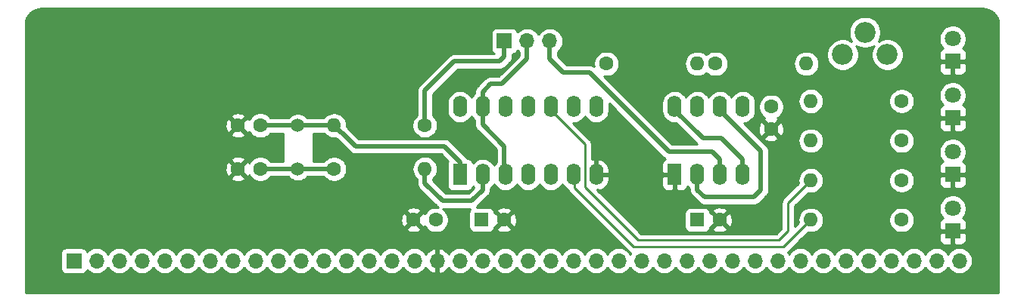
<source format=gbr>
G04 #@! TF.GenerationSoftware,KiCad,Pcbnew,(5.1.2)-2*
G04 #@! TF.CreationDate,2021-09-18T22:48:39+02:00*
G04 #@! TF.ProjectId,aZ80_Clock,615a3830-5f43-46c6-9f63-6b2e6b696361,rev?*
G04 #@! TF.SameCoordinates,Original*
G04 #@! TF.FileFunction,Copper,L2,Bot*
G04 #@! TF.FilePolarity,Positive*
%FSLAX46Y46*%
G04 Gerber Fmt 4.6, Leading zero omitted, Abs format (unit mm)*
G04 Created by KiCad (PCBNEW (5.1.2)-2) date 2021-09-18 22:48:39*
%MOMM*%
%LPD*%
G04 APERTURE LIST*
%ADD10C,1.600000*%
%ADD11R,1.600000X1.600000*%
%ADD12C,2.340000*%
%ADD13O,1.600000X2.400000*%
%ADD14R,1.600000X2.400000*%
%ADD15O,1.600000X1.600000*%
%ADD16O,1.700000X1.700000*%
%ADD17R,1.700000X1.700000*%
%ADD18C,1.500000*%
%ADD19C,1.800000*%
%ADD20R,1.800000X1.800000*%
%ADD21C,0.500000*%
%ADD22C,0.250000*%
%ADD23C,0.254000*%
G04 APERTURE END LIST*
D10*
X137120000Y-105410000D03*
D11*
X134620000Y-105410000D03*
D10*
X161250000Y-105410000D03*
D11*
X158750000Y-105410000D03*
D12*
X175006000Y-86868000D03*
X177506000Y-84368000D03*
X180006000Y-86868000D03*
D10*
X127000000Y-105410000D03*
X129500000Y-105410000D03*
D13*
X156210000Y-92710000D03*
X163830000Y-100330000D03*
X158750000Y-92710000D03*
X161290000Y-100330000D03*
X161290000Y-92710000D03*
X158750000Y-100330000D03*
X163830000Y-92710000D03*
D14*
X156210000Y-100330000D03*
D15*
X171450000Y-92075000D03*
D10*
X181610000Y-92075000D03*
D15*
X171450000Y-96520000D03*
D10*
X181610000Y-96520000D03*
D16*
X142240000Y-85344000D03*
X139700000Y-85344000D03*
D17*
X137160000Y-85344000D03*
D10*
X107355000Y-99695000D03*
X109855000Y-99695000D03*
D18*
X114046000Y-99695000D03*
X114046000Y-94815000D03*
D15*
X170942000Y-87884000D03*
D10*
X160782000Y-87884000D03*
D15*
X171450000Y-105410000D03*
D10*
X181610000Y-105410000D03*
D13*
X132197103Y-92710000D03*
X147437103Y-100330000D03*
X134737103Y-92710000D03*
X144897103Y-100330000D03*
X137277103Y-92710000D03*
X142357103Y-100330000D03*
X139817103Y-92710000D03*
X139817103Y-100330000D03*
X142357103Y-92710000D03*
X137277103Y-100330000D03*
X144897103Y-92710000D03*
X134737103Y-100330000D03*
X147437103Y-92710000D03*
D14*
X132197103Y-100330000D03*
D15*
X171450000Y-100965000D03*
D10*
X181610000Y-100965000D03*
D15*
X158750000Y-87884000D03*
D10*
X148590000Y-87884000D03*
D15*
X128270000Y-99695000D03*
D10*
X118110000Y-99695000D03*
D15*
X118110000Y-94811526D03*
D10*
X128270000Y-94811526D03*
D19*
X187325000Y-85090000D03*
D20*
X187325000Y-87630000D03*
D19*
X187325000Y-91440000D03*
D20*
X187325000Y-93980000D03*
D19*
X187325000Y-97790000D03*
D20*
X187325000Y-100330000D03*
D19*
X187325000Y-104140000D03*
D20*
X187325000Y-106680000D03*
D10*
X107355000Y-94815000D03*
X109855000Y-94815000D03*
X167005000Y-95210000D03*
X167005000Y-92710000D03*
D16*
X188060000Y-110000000D03*
X185520000Y-110000000D03*
X182980000Y-110000000D03*
X180440000Y-110000000D03*
X177900000Y-110000000D03*
X175360000Y-110000000D03*
X172820000Y-110000000D03*
X170280000Y-110000000D03*
X167740000Y-110000000D03*
X165200000Y-110000000D03*
X162660000Y-110000000D03*
X160120000Y-110000000D03*
X157580000Y-110000000D03*
X155040000Y-110000000D03*
X152500000Y-110000000D03*
X149960000Y-110000000D03*
X147420000Y-110000000D03*
X144880000Y-110000000D03*
X142340000Y-110000000D03*
X139800000Y-110000000D03*
X137260000Y-110000000D03*
X134720000Y-110000000D03*
X132180000Y-110000000D03*
X129640000Y-110000000D03*
X127100000Y-110000000D03*
X124560000Y-110000000D03*
X122020000Y-110000000D03*
X119480000Y-110000000D03*
X116940000Y-110000000D03*
X114400000Y-110000000D03*
X111860000Y-110000000D03*
X109320000Y-110000000D03*
X106780000Y-110000000D03*
X104240000Y-110000000D03*
X101700000Y-110000000D03*
X99160000Y-110000000D03*
X96620000Y-110000000D03*
X94080000Y-110000000D03*
X91540000Y-110000000D03*
D17*
X89000000Y-110000000D03*
D21*
X163830000Y-98630000D02*
X161466000Y-96266000D01*
X163830000Y-100330000D02*
X163830000Y-98630000D01*
X156210000Y-93110000D02*
X156210000Y-92710000D01*
X159366000Y-96266000D02*
X156210000Y-93110000D01*
X161466000Y-96266000D02*
X159366000Y-96266000D01*
X161290000Y-93110000D02*
X161290000Y-92710000D01*
X158750000Y-102030000D02*
X159590000Y-102870000D01*
X158750000Y-100330000D02*
X158750000Y-102030000D01*
X159590000Y-102870000D02*
X165100000Y-102870000D01*
X165100000Y-102870000D02*
X165862000Y-102108000D01*
X165862000Y-102108000D02*
X165862000Y-97682000D01*
X165862000Y-97682000D02*
X161290000Y-93110000D01*
D22*
X144897103Y-100330000D02*
X144897103Y-100730000D01*
X168402000Y-108458000D02*
X171450000Y-105410000D01*
X144897103Y-100730000D02*
X145034000Y-100866897D01*
X145034000Y-100866897D02*
X145034000Y-101854000D01*
X151638000Y-108458000D02*
X152908000Y-108458000D01*
X145034000Y-101854000D02*
X151638000Y-108458000D01*
X152625103Y-108458000D02*
X152908000Y-108458000D01*
X152908000Y-108458000D02*
X168402000Y-108458000D01*
X167894000Y-107696000D02*
X168910000Y-106680000D01*
X168910000Y-103505000D02*
X171450000Y-100965000D01*
X168910000Y-106680000D02*
X168910000Y-103505000D01*
X153162000Y-107696000D02*
X153670000Y-107696000D01*
X153670000Y-107696000D02*
X167894000Y-107696000D01*
X142357103Y-93110000D02*
X142357103Y-92710000D01*
X146177000Y-96929897D02*
X142357103Y-93110000D01*
X146177000Y-101727000D02*
X146177000Y-96929897D01*
X152146000Y-107696000D02*
X146177000Y-101727000D01*
X153670000Y-107696000D02*
X152146000Y-107696000D01*
D21*
X109855000Y-94815000D02*
X114046000Y-94815000D01*
X118106526Y-94815000D02*
X118110000Y-94811526D01*
X114046000Y-94815000D02*
X118106526Y-94815000D01*
X132207000Y-98933000D02*
X132207000Y-100457000D01*
X130429000Y-97155000D02*
X132207000Y-98933000D01*
X120523000Y-97155000D02*
X130429000Y-97155000D01*
X118979525Y-95611525D02*
X120523000Y-97155000D01*
X118110000Y-94811526D02*
X118909999Y-95611525D01*
X118909999Y-95611525D02*
X118979525Y-95611525D01*
X109855000Y-99695000D02*
X114046000Y-99695000D01*
X114046000Y-99695000D02*
X118110000Y-99695000D01*
X142240000Y-87376000D02*
X142240000Y-85344000D01*
X161290000Y-98630000D02*
X160450000Y-97790000D01*
X161290000Y-100330000D02*
X161290000Y-98630000D01*
X160450000Y-97790000D02*
X155575000Y-97790000D01*
X155575000Y-97790000D02*
X146685000Y-88900000D01*
X146685000Y-88900000D02*
X143764000Y-88900000D01*
X143764000Y-88900000D02*
X142240000Y-87376000D01*
X137277103Y-99930000D02*
X137160000Y-99812897D01*
X137277103Y-100330000D02*
X137277103Y-99930000D01*
X137160000Y-99812897D02*
X137160000Y-97155000D01*
X134737103Y-94732103D02*
X134737103Y-92710000D01*
X137160000Y-97155000D02*
X134737103Y-94732103D01*
X139700000Y-85344000D02*
X139700000Y-87376000D01*
X139700000Y-87376000D02*
X137414000Y-89662000D01*
X137385103Y-89662000D02*
X136877103Y-90170000D01*
X137414000Y-89662000D02*
X137385103Y-89662000D01*
X135616206Y-90170000D02*
X134737103Y-91049103D01*
X136877103Y-90170000D02*
X135616206Y-90170000D01*
X134737103Y-91049103D02*
X134737103Y-92710000D01*
X134737103Y-102030000D02*
X133477000Y-103290103D01*
X134737103Y-100330000D02*
X134737103Y-102030000D01*
X133477000Y-103290103D02*
X130262897Y-103290103D01*
X128270000Y-101297206D02*
X128270000Y-99695000D01*
X130262897Y-103290103D02*
X128270000Y-101297206D01*
X137160000Y-87122000D02*
X137160000Y-85344000D01*
X136652000Y-87630000D02*
X137160000Y-87122000D01*
X131572000Y-87630000D02*
X136652000Y-87630000D01*
X128270000Y-94811526D02*
X128270000Y-90932000D01*
X128270000Y-90932000D02*
X131572000Y-87630000D01*
D23*
G36*
X190625973Y-81685997D02*
G01*
X191008006Y-81723455D01*
X191342748Y-81824520D01*
X191651492Y-81988681D01*
X191922471Y-82209687D01*
X192145361Y-82479115D01*
X192311670Y-82786697D01*
X192415072Y-83120736D01*
X192455001Y-83500633D01*
X192455000Y-87545335D01*
X192445261Y-113581000D01*
X83595000Y-113581000D01*
X83595000Y-109150000D01*
X87511928Y-109150000D01*
X87511928Y-110850000D01*
X87524188Y-110974482D01*
X87560498Y-111094180D01*
X87619463Y-111204494D01*
X87698815Y-111301185D01*
X87795506Y-111380537D01*
X87905820Y-111439502D01*
X88025518Y-111475812D01*
X88150000Y-111488072D01*
X89850000Y-111488072D01*
X89974482Y-111475812D01*
X90094180Y-111439502D01*
X90204494Y-111380537D01*
X90301185Y-111301185D01*
X90380537Y-111204494D01*
X90439502Y-111094180D01*
X90460393Y-111025313D01*
X90484866Y-111055134D01*
X90710986Y-111240706D01*
X90968966Y-111378599D01*
X91248889Y-111463513D01*
X91467050Y-111485000D01*
X91612950Y-111485000D01*
X91831111Y-111463513D01*
X92111034Y-111378599D01*
X92369014Y-111240706D01*
X92595134Y-111055134D01*
X92780706Y-110829014D01*
X92810000Y-110774209D01*
X92839294Y-110829014D01*
X93024866Y-111055134D01*
X93250986Y-111240706D01*
X93508966Y-111378599D01*
X93788889Y-111463513D01*
X94007050Y-111485000D01*
X94152950Y-111485000D01*
X94371111Y-111463513D01*
X94651034Y-111378599D01*
X94909014Y-111240706D01*
X95135134Y-111055134D01*
X95320706Y-110829014D01*
X95350000Y-110774209D01*
X95379294Y-110829014D01*
X95564866Y-111055134D01*
X95790986Y-111240706D01*
X96048966Y-111378599D01*
X96328889Y-111463513D01*
X96547050Y-111485000D01*
X96692950Y-111485000D01*
X96911111Y-111463513D01*
X97191034Y-111378599D01*
X97449014Y-111240706D01*
X97675134Y-111055134D01*
X97860706Y-110829014D01*
X97890000Y-110774209D01*
X97919294Y-110829014D01*
X98104866Y-111055134D01*
X98330986Y-111240706D01*
X98588966Y-111378599D01*
X98868889Y-111463513D01*
X99087050Y-111485000D01*
X99232950Y-111485000D01*
X99451111Y-111463513D01*
X99731034Y-111378599D01*
X99989014Y-111240706D01*
X100215134Y-111055134D01*
X100400706Y-110829014D01*
X100430000Y-110774209D01*
X100459294Y-110829014D01*
X100644866Y-111055134D01*
X100870986Y-111240706D01*
X101128966Y-111378599D01*
X101408889Y-111463513D01*
X101627050Y-111485000D01*
X101772950Y-111485000D01*
X101991111Y-111463513D01*
X102271034Y-111378599D01*
X102529014Y-111240706D01*
X102755134Y-111055134D01*
X102940706Y-110829014D01*
X102970000Y-110774209D01*
X102999294Y-110829014D01*
X103184866Y-111055134D01*
X103410986Y-111240706D01*
X103668966Y-111378599D01*
X103948889Y-111463513D01*
X104167050Y-111485000D01*
X104312950Y-111485000D01*
X104531111Y-111463513D01*
X104811034Y-111378599D01*
X105069014Y-111240706D01*
X105295134Y-111055134D01*
X105480706Y-110829014D01*
X105510000Y-110774209D01*
X105539294Y-110829014D01*
X105724866Y-111055134D01*
X105950986Y-111240706D01*
X106208966Y-111378599D01*
X106488889Y-111463513D01*
X106707050Y-111485000D01*
X106852950Y-111485000D01*
X107071111Y-111463513D01*
X107351034Y-111378599D01*
X107609014Y-111240706D01*
X107835134Y-111055134D01*
X108020706Y-110829014D01*
X108050000Y-110774209D01*
X108079294Y-110829014D01*
X108264866Y-111055134D01*
X108490986Y-111240706D01*
X108748966Y-111378599D01*
X109028889Y-111463513D01*
X109247050Y-111485000D01*
X109392950Y-111485000D01*
X109611111Y-111463513D01*
X109891034Y-111378599D01*
X110149014Y-111240706D01*
X110375134Y-111055134D01*
X110560706Y-110829014D01*
X110590000Y-110774209D01*
X110619294Y-110829014D01*
X110804866Y-111055134D01*
X111030986Y-111240706D01*
X111288966Y-111378599D01*
X111568889Y-111463513D01*
X111787050Y-111485000D01*
X111932950Y-111485000D01*
X112151111Y-111463513D01*
X112431034Y-111378599D01*
X112689014Y-111240706D01*
X112915134Y-111055134D01*
X113100706Y-110829014D01*
X113130000Y-110774209D01*
X113159294Y-110829014D01*
X113344866Y-111055134D01*
X113570986Y-111240706D01*
X113828966Y-111378599D01*
X114108889Y-111463513D01*
X114327050Y-111485000D01*
X114472950Y-111485000D01*
X114691111Y-111463513D01*
X114971034Y-111378599D01*
X115229014Y-111240706D01*
X115455134Y-111055134D01*
X115640706Y-110829014D01*
X115670000Y-110774209D01*
X115699294Y-110829014D01*
X115884866Y-111055134D01*
X116110986Y-111240706D01*
X116368966Y-111378599D01*
X116648889Y-111463513D01*
X116867050Y-111485000D01*
X117012950Y-111485000D01*
X117231111Y-111463513D01*
X117511034Y-111378599D01*
X117769014Y-111240706D01*
X117995134Y-111055134D01*
X118180706Y-110829014D01*
X118210000Y-110774209D01*
X118239294Y-110829014D01*
X118424866Y-111055134D01*
X118650986Y-111240706D01*
X118908966Y-111378599D01*
X119188889Y-111463513D01*
X119407050Y-111485000D01*
X119552950Y-111485000D01*
X119771111Y-111463513D01*
X120051034Y-111378599D01*
X120309014Y-111240706D01*
X120535134Y-111055134D01*
X120720706Y-110829014D01*
X120750000Y-110774209D01*
X120779294Y-110829014D01*
X120964866Y-111055134D01*
X121190986Y-111240706D01*
X121448966Y-111378599D01*
X121728889Y-111463513D01*
X121947050Y-111485000D01*
X122092950Y-111485000D01*
X122311111Y-111463513D01*
X122591034Y-111378599D01*
X122849014Y-111240706D01*
X123075134Y-111055134D01*
X123260706Y-110829014D01*
X123290000Y-110774209D01*
X123319294Y-110829014D01*
X123504866Y-111055134D01*
X123730986Y-111240706D01*
X123988966Y-111378599D01*
X124268889Y-111463513D01*
X124487050Y-111485000D01*
X124632950Y-111485000D01*
X124851111Y-111463513D01*
X125131034Y-111378599D01*
X125389014Y-111240706D01*
X125615134Y-111055134D01*
X125800706Y-110829014D01*
X125830000Y-110774209D01*
X125859294Y-110829014D01*
X126044866Y-111055134D01*
X126270986Y-111240706D01*
X126528966Y-111378599D01*
X126808889Y-111463513D01*
X127027050Y-111485000D01*
X127172950Y-111485000D01*
X127391111Y-111463513D01*
X127671034Y-111378599D01*
X127929014Y-111240706D01*
X128155134Y-111055134D01*
X128340706Y-110829014D01*
X128375201Y-110764477D01*
X128444822Y-110881355D01*
X128639731Y-111097588D01*
X128873080Y-111271641D01*
X129135901Y-111396825D01*
X129283110Y-111441476D01*
X129513000Y-111320155D01*
X129513000Y-110127000D01*
X129493000Y-110127000D01*
X129493000Y-109873000D01*
X129513000Y-109873000D01*
X129513000Y-108679845D01*
X129283110Y-108558524D01*
X129135901Y-108603175D01*
X128873080Y-108728359D01*
X128639731Y-108902412D01*
X128444822Y-109118645D01*
X128375201Y-109235523D01*
X128340706Y-109170986D01*
X128155134Y-108944866D01*
X127929014Y-108759294D01*
X127671034Y-108621401D01*
X127391111Y-108536487D01*
X127172950Y-108515000D01*
X127027050Y-108515000D01*
X126808889Y-108536487D01*
X126528966Y-108621401D01*
X126270986Y-108759294D01*
X126044866Y-108944866D01*
X125859294Y-109170986D01*
X125830000Y-109225791D01*
X125800706Y-109170986D01*
X125615134Y-108944866D01*
X125389014Y-108759294D01*
X125131034Y-108621401D01*
X124851111Y-108536487D01*
X124632950Y-108515000D01*
X124487050Y-108515000D01*
X124268889Y-108536487D01*
X123988966Y-108621401D01*
X123730986Y-108759294D01*
X123504866Y-108944866D01*
X123319294Y-109170986D01*
X123290000Y-109225791D01*
X123260706Y-109170986D01*
X123075134Y-108944866D01*
X122849014Y-108759294D01*
X122591034Y-108621401D01*
X122311111Y-108536487D01*
X122092950Y-108515000D01*
X121947050Y-108515000D01*
X121728889Y-108536487D01*
X121448966Y-108621401D01*
X121190986Y-108759294D01*
X120964866Y-108944866D01*
X120779294Y-109170986D01*
X120750000Y-109225791D01*
X120720706Y-109170986D01*
X120535134Y-108944866D01*
X120309014Y-108759294D01*
X120051034Y-108621401D01*
X119771111Y-108536487D01*
X119552950Y-108515000D01*
X119407050Y-108515000D01*
X119188889Y-108536487D01*
X118908966Y-108621401D01*
X118650986Y-108759294D01*
X118424866Y-108944866D01*
X118239294Y-109170986D01*
X118210000Y-109225791D01*
X118180706Y-109170986D01*
X117995134Y-108944866D01*
X117769014Y-108759294D01*
X117511034Y-108621401D01*
X117231111Y-108536487D01*
X117012950Y-108515000D01*
X116867050Y-108515000D01*
X116648889Y-108536487D01*
X116368966Y-108621401D01*
X116110986Y-108759294D01*
X115884866Y-108944866D01*
X115699294Y-109170986D01*
X115670000Y-109225791D01*
X115640706Y-109170986D01*
X115455134Y-108944866D01*
X115229014Y-108759294D01*
X114971034Y-108621401D01*
X114691111Y-108536487D01*
X114472950Y-108515000D01*
X114327050Y-108515000D01*
X114108889Y-108536487D01*
X113828966Y-108621401D01*
X113570986Y-108759294D01*
X113344866Y-108944866D01*
X113159294Y-109170986D01*
X113130000Y-109225791D01*
X113100706Y-109170986D01*
X112915134Y-108944866D01*
X112689014Y-108759294D01*
X112431034Y-108621401D01*
X112151111Y-108536487D01*
X111932950Y-108515000D01*
X111787050Y-108515000D01*
X111568889Y-108536487D01*
X111288966Y-108621401D01*
X111030986Y-108759294D01*
X110804866Y-108944866D01*
X110619294Y-109170986D01*
X110590000Y-109225791D01*
X110560706Y-109170986D01*
X110375134Y-108944866D01*
X110149014Y-108759294D01*
X109891034Y-108621401D01*
X109611111Y-108536487D01*
X109392950Y-108515000D01*
X109247050Y-108515000D01*
X109028889Y-108536487D01*
X108748966Y-108621401D01*
X108490986Y-108759294D01*
X108264866Y-108944866D01*
X108079294Y-109170986D01*
X108050000Y-109225791D01*
X108020706Y-109170986D01*
X107835134Y-108944866D01*
X107609014Y-108759294D01*
X107351034Y-108621401D01*
X107071111Y-108536487D01*
X106852950Y-108515000D01*
X106707050Y-108515000D01*
X106488889Y-108536487D01*
X106208966Y-108621401D01*
X105950986Y-108759294D01*
X105724866Y-108944866D01*
X105539294Y-109170986D01*
X105510000Y-109225791D01*
X105480706Y-109170986D01*
X105295134Y-108944866D01*
X105069014Y-108759294D01*
X104811034Y-108621401D01*
X104531111Y-108536487D01*
X104312950Y-108515000D01*
X104167050Y-108515000D01*
X103948889Y-108536487D01*
X103668966Y-108621401D01*
X103410986Y-108759294D01*
X103184866Y-108944866D01*
X102999294Y-109170986D01*
X102970000Y-109225791D01*
X102940706Y-109170986D01*
X102755134Y-108944866D01*
X102529014Y-108759294D01*
X102271034Y-108621401D01*
X101991111Y-108536487D01*
X101772950Y-108515000D01*
X101627050Y-108515000D01*
X101408889Y-108536487D01*
X101128966Y-108621401D01*
X100870986Y-108759294D01*
X100644866Y-108944866D01*
X100459294Y-109170986D01*
X100430000Y-109225791D01*
X100400706Y-109170986D01*
X100215134Y-108944866D01*
X99989014Y-108759294D01*
X99731034Y-108621401D01*
X99451111Y-108536487D01*
X99232950Y-108515000D01*
X99087050Y-108515000D01*
X98868889Y-108536487D01*
X98588966Y-108621401D01*
X98330986Y-108759294D01*
X98104866Y-108944866D01*
X97919294Y-109170986D01*
X97890000Y-109225791D01*
X97860706Y-109170986D01*
X97675134Y-108944866D01*
X97449014Y-108759294D01*
X97191034Y-108621401D01*
X96911111Y-108536487D01*
X96692950Y-108515000D01*
X96547050Y-108515000D01*
X96328889Y-108536487D01*
X96048966Y-108621401D01*
X95790986Y-108759294D01*
X95564866Y-108944866D01*
X95379294Y-109170986D01*
X95350000Y-109225791D01*
X95320706Y-109170986D01*
X95135134Y-108944866D01*
X94909014Y-108759294D01*
X94651034Y-108621401D01*
X94371111Y-108536487D01*
X94152950Y-108515000D01*
X94007050Y-108515000D01*
X93788889Y-108536487D01*
X93508966Y-108621401D01*
X93250986Y-108759294D01*
X93024866Y-108944866D01*
X92839294Y-109170986D01*
X92810000Y-109225791D01*
X92780706Y-109170986D01*
X92595134Y-108944866D01*
X92369014Y-108759294D01*
X92111034Y-108621401D01*
X91831111Y-108536487D01*
X91612950Y-108515000D01*
X91467050Y-108515000D01*
X91248889Y-108536487D01*
X90968966Y-108621401D01*
X90710986Y-108759294D01*
X90484866Y-108944866D01*
X90460393Y-108974687D01*
X90439502Y-108905820D01*
X90380537Y-108795506D01*
X90301185Y-108698815D01*
X90204494Y-108619463D01*
X90094180Y-108560498D01*
X89974482Y-108524188D01*
X89850000Y-108511928D01*
X88150000Y-108511928D01*
X88025518Y-108524188D01*
X87905820Y-108560498D01*
X87795506Y-108619463D01*
X87698815Y-108698815D01*
X87619463Y-108795506D01*
X87560498Y-108905820D01*
X87524188Y-109025518D01*
X87511928Y-109150000D01*
X83595000Y-109150000D01*
X83595000Y-106402702D01*
X126186903Y-106402702D01*
X126258486Y-106646671D01*
X126513996Y-106767571D01*
X126788184Y-106836300D01*
X127070512Y-106850217D01*
X127350130Y-106808787D01*
X127616292Y-106713603D01*
X127741514Y-106646671D01*
X127813097Y-106402702D01*
X127000000Y-105589605D01*
X126186903Y-106402702D01*
X83595000Y-106402702D01*
X83595000Y-105480512D01*
X125559783Y-105480512D01*
X125601213Y-105760130D01*
X125696397Y-106026292D01*
X125763329Y-106151514D01*
X126007298Y-106223097D01*
X126820395Y-105410000D01*
X126007298Y-104596903D01*
X125763329Y-104668486D01*
X125642429Y-104923996D01*
X125573700Y-105198184D01*
X125559783Y-105480512D01*
X83595000Y-105480512D01*
X83595000Y-104417298D01*
X126186903Y-104417298D01*
X127000000Y-105230395D01*
X127813097Y-104417298D01*
X127741514Y-104173329D01*
X127486004Y-104052429D01*
X127211816Y-103983700D01*
X126929488Y-103969783D01*
X126649870Y-104011213D01*
X126383708Y-104106397D01*
X126258486Y-104173329D01*
X126186903Y-104417298D01*
X83595000Y-104417298D01*
X83595000Y-100687702D01*
X106541903Y-100687702D01*
X106613486Y-100931671D01*
X106868996Y-101052571D01*
X107143184Y-101121300D01*
X107425512Y-101135217D01*
X107705130Y-101093787D01*
X107971292Y-100998603D01*
X108096514Y-100931671D01*
X108168097Y-100687702D01*
X107355000Y-99874605D01*
X106541903Y-100687702D01*
X83595000Y-100687702D01*
X83595000Y-99765512D01*
X105914783Y-99765512D01*
X105956213Y-100045130D01*
X106051397Y-100311292D01*
X106118329Y-100436514D01*
X106362298Y-100508097D01*
X107175395Y-99695000D01*
X106362298Y-98881903D01*
X106118329Y-98953486D01*
X105997429Y-99208996D01*
X105928700Y-99483184D01*
X105914783Y-99765512D01*
X83595000Y-99765512D01*
X83595000Y-98702298D01*
X106541903Y-98702298D01*
X107355000Y-99515395D01*
X108168097Y-98702298D01*
X108096514Y-98458329D01*
X107841004Y-98337429D01*
X107566816Y-98268700D01*
X107284488Y-98254783D01*
X107004870Y-98296213D01*
X106738708Y-98391397D01*
X106613486Y-98458329D01*
X106541903Y-98702298D01*
X83595000Y-98702298D01*
X83595000Y-95807702D01*
X106541903Y-95807702D01*
X106613486Y-96051671D01*
X106868996Y-96172571D01*
X107143184Y-96241300D01*
X107425512Y-96255217D01*
X107705130Y-96213787D01*
X107971292Y-96118603D01*
X108096514Y-96051671D01*
X108168097Y-95807702D01*
X107355000Y-94994605D01*
X106541903Y-95807702D01*
X83595000Y-95807702D01*
X83595000Y-94885512D01*
X105914783Y-94885512D01*
X105956213Y-95165130D01*
X106051397Y-95431292D01*
X106118329Y-95556514D01*
X106362298Y-95628097D01*
X107175395Y-94815000D01*
X107534605Y-94815000D01*
X108347702Y-95628097D01*
X108591671Y-95556514D01*
X108605324Y-95527659D01*
X108740363Y-95729759D01*
X108940241Y-95929637D01*
X109175273Y-96086680D01*
X109436426Y-96194853D01*
X109713665Y-96250000D01*
X109996335Y-96250000D01*
X110273574Y-96194853D01*
X110534727Y-96086680D01*
X110769759Y-95929637D01*
X110969637Y-95729759D01*
X110989521Y-95700000D01*
X112395000Y-95700000D01*
X112395000Y-98810000D01*
X110989521Y-98810000D01*
X110969637Y-98780241D01*
X110769759Y-98580363D01*
X110534727Y-98423320D01*
X110273574Y-98315147D01*
X109996335Y-98260000D01*
X109713665Y-98260000D01*
X109436426Y-98315147D01*
X109175273Y-98423320D01*
X108940241Y-98580363D01*
X108740363Y-98780241D01*
X108606308Y-98980869D01*
X108591671Y-98953486D01*
X108347702Y-98881903D01*
X107534605Y-99695000D01*
X108347702Y-100508097D01*
X108591671Y-100436514D01*
X108605324Y-100407659D01*
X108740363Y-100609759D01*
X108940241Y-100809637D01*
X109175273Y-100966680D01*
X109436426Y-101074853D01*
X109713665Y-101130000D01*
X109996335Y-101130000D01*
X110273574Y-101074853D01*
X110534727Y-100966680D01*
X110769759Y-100809637D01*
X110969637Y-100609759D01*
X110989521Y-100580000D01*
X112972315Y-100580000D01*
X113163114Y-100770799D01*
X113389957Y-100922371D01*
X113642011Y-101026775D01*
X113909589Y-101080000D01*
X114182411Y-101080000D01*
X114449989Y-101026775D01*
X114702043Y-100922371D01*
X114928886Y-100770799D01*
X115119685Y-100580000D01*
X116975479Y-100580000D01*
X116995363Y-100609759D01*
X117195241Y-100809637D01*
X117430273Y-100966680D01*
X117691426Y-101074853D01*
X117968665Y-101130000D01*
X118251335Y-101130000D01*
X118528574Y-101074853D01*
X118789727Y-100966680D01*
X119024759Y-100809637D01*
X119224637Y-100609759D01*
X119381680Y-100374727D01*
X119489853Y-100113574D01*
X119545000Y-99836335D01*
X119545000Y-99553665D01*
X119489853Y-99276426D01*
X119381680Y-99015273D01*
X119224637Y-98780241D01*
X119024759Y-98580363D01*
X118789727Y-98423320D01*
X118528574Y-98315147D01*
X118251335Y-98260000D01*
X117968665Y-98260000D01*
X117691426Y-98315147D01*
X117430273Y-98423320D01*
X117195241Y-98580363D01*
X116995363Y-98780241D01*
X116975479Y-98810000D01*
X115824000Y-98810000D01*
X115824000Y-95700000D01*
X116982773Y-95700000D01*
X117090392Y-95831134D01*
X117308899Y-96010458D01*
X117558192Y-96143708D01*
X117828691Y-96225762D01*
X118039508Y-96246526D01*
X118180492Y-96246526D01*
X118278347Y-96236888D01*
X118281182Y-96240342D01*
X118314950Y-96268055D01*
X118314952Y-96268057D01*
X118370920Y-96313989D01*
X118415940Y-96350936D01*
X118526398Y-96409977D01*
X119866470Y-97750049D01*
X119894183Y-97783817D01*
X119927951Y-97811530D01*
X119927953Y-97811532D01*
X119977485Y-97852182D01*
X120028941Y-97894411D01*
X120182687Y-97976589D01*
X120349510Y-98027195D01*
X120479523Y-98040000D01*
X120479533Y-98040000D01*
X120522999Y-98044281D01*
X120566465Y-98040000D01*
X130062422Y-98040000D01*
X130842657Y-98820236D01*
X130807601Y-98885820D01*
X130771291Y-99005518D01*
X130759031Y-99130000D01*
X130759031Y-101530000D01*
X130771291Y-101654482D01*
X130807601Y-101774180D01*
X130866566Y-101884494D01*
X130945918Y-101981185D01*
X131042609Y-102060537D01*
X131152923Y-102119502D01*
X131272621Y-102155812D01*
X131397103Y-102168072D01*
X132997103Y-102168072D01*
X133121585Y-102155812D01*
X133241283Y-102119502D01*
X133351597Y-102060537D01*
X133448288Y-101981185D01*
X133527640Y-101884494D01*
X133586605Y-101774180D01*
X133622915Y-101654482D01*
X133624684Y-101636517D01*
X133717496Y-101749608D01*
X133744091Y-101771434D01*
X133110422Y-102405103D01*
X130629476Y-102405103D01*
X129155000Y-100930628D01*
X129155000Y-100825078D01*
X129289608Y-100714608D01*
X129468932Y-100496101D01*
X129602182Y-100246808D01*
X129684236Y-99976309D01*
X129711943Y-99695000D01*
X129684236Y-99413691D01*
X129602182Y-99143192D01*
X129468932Y-98893899D01*
X129289608Y-98675392D01*
X129071101Y-98496068D01*
X128821808Y-98362818D01*
X128551309Y-98280764D01*
X128340492Y-98260000D01*
X128199508Y-98260000D01*
X127988691Y-98280764D01*
X127718192Y-98362818D01*
X127468899Y-98496068D01*
X127250392Y-98675392D01*
X127071068Y-98893899D01*
X126937818Y-99143192D01*
X126855764Y-99413691D01*
X126828057Y-99695000D01*
X126855764Y-99976309D01*
X126937818Y-100246808D01*
X127071068Y-100496101D01*
X127250392Y-100714608D01*
X127385000Y-100825078D01*
X127385000Y-101253737D01*
X127380719Y-101297206D01*
X127385000Y-101340675D01*
X127385000Y-101340682D01*
X127394265Y-101434754D01*
X127397805Y-101470696D01*
X127407262Y-101501871D01*
X127448411Y-101637518D01*
X127530589Y-101791264D01*
X127641183Y-101926023D01*
X127674956Y-101953740D01*
X129606367Y-103885152D01*
X129634080Y-103918920D01*
X129667848Y-103946633D01*
X129667850Y-103946635D01*
X129719248Y-103988816D01*
X129721953Y-103991036D01*
X129641335Y-103975000D01*
X129358665Y-103975000D01*
X129081426Y-104030147D01*
X128820273Y-104138320D01*
X128585241Y-104295363D01*
X128385363Y-104495241D01*
X128251308Y-104695869D01*
X128236671Y-104668486D01*
X127992702Y-104596903D01*
X127179605Y-105410000D01*
X127992702Y-106223097D01*
X128236671Y-106151514D01*
X128250324Y-106122659D01*
X128385363Y-106324759D01*
X128585241Y-106524637D01*
X128820273Y-106681680D01*
X129081426Y-106789853D01*
X129358665Y-106845000D01*
X129641335Y-106845000D01*
X129918574Y-106789853D01*
X130179727Y-106681680D01*
X130414759Y-106524637D01*
X130614637Y-106324759D01*
X130771680Y-106089727D01*
X130879853Y-105828574D01*
X130935000Y-105551335D01*
X130935000Y-105268665D01*
X130879853Y-104991426D01*
X130771680Y-104730273D01*
X130614637Y-104495241D01*
X130414759Y-104295363D01*
X130237430Y-104176876D01*
X130262897Y-104179384D01*
X130306366Y-104175103D01*
X133355448Y-104175103D01*
X133289463Y-104255506D01*
X133230498Y-104365820D01*
X133194188Y-104485518D01*
X133181928Y-104610000D01*
X133181928Y-106210000D01*
X133194188Y-106334482D01*
X133230498Y-106454180D01*
X133289463Y-106564494D01*
X133368815Y-106661185D01*
X133465506Y-106740537D01*
X133575820Y-106799502D01*
X133695518Y-106835812D01*
X133820000Y-106848072D01*
X135420000Y-106848072D01*
X135544482Y-106835812D01*
X135664180Y-106799502D01*
X135774494Y-106740537D01*
X135871185Y-106661185D01*
X135950537Y-106564494D01*
X136009502Y-106454180D01*
X136025117Y-106402702D01*
X136306903Y-106402702D01*
X136378486Y-106646671D01*
X136633996Y-106767571D01*
X136908184Y-106836300D01*
X137190512Y-106850217D01*
X137470130Y-106808787D01*
X137736292Y-106713603D01*
X137861514Y-106646671D01*
X137933097Y-106402702D01*
X137120000Y-105589605D01*
X136306903Y-106402702D01*
X136025117Y-106402702D01*
X136045812Y-106334482D01*
X136058072Y-106210000D01*
X136058072Y-106202785D01*
X136127298Y-106223097D01*
X136940395Y-105410000D01*
X137299605Y-105410000D01*
X138112702Y-106223097D01*
X138356671Y-106151514D01*
X138477571Y-105896004D01*
X138546300Y-105621816D01*
X138560217Y-105339488D01*
X138518787Y-105059870D01*
X138423603Y-104793708D01*
X138356671Y-104668486D01*
X138112702Y-104596903D01*
X137299605Y-105410000D01*
X136940395Y-105410000D01*
X136127298Y-104596903D01*
X136058072Y-104617215D01*
X136058072Y-104610000D01*
X136045812Y-104485518D01*
X136025118Y-104417298D01*
X136306903Y-104417298D01*
X137120000Y-105230395D01*
X137933097Y-104417298D01*
X137861514Y-104173329D01*
X137606004Y-104052429D01*
X137331816Y-103983700D01*
X137049488Y-103969783D01*
X136769870Y-104011213D01*
X136503708Y-104106397D01*
X136378486Y-104173329D01*
X136306903Y-104417298D01*
X136025118Y-104417298D01*
X136009502Y-104365820D01*
X135950537Y-104255506D01*
X135871185Y-104158815D01*
X135774494Y-104079463D01*
X135664180Y-104020498D01*
X135544482Y-103984188D01*
X135420000Y-103971928D01*
X134041227Y-103971928D01*
X134105817Y-103918920D01*
X134133534Y-103885147D01*
X135332152Y-102686530D01*
X135365920Y-102658817D01*
X135393636Y-102625046D01*
X135476514Y-102524059D01*
X135517000Y-102448314D01*
X135558692Y-102370313D01*
X135609298Y-102203490D01*
X135622103Y-102073477D01*
X135622103Y-102073469D01*
X135626384Y-102030000D01*
X135622103Y-101986531D01*
X135622103Y-101860078D01*
X135756711Y-101749608D01*
X135936035Y-101531101D01*
X136007103Y-101398142D01*
X136078171Y-101531101D01*
X136257496Y-101749608D01*
X136476003Y-101928932D01*
X136725296Y-102062182D01*
X136995795Y-102144236D01*
X137277103Y-102171943D01*
X137558412Y-102144236D01*
X137828911Y-102062182D01*
X138078204Y-101928932D01*
X138296711Y-101749608D01*
X138476035Y-101531101D01*
X138547103Y-101398142D01*
X138618171Y-101531101D01*
X138797496Y-101749608D01*
X139016003Y-101928932D01*
X139265296Y-102062182D01*
X139535795Y-102144236D01*
X139817103Y-102171943D01*
X140098412Y-102144236D01*
X140368911Y-102062182D01*
X140618204Y-101928932D01*
X140836711Y-101749608D01*
X141016035Y-101531101D01*
X141087103Y-101398142D01*
X141158171Y-101531101D01*
X141337496Y-101749608D01*
X141556003Y-101928932D01*
X141805296Y-102062182D01*
X142075795Y-102144236D01*
X142357103Y-102171943D01*
X142638412Y-102144236D01*
X142908911Y-102062182D01*
X143158204Y-101928932D01*
X143376711Y-101749608D01*
X143556035Y-101531101D01*
X143627103Y-101398142D01*
X143698171Y-101531101D01*
X143877496Y-101749608D01*
X144096003Y-101928932D01*
X144294761Y-102035170D01*
X144295200Y-102036617D01*
X144328454Y-102146246D01*
X144399026Y-102278276D01*
X144453665Y-102344853D01*
X144494000Y-102394001D01*
X144522998Y-102417799D01*
X151074201Y-108969003D01*
X151097999Y-108998001D01*
X151213724Y-109092974D01*
X151289901Y-109133692D01*
X151259294Y-109170986D01*
X151230000Y-109225791D01*
X151200706Y-109170986D01*
X151015134Y-108944866D01*
X150789014Y-108759294D01*
X150531034Y-108621401D01*
X150251111Y-108536487D01*
X150032950Y-108515000D01*
X149887050Y-108515000D01*
X149668889Y-108536487D01*
X149388966Y-108621401D01*
X149130986Y-108759294D01*
X148904866Y-108944866D01*
X148719294Y-109170986D01*
X148690000Y-109225791D01*
X148660706Y-109170986D01*
X148475134Y-108944866D01*
X148249014Y-108759294D01*
X147991034Y-108621401D01*
X147711111Y-108536487D01*
X147492950Y-108515000D01*
X147347050Y-108515000D01*
X147128889Y-108536487D01*
X146848966Y-108621401D01*
X146590986Y-108759294D01*
X146364866Y-108944866D01*
X146179294Y-109170986D01*
X146150000Y-109225791D01*
X146120706Y-109170986D01*
X145935134Y-108944866D01*
X145709014Y-108759294D01*
X145451034Y-108621401D01*
X145171111Y-108536487D01*
X144952950Y-108515000D01*
X144807050Y-108515000D01*
X144588889Y-108536487D01*
X144308966Y-108621401D01*
X144050986Y-108759294D01*
X143824866Y-108944866D01*
X143639294Y-109170986D01*
X143610000Y-109225791D01*
X143580706Y-109170986D01*
X143395134Y-108944866D01*
X143169014Y-108759294D01*
X142911034Y-108621401D01*
X142631111Y-108536487D01*
X142412950Y-108515000D01*
X142267050Y-108515000D01*
X142048889Y-108536487D01*
X141768966Y-108621401D01*
X141510986Y-108759294D01*
X141284866Y-108944866D01*
X141099294Y-109170986D01*
X141070000Y-109225791D01*
X141040706Y-109170986D01*
X140855134Y-108944866D01*
X140629014Y-108759294D01*
X140371034Y-108621401D01*
X140091111Y-108536487D01*
X139872950Y-108515000D01*
X139727050Y-108515000D01*
X139508889Y-108536487D01*
X139228966Y-108621401D01*
X138970986Y-108759294D01*
X138744866Y-108944866D01*
X138559294Y-109170986D01*
X138530000Y-109225791D01*
X138500706Y-109170986D01*
X138315134Y-108944866D01*
X138089014Y-108759294D01*
X137831034Y-108621401D01*
X137551111Y-108536487D01*
X137332950Y-108515000D01*
X137187050Y-108515000D01*
X136968889Y-108536487D01*
X136688966Y-108621401D01*
X136430986Y-108759294D01*
X136204866Y-108944866D01*
X136019294Y-109170986D01*
X135990000Y-109225791D01*
X135960706Y-109170986D01*
X135775134Y-108944866D01*
X135549014Y-108759294D01*
X135291034Y-108621401D01*
X135011111Y-108536487D01*
X134792950Y-108515000D01*
X134647050Y-108515000D01*
X134428889Y-108536487D01*
X134148966Y-108621401D01*
X133890986Y-108759294D01*
X133664866Y-108944866D01*
X133479294Y-109170986D01*
X133450000Y-109225791D01*
X133420706Y-109170986D01*
X133235134Y-108944866D01*
X133009014Y-108759294D01*
X132751034Y-108621401D01*
X132471111Y-108536487D01*
X132252950Y-108515000D01*
X132107050Y-108515000D01*
X131888889Y-108536487D01*
X131608966Y-108621401D01*
X131350986Y-108759294D01*
X131124866Y-108944866D01*
X130939294Y-109170986D01*
X130904799Y-109235523D01*
X130835178Y-109118645D01*
X130640269Y-108902412D01*
X130406920Y-108728359D01*
X130144099Y-108603175D01*
X129996890Y-108558524D01*
X129767000Y-108679845D01*
X129767000Y-109873000D01*
X129787000Y-109873000D01*
X129787000Y-110127000D01*
X129767000Y-110127000D01*
X129767000Y-111320155D01*
X129996890Y-111441476D01*
X130144099Y-111396825D01*
X130406920Y-111271641D01*
X130640269Y-111097588D01*
X130835178Y-110881355D01*
X130904799Y-110764477D01*
X130939294Y-110829014D01*
X131124866Y-111055134D01*
X131350986Y-111240706D01*
X131608966Y-111378599D01*
X131888889Y-111463513D01*
X132107050Y-111485000D01*
X132252950Y-111485000D01*
X132471111Y-111463513D01*
X132751034Y-111378599D01*
X133009014Y-111240706D01*
X133235134Y-111055134D01*
X133420706Y-110829014D01*
X133450000Y-110774209D01*
X133479294Y-110829014D01*
X133664866Y-111055134D01*
X133890986Y-111240706D01*
X134148966Y-111378599D01*
X134428889Y-111463513D01*
X134647050Y-111485000D01*
X134792950Y-111485000D01*
X135011111Y-111463513D01*
X135291034Y-111378599D01*
X135549014Y-111240706D01*
X135775134Y-111055134D01*
X135960706Y-110829014D01*
X135990000Y-110774209D01*
X136019294Y-110829014D01*
X136204866Y-111055134D01*
X136430986Y-111240706D01*
X136688966Y-111378599D01*
X136968889Y-111463513D01*
X137187050Y-111485000D01*
X137332950Y-111485000D01*
X137551111Y-111463513D01*
X137831034Y-111378599D01*
X138089014Y-111240706D01*
X138315134Y-111055134D01*
X138500706Y-110829014D01*
X138530000Y-110774209D01*
X138559294Y-110829014D01*
X138744866Y-111055134D01*
X138970986Y-111240706D01*
X139228966Y-111378599D01*
X139508889Y-111463513D01*
X139727050Y-111485000D01*
X139872950Y-111485000D01*
X140091111Y-111463513D01*
X140371034Y-111378599D01*
X140629014Y-111240706D01*
X140855134Y-111055134D01*
X141040706Y-110829014D01*
X141070000Y-110774209D01*
X141099294Y-110829014D01*
X141284866Y-111055134D01*
X141510986Y-111240706D01*
X141768966Y-111378599D01*
X142048889Y-111463513D01*
X142267050Y-111485000D01*
X142412950Y-111485000D01*
X142631111Y-111463513D01*
X142911034Y-111378599D01*
X143169014Y-111240706D01*
X143395134Y-111055134D01*
X143580706Y-110829014D01*
X143610000Y-110774209D01*
X143639294Y-110829014D01*
X143824866Y-111055134D01*
X144050986Y-111240706D01*
X144308966Y-111378599D01*
X144588889Y-111463513D01*
X144807050Y-111485000D01*
X144952950Y-111485000D01*
X145171111Y-111463513D01*
X145451034Y-111378599D01*
X145709014Y-111240706D01*
X145935134Y-111055134D01*
X146120706Y-110829014D01*
X146150000Y-110774209D01*
X146179294Y-110829014D01*
X146364866Y-111055134D01*
X146590986Y-111240706D01*
X146848966Y-111378599D01*
X147128889Y-111463513D01*
X147347050Y-111485000D01*
X147492950Y-111485000D01*
X147711111Y-111463513D01*
X147991034Y-111378599D01*
X148249014Y-111240706D01*
X148475134Y-111055134D01*
X148660706Y-110829014D01*
X148690000Y-110774209D01*
X148719294Y-110829014D01*
X148904866Y-111055134D01*
X149130986Y-111240706D01*
X149388966Y-111378599D01*
X149668889Y-111463513D01*
X149887050Y-111485000D01*
X150032950Y-111485000D01*
X150251111Y-111463513D01*
X150531034Y-111378599D01*
X150789014Y-111240706D01*
X151015134Y-111055134D01*
X151200706Y-110829014D01*
X151230000Y-110774209D01*
X151259294Y-110829014D01*
X151444866Y-111055134D01*
X151670986Y-111240706D01*
X151928966Y-111378599D01*
X152208889Y-111463513D01*
X152427050Y-111485000D01*
X152572950Y-111485000D01*
X152791111Y-111463513D01*
X153071034Y-111378599D01*
X153329014Y-111240706D01*
X153555134Y-111055134D01*
X153740706Y-110829014D01*
X153770000Y-110774209D01*
X153799294Y-110829014D01*
X153984866Y-111055134D01*
X154210986Y-111240706D01*
X154468966Y-111378599D01*
X154748889Y-111463513D01*
X154967050Y-111485000D01*
X155112950Y-111485000D01*
X155331111Y-111463513D01*
X155611034Y-111378599D01*
X155869014Y-111240706D01*
X156095134Y-111055134D01*
X156280706Y-110829014D01*
X156310000Y-110774209D01*
X156339294Y-110829014D01*
X156524866Y-111055134D01*
X156750986Y-111240706D01*
X157008966Y-111378599D01*
X157288889Y-111463513D01*
X157507050Y-111485000D01*
X157652950Y-111485000D01*
X157871111Y-111463513D01*
X158151034Y-111378599D01*
X158409014Y-111240706D01*
X158635134Y-111055134D01*
X158820706Y-110829014D01*
X158850000Y-110774209D01*
X158879294Y-110829014D01*
X159064866Y-111055134D01*
X159290986Y-111240706D01*
X159548966Y-111378599D01*
X159828889Y-111463513D01*
X160047050Y-111485000D01*
X160192950Y-111485000D01*
X160411111Y-111463513D01*
X160691034Y-111378599D01*
X160949014Y-111240706D01*
X161175134Y-111055134D01*
X161360706Y-110829014D01*
X161390000Y-110774209D01*
X161419294Y-110829014D01*
X161604866Y-111055134D01*
X161830986Y-111240706D01*
X162088966Y-111378599D01*
X162368889Y-111463513D01*
X162587050Y-111485000D01*
X162732950Y-111485000D01*
X162951111Y-111463513D01*
X163231034Y-111378599D01*
X163489014Y-111240706D01*
X163715134Y-111055134D01*
X163900706Y-110829014D01*
X163930000Y-110774209D01*
X163959294Y-110829014D01*
X164144866Y-111055134D01*
X164370986Y-111240706D01*
X164628966Y-111378599D01*
X164908889Y-111463513D01*
X165127050Y-111485000D01*
X165272950Y-111485000D01*
X165491111Y-111463513D01*
X165771034Y-111378599D01*
X166029014Y-111240706D01*
X166255134Y-111055134D01*
X166440706Y-110829014D01*
X166470000Y-110774209D01*
X166499294Y-110829014D01*
X166684866Y-111055134D01*
X166910986Y-111240706D01*
X167168966Y-111378599D01*
X167448889Y-111463513D01*
X167667050Y-111485000D01*
X167812950Y-111485000D01*
X168031111Y-111463513D01*
X168311034Y-111378599D01*
X168569014Y-111240706D01*
X168795134Y-111055134D01*
X168980706Y-110829014D01*
X169010000Y-110774209D01*
X169039294Y-110829014D01*
X169224866Y-111055134D01*
X169450986Y-111240706D01*
X169708966Y-111378599D01*
X169988889Y-111463513D01*
X170207050Y-111485000D01*
X170352950Y-111485000D01*
X170571111Y-111463513D01*
X170851034Y-111378599D01*
X171109014Y-111240706D01*
X171335134Y-111055134D01*
X171520706Y-110829014D01*
X171550000Y-110774209D01*
X171579294Y-110829014D01*
X171764866Y-111055134D01*
X171990986Y-111240706D01*
X172248966Y-111378599D01*
X172528889Y-111463513D01*
X172747050Y-111485000D01*
X172892950Y-111485000D01*
X173111111Y-111463513D01*
X173391034Y-111378599D01*
X173649014Y-111240706D01*
X173875134Y-111055134D01*
X174060706Y-110829014D01*
X174090000Y-110774209D01*
X174119294Y-110829014D01*
X174304866Y-111055134D01*
X174530986Y-111240706D01*
X174788966Y-111378599D01*
X175068889Y-111463513D01*
X175287050Y-111485000D01*
X175432950Y-111485000D01*
X175651111Y-111463513D01*
X175931034Y-111378599D01*
X176189014Y-111240706D01*
X176415134Y-111055134D01*
X176600706Y-110829014D01*
X176630000Y-110774209D01*
X176659294Y-110829014D01*
X176844866Y-111055134D01*
X177070986Y-111240706D01*
X177328966Y-111378599D01*
X177608889Y-111463513D01*
X177827050Y-111485000D01*
X177972950Y-111485000D01*
X178191111Y-111463513D01*
X178471034Y-111378599D01*
X178729014Y-111240706D01*
X178955134Y-111055134D01*
X179140706Y-110829014D01*
X179170000Y-110774209D01*
X179199294Y-110829014D01*
X179384866Y-111055134D01*
X179610986Y-111240706D01*
X179868966Y-111378599D01*
X180148889Y-111463513D01*
X180367050Y-111485000D01*
X180512950Y-111485000D01*
X180731111Y-111463513D01*
X181011034Y-111378599D01*
X181269014Y-111240706D01*
X181495134Y-111055134D01*
X181680706Y-110829014D01*
X181710000Y-110774209D01*
X181739294Y-110829014D01*
X181924866Y-111055134D01*
X182150986Y-111240706D01*
X182408966Y-111378599D01*
X182688889Y-111463513D01*
X182907050Y-111485000D01*
X183052950Y-111485000D01*
X183271111Y-111463513D01*
X183551034Y-111378599D01*
X183809014Y-111240706D01*
X184035134Y-111055134D01*
X184220706Y-110829014D01*
X184250000Y-110774209D01*
X184279294Y-110829014D01*
X184464866Y-111055134D01*
X184690986Y-111240706D01*
X184948966Y-111378599D01*
X185228889Y-111463513D01*
X185447050Y-111485000D01*
X185592950Y-111485000D01*
X185811111Y-111463513D01*
X186091034Y-111378599D01*
X186349014Y-111240706D01*
X186575134Y-111055134D01*
X186760706Y-110829014D01*
X186790000Y-110774209D01*
X186819294Y-110829014D01*
X187004866Y-111055134D01*
X187230986Y-111240706D01*
X187488966Y-111378599D01*
X187768889Y-111463513D01*
X187987050Y-111485000D01*
X188132950Y-111485000D01*
X188351111Y-111463513D01*
X188631034Y-111378599D01*
X188889014Y-111240706D01*
X189115134Y-111055134D01*
X189300706Y-110829014D01*
X189438599Y-110571034D01*
X189523513Y-110291111D01*
X189552185Y-110000000D01*
X189523513Y-109708889D01*
X189438599Y-109428966D01*
X189300706Y-109170986D01*
X189115134Y-108944866D01*
X188889014Y-108759294D01*
X188631034Y-108621401D01*
X188351111Y-108536487D01*
X188132950Y-108515000D01*
X187987050Y-108515000D01*
X187768889Y-108536487D01*
X187488966Y-108621401D01*
X187230986Y-108759294D01*
X187004866Y-108944866D01*
X186819294Y-109170986D01*
X186790000Y-109225791D01*
X186760706Y-109170986D01*
X186575134Y-108944866D01*
X186349014Y-108759294D01*
X186091034Y-108621401D01*
X185811111Y-108536487D01*
X185592950Y-108515000D01*
X185447050Y-108515000D01*
X185228889Y-108536487D01*
X184948966Y-108621401D01*
X184690986Y-108759294D01*
X184464866Y-108944866D01*
X184279294Y-109170986D01*
X184250000Y-109225791D01*
X184220706Y-109170986D01*
X184035134Y-108944866D01*
X183809014Y-108759294D01*
X183551034Y-108621401D01*
X183271111Y-108536487D01*
X183052950Y-108515000D01*
X182907050Y-108515000D01*
X182688889Y-108536487D01*
X182408966Y-108621401D01*
X182150986Y-108759294D01*
X181924866Y-108944866D01*
X181739294Y-109170986D01*
X181710000Y-109225791D01*
X181680706Y-109170986D01*
X181495134Y-108944866D01*
X181269014Y-108759294D01*
X181011034Y-108621401D01*
X180731111Y-108536487D01*
X180512950Y-108515000D01*
X180367050Y-108515000D01*
X180148889Y-108536487D01*
X179868966Y-108621401D01*
X179610986Y-108759294D01*
X179384866Y-108944866D01*
X179199294Y-109170986D01*
X179170000Y-109225791D01*
X179140706Y-109170986D01*
X178955134Y-108944866D01*
X178729014Y-108759294D01*
X178471034Y-108621401D01*
X178191111Y-108536487D01*
X177972950Y-108515000D01*
X177827050Y-108515000D01*
X177608889Y-108536487D01*
X177328966Y-108621401D01*
X177070986Y-108759294D01*
X176844866Y-108944866D01*
X176659294Y-109170986D01*
X176630000Y-109225791D01*
X176600706Y-109170986D01*
X176415134Y-108944866D01*
X176189014Y-108759294D01*
X175931034Y-108621401D01*
X175651111Y-108536487D01*
X175432950Y-108515000D01*
X175287050Y-108515000D01*
X175068889Y-108536487D01*
X174788966Y-108621401D01*
X174530986Y-108759294D01*
X174304866Y-108944866D01*
X174119294Y-109170986D01*
X174090000Y-109225791D01*
X174060706Y-109170986D01*
X173875134Y-108944866D01*
X173649014Y-108759294D01*
X173391034Y-108621401D01*
X173111111Y-108536487D01*
X172892950Y-108515000D01*
X172747050Y-108515000D01*
X172528889Y-108536487D01*
X172248966Y-108621401D01*
X171990986Y-108759294D01*
X171764866Y-108944866D01*
X171579294Y-109170986D01*
X171550000Y-109225791D01*
X171520706Y-109170986D01*
X171335134Y-108944866D01*
X171109014Y-108759294D01*
X170851034Y-108621401D01*
X170571111Y-108536487D01*
X170352950Y-108515000D01*
X170207050Y-108515000D01*
X169988889Y-108536487D01*
X169708966Y-108621401D01*
X169450986Y-108759294D01*
X169224866Y-108944866D01*
X169039294Y-109170986D01*
X169010000Y-109225791D01*
X168980706Y-109170986D01*
X168880298Y-109048639D01*
X168942001Y-108998001D01*
X168965804Y-108968997D01*
X170354801Y-107580000D01*
X185786928Y-107580000D01*
X185799188Y-107704482D01*
X185835498Y-107824180D01*
X185894463Y-107934494D01*
X185973815Y-108031185D01*
X186070506Y-108110537D01*
X186180820Y-108169502D01*
X186300518Y-108205812D01*
X186425000Y-108218072D01*
X187039250Y-108215000D01*
X187198000Y-108056250D01*
X187198000Y-106807000D01*
X187452000Y-106807000D01*
X187452000Y-108056250D01*
X187610750Y-108215000D01*
X188225000Y-108218072D01*
X188349482Y-108205812D01*
X188469180Y-108169502D01*
X188579494Y-108110537D01*
X188676185Y-108031185D01*
X188755537Y-107934494D01*
X188814502Y-107824180D01*
X188850812Y-107704482D01*
X188863072Y-107580000D01*
X188860000Y-106965750D01*
X188701250Y-106807000D01*
X187452000Y-106807000D01*
X187198000Y-106807000D01*
X185948750Y-106807000D01*
X185790000Y-106965750D01*
X185786928Y-107580000D01*
X170354801Y-107580000D01*
X171124094Y-106810708D01*
X171168691Y-106824236D01*
X171379508Y-106845000D01*
X171520492Y-106845000D01*
X171731309Y-106824236D01*
X172001808Y-106742182D01*
X172251101Y-106608932D01*
X172469608Y-106429608D01*
X172648932Y-106211101D01*
X172782182Y-105961808D01*
X172864236Y-105691309D01*
X172891943Y-105410000D01*
X172878023Y-105268665D01*
X180175000Y-105268665D01*
X180175000Y-105551335D01*
X180230147Y-105828574D01*
X180338320Y-106089727D01*
X180495363Y-106324759D01*
X180695241Y-106524637D01*
X180930273Y-106681680D01*
X181191426Y-106789853D01*
X181468665Y-106845000D01*
X181751335Y-106845000D01*
X182028574Y-106789853D01*
X182289727Y-106681680D01*
X182524759Y-106524637D01*
X182724637Y-106324759D01*
X182881680Y-106089727D01*
X182989853Y-105828574D01*
X182999515Y-105780000D01*
X185786928Y-105780000D01*
X185790000Y-106394250D01*
X185948750Y-106553000D01*
X187198000Y-106553000D01*
X187198000Y-106533000D01*
X187452000Y-106533000D01*
X187452000Y-106553000D01*
X188701250Y-106553000D01*
X188860000Y-106394250D01*
X188863072Y-105780000D01*
X188850812Y-105655518D01*
X188814502Y-105535820D01*
X188755537Y-105425506D01*
X188676185Y-105328815D01*
X188579494Y-105249463D01*
X188469180Y-105190498D01*
X188450873Y-105184944D01*
X188517312Y-105118505D01*
X188685299Y-104867095D01*
X188801011Y-104587743D01*
X188860000Y-104291184D01*
X188860000Y-103988816D01*
X188801011Y-103692257D01*
X188685299Y-103412905D01*
X188517312Y-103161495D01*
X188303505Y-102947688D01*
X188052095Y-102779701D01*
X187772743Y-102663989D01*
X187476184Y-102605000D01*
X187173816Y-102605000D01*
X186877257Y-102663989D01*
X186597905Y-102779701D01*
X186346495Y-102947688D01*
X186132688Y-103161495D01*
X185964701Y-103412905D01*
X185848989Y-103692257D01*
X185790000Y-103988816D01*
X185790000Y-104291184D01*
X185848989Y-104587743D01*
X185964701Y-104867095D01*
X186132688Y-105118505D01*
X186199127Y-105184944D01*
X186180820Y-105190498D01*
X186070506Y-105249463D01*
X185973815Y-105328815D01*
X185894463Y-105425506D01*
X185835498Y-105535820D01*
X185799188Y-105655518D01*
X185786928Y-105780000D01*
X182999515Y-105780000D01*
X183045000Y-105551335D01*
X183045000Y-105268665D01*
X182989853Y-104991426D01*
X182881680Y-104730273D01*
X182724637Y-104495241D01*
X182524759Y-104295363D01*
X182289727Y-104138320D01*
X182028574Y-104030147D01*
X181751335Y-103975000D01*
X181468665Y-103975000D01*
X181191426Y-104030147D01*
X180930273Y-104138320D01*
X180695241Y-104295363D01*
X180495363Y-104495241D01*
X180338320Y-104730273D01*
X180230147Y-104991426D01*
X180175000Y-105268665D01*
X172878023Y-105268665D01*
X172864236Y-105128691D01*
X172782182Y-104858192D01*
X172648932Y-104608899D01*
X172469608Y-104390392D01*
X172251101Y-104211068D01*
X172001808Y-104077818D01*
X171731309Y-103995764D01*
X171520492Y-103975000D01*
X171379508Y-103975000D01*
X171168691Y-103995764D01*
X170898192Y-104077818D01*
X170648899Y-104211068D01*
X170430392Y-104390392D01*
X170251068Y-104608899D01*
X170117818Y-104858192D01*
X170035764Y-105128691D01*
X170008057Y-105410000D01*
X170035764Y-105691309D01*
X170049292Y-105735906D01*
X169670000Y-106115198D01*
X169670000Y-103819801D01*
X171124094Y-102365708D01*
X171168691Y-102379236D01*
X171379508Y-102400000D01*
X171520492Y-102400000D01*
X171731309Y-102379236D01*
X172001808Y-102297182D01*
X172251101Y-102163932D01*
X172469608Y-101984608D01*
X172648932Y-101766101D01*
X172782182Y-101516808D01*
X172864236Y-101246309D01*
X172891943Y-100965000D01*
X172878023Y-100823665D01*
X180175000Y-100823665D01*
X180175000Y-101106335D01*
X180230147Y-101383574D01*
X180338320Y-101644727D01*
X180495363Y-101879759D01*
X180695241Y-102079637D01*
X180930273Y-102236680D01*
X181191426Y-102344853D01*
X181468665Y-102400000D01*
X181751335Y-102400000D01*
X182028574Y-102344853D01*
X182289727Y-102236680D01*
X182524759Y-102079637D01*
X182724637Y-101879759D01*
X182881680Y-101644727D01*
X182989853Y-101383574D01*
X183020401Y-101230000D01*
X185786928Y-101230000D01*
X185799188Y-101354482D01*
X185835498Y-101474180D01*
X185894463Y-101584494D01*
X185973815Y-101681185D01*
X186070506Y-101760537D01*
X186180820Y-101819502D01*
X186300518Y-101855812D01*
X186425000Y-101868072D01*
X187039250Y-101865000D01*
X187198000Y-101706250D01*
X187198000Y-100457000D01*
X187452000Y-100457000D01*
X187452000Y-101706250D01*
X187610750Y-101865000D01*
X188225000Y-101868072D01*
X188349482Y-101855812D01*
X188469180Y-101819502D01*
X188579494Y-101760537D01*
X188676185Y-101681185D01*
X188755537Y-101584494D01*
X188814502Y-101474180D01*
X188850812Y-101354482D01*
X188863072Y-101230000D01*
X188860000Y-100615750D01*
X188701250Y-100457000D01*
X187452000Y-100457000D01*
X187198000Y-100457000D01*
X185948750Y-100457000D01*
X185790000Y-100615750D01*
X185786928Y-101230000D01*
X183020401Y-101230000D01*
X183045000Y-101106335D01*
X183045000Y-100823665D01*
X182989853Y-100546426D01*
X182881680Y-100285273D01*
X182724637Y-100050241D01*
X182524759Y-99850363D01*
X182289727Y-99693320D01*
X182028574Y-99585147D01*
X181751335Y-99530000D01*
X181468665Y-99530000D01*
X181191426Y-99585147D01*
X180930273Y-99693320D01*
X180695241Y-99850363D01*
X180495363Y-100050241D01*
X180338320Y-100285273D01*
X180230147Y-100546426D01*
X180175000Y-100823665D01*
X172878023Y-100823665D01*
X172864236Y-100683691D01*
X172782182Y-100413192D01*
X172648932Y-100163899D01*
X172469608Y-99945392D01*
X172251101Y-99766068D01*
X172001808Y-99632818D01*
X171731309Y-99550764D01*
X171520492Y-99530000D01*
X171379508Y-99530000D01*
X171168691Y-99550764D01*
X170898192Y-99632818D01*
X170648899Y-99766068D01*
X170430392Y-99945392D01*
X170251068Y-100163899D01*
X170117818Y-100413192D01*
X170035764Y-100683691D01*
X170008057Y-100965000D01*
X170035764Y-101246309D01*
X170049292Y-101290906D01*
X168398998Y-102941201D01*
X168370000Y-102964999D01*
X168346202Y-102993997D01*
X168346201Y-102993998D01*
X168275026Y-103080724D01*
X168204454Y-103212754D01*
X168160998Y-103356015D01*
X168146324Y-103505000D01*
X168150001Y-103542332D01*
X168150000Y-106365198D01*
X167579199Y-106936000D01*
X152460802Y-106936000D01*
X150134802Y-104610000D01*
X157311928Y-104610000D01*
X157311928Y-106210000D01*
X157324188Y-106334482D01*
X157360498Y-106454180D01*
X157419463Y-106564494D01*
X157498815Y-106661185D01*
X157595506Y-106740537D01*
X157705820Y-106799502D01*
X157825518Y-106835812D01*
X157950000Y-106848072D01*
X159550000Y-106848072D01*
X159674482Y-106835812D01*
X159794180Y-106799502D01*
X159904494Y-106740537D01*
X160001185Y-106661185D01*
X160080537Y-106564494D01*
X160139502Y-106454180D01*
X160155117Y-106402702D01*
X160436903Y-106402702D01*
X160508486Y-106646671D01*
X160763996Y-106767571D01*
X161038184Y-106836300D01*
X161320512Y-106850217D01*
X161600130Y-106808787D01*
X161866292Y-106713603D01*
X161991514Y-106646671D01*
X162063097Y-106402702D01*
X161250000Y-105589605D01*
X160436903Y-106402702D01*
X160155117Y-106402702D01*
X160175812Y-106334482D01*
X160188072Y-106210000D01*
X160188072Y-106202785D01*
X160257298Y-106223097D01*
X161070395Y-105410000D01*
X161429605Y-105410000D01*
X162242702Y-106223097D01*
X162486671Y-106151514D01*
X162607571Y-105896004D01*
X162676300Y-105621816D01*
X162690217Y-105339488D01*
X162648787Y-105059870D01*
X162553603Y-104793708D01*
X162486671Y-104668486D01*
X162242702Y-104596903D01*
X161429605Y-105410000D01*
X161070395Y-105410000D01*
X160257298Y-104596903D01*
X160188072Y-104617215D01*
X160188072Y-104610000D01*
X160175812Y-104485518D01*
X160155118Y-104417298D01*
X160436903Y-104417298D01*
X161250000Y-105230395D01*
X162063097Y-104417298D01*
X161991514Y-104173329D01*
X161736004Y-104052429D01*
X161461816Y-103983700D01*
X161179488Y-103969783D01*
X160899870Y-104011213D01*
X160633708Y-104106397D01*
X160508486Y-104173329D01*
X160436903Y-104417298D01*
X160155118Y-104417298D01*
X160139502Y-104365820D01*
X160080537Y-104255506D01*
X160001185Y-104158815D01*
X159904494Y-104079463D01*
X159794180Y-104020498D01*
X159674482Y-103984188D01*
X159550000Y-103971928D01*
X157950000Y-103971928D01*
X157825518Y-103984188D01*
X157705820Y-104020498D01*
X157595506Y-104079463D01*
X157498815Y-104158815D01*
X157419463Y-104255506D01*
X157360498Y-104365820D01*
X157324188Y-104485518D01*
X157311928Y-104610000D01*
X150134802Y-104610000D01*
X147564105Y-102039304D01*
X147564105Y-101999916D01*
X147786142Y-102121904D01*
X147868921Y-102104367D01*
X148128749Y-101993715D01*
X148361998Y-101834500D01*
X148559704Y-101632839D01*
X148626955Y-101530000D01*
X154771928Y-101530000D01*
X154784188Y-101654482D01*
X154820498Y-101774180D01*
X154879463Y-101884494D01*
X154958815Y-101981185D01*
X155055506Y-102060537D01*
X155165820Y-102119502D01*
X155285518Y-102155812D01*
X155410000Y-102168072D01*
X155924250Y-102165000D01*
X156083000Y-102006250D01*
X156083000Y-100457000D01*
X154933750Y-100457000D01*
X154775000Y-100615750D01*
X154771928Y-101530000D01*
X148626955Y-101530000D01*
X148714269Y-101396483D01*
X148819753Y-101134514D01*
X148872103Y-100857000D01*
X148872103Y-100457000D01*
X147564103Y-100457000D01*
X147564103Y-100477000D01*
X147310103Y-100477000D01*
X147310103Y-100457000D01*
X147290103Y-100457000D01*
X147290103Y-100203000D01*
X147310103Y-100203000D01*
X147310103Y-98660085D01*
X147564103Y-98660085D01*
X147564103Y-100203000D01*
X148872103Y-100203000D01*
X148872103Y-99803000D01*
X148819753Y-99525486D01*
X148714269Y-99263517D01*
X148559704Y-99027161D01*
X148361998Y-98825500D01*
X148128749Y-98666285D01*
X147868921Y-98555633D01*
X147786142Y-98538096D01*
X147564103Y-98660085D01*
X147310103Y-98660085D01*
X147088064Y-98538096D01*
X147005285Y-98555633D01*
X146937000Y-98584713D01*
X146937000Y-96967219D01*
X146940676Y-96929896D01*
X146937000Y-96892573D01*
X146937000Y-96892564D01*
X146926003Y-96780911D01*
X146882546Y-96637650D01*
X146861186Y-96597688D01*
X146811974Y-96505620D01*
X146740799Y-96418894D01*
X146717001Y-96389896D01*
X146688003Y-96366098D01*
X144871307Y-94549402D01*
X144897103Y-94551943D01*
X145178412Y-94524236D01*
X145448911Y-94442182D01*
X145698204Y-94308932D01*
X145916711Y-94129608D01*
X146096035Y-93911101D01*
X146167103Y-93778142D01*
X146238171Y-93911101D01*
X146417496Y-94129608D01*
X146636003Y-94308932D01*
X146885296Y-94442182D01*
X147155795Y-94524236D01*
X147437103Y-94551943D01*
X147718412Y-94524236D01*
X147988911Y-94442182D01*
X148238204Y-94308932D01*
X148456711Y-94129608D01*
X148636035Y-93911101D01*
X148769285Y-93661808D01*
X148851339Y-93391309D01*
X148872103Y-93180491D01*
X148872103Y-92338681D01*
X154918470Y-98385049D01*
X154946183Y-98418817D01*
X154979951Y-98446530D01*
X154979953Y-98446532D01*
X155080941Y-98529411D01*
X155133752Y-98557639D01*
X155055506Y-98599463D01*
X154958815Y-98678815D01*
X154879463Y-98775506D01*
X154820498Y-98885820D01*
X154784188Y-99005518D01*
X154771928Y-99130000D01*
X154775000Y-100044250D01*
X154933750Y-100203000D01*
X156083000Y-100203000D01*
X156083000Y-100183000D01*
X156337000Y-100183000D01*
X156337000Y-100203000D01*
X156357000Y-100203000D01*
X156357000Y-100457000D01*
X156337000Y-100457000D01*
X156337000Y-102006250D01*
X156495750Y-102165000D01*
X157010000Y-102168072D01*
X157134482Y-102155812D01*
X157254180Y-102119502D01*
X157364494Y-102060537D01*
X157461185Y-101981185D01*
X157540537Y-101884494D01*
X157599502Y-101774180D01*
X157635812Y-101654482D01*
X157637581Y-101636517D01*
X157730393Y-101749608D01*
X157865001Y-101860078D01*
X157865001Y-101986521D01*
X157860719Y-102030000D01*
X157877805Y-102203490D01*
X157928412Y-102370313D01*
X158010590Y-102524059D01*
X158093468Y-102625046D01*
X158093469Y-102625047D01*
X158121184Y-102658817D01*
X158154951Y-102686529D01*
X158933470Y-103465049D01*
X158961183Y-103498817D01*
X158994951Y-103526530D01*
X158994953Y-103526532D01*
X159066452Y-103585210D01*
X159095941Y-103609411D01*
X159249687Y-103691589D01*
X159416510Y-103742195D01*
X159546523Y-103755000D01*
X159546533Y-103755000D01*
X159589999Y-103759281D01*
X159633465Y-103755000D01*
X165056531Y-103755000D01*
X165100000Y-103759281D01*
X165143469Y-103755000D01*
X165143477Y-103755000D01*
X165273490Y-103742195D01*
X165440313Y-103691589D01*
X165594059Y-103609411D01*
X165728817Y-103498817D01*
X165756534Y-103465044D01*
X166457050Y-102764529D01*
X166490817Y-102736817D01*
X166523897Y-102696510D01*
X166601411Y-102602059D01*
X166661855Y-102488974D01*
X166683589Y-102448313D01*
X166734195Y-102281490D01*
X166747000Y-102151477D01*
X166747000Y-102151469D01*
X166751281Y-102108000D01*
X166747000Y-102064531D01*
X166747000Y-99430000D01*
X185786928Y-99430000D01*
X185790000Y-100044250D01*
X185948750Y-100203000D01*
X187198000Y-100203000D01*
X187198000Y-100183000D01*
X187452000Y-100183000D01*
X187452000Y-100203000D01*
X188701250Y-100203000D01*
X188860000Y-100044250D01*
X188863072Y-99430000D01*
X188850812Y-99305518D01*
X188814502Y-99185820D01*
X188755537Y-99075506D01*
X188676185Y-98978815D01*
X188579494Y-98899463D01*
X188469180Y-98840498D01*
X188450873Y-98834944D01*
X188517312Y-98768505D01*
X188685299Y-98517095D01*
X188801011Y-98237743D01*
X188860000Y-97941184D01*
X188860000Y-97638816D01*
X188801011Y-97342257D01*
X188685299Y-97062905D01*
X188517312Y-96811495D01*
X188303505Y-96597688D01*
X188052095Y-96429701D01*
X187772743Y-96313989D01*
X187476184Y-96255000D01*
X187173816Y-96255000D01*
X186877257Y-96313989D01*
X186597905Y-96429701D01*
X186346495Y-96597688D01*
X186132688Y-96811495D01*
X185964701Y-97062905D01*
X185848989Y-97342257D01*
X185790000Y-97638816D01*
X185790000Y-97941184D01*
X185848989Y-98237743D01*
X185964701Y-98517095D01*
X186132688Y-98768505D01*
X186199127Y-98834944D01*
X186180820Y-98840498D01*
X186070506Y-98899463D01*
X185973815Y-98978815D01*
X185894463Y-99075506D01*
X185835498Y-99185820D01*
X185799188Y-99305518D01*
X185786928Y-99430000D01*
X166747000Y-99430000D01*
X166747000Y-97725465D01*
X166751281Y-97681999D01*
X166747000Y-97638533D01*
X166747000Y-97638523D01*
X166734195Y-97508510D01*
X166683589Y-97341687D01*
X166601411Y-97187941D01*
X166490817Y-97053183D01*
X166457049Y-97025470D01*
X165634281Y-96202702D01*
X166191903Y-96202702D01*
X166263486Y-96446671D01*
X166518996Y-96567571D01*
X166793184Y-96636300D01*
X167075512Y-96650217D01*
X167355130Y-96608787D01*
X167603404Y-96520000D01*
X170008057Y-96520000D01*
X170035764Y-96801309D01*
X170117818Y-97071808D01*
X170251068Y-97321101D01*
X170430392Y-97539608D01*
X170648899Y-97718932D01*
X170898192Y-97852182D01*
X171168691Y-97934236D01*
X171379508Y-97955000D01*
X171520492Y-97955000D01*
X171731309Y-97934236D01*
X172001808Y-97852182D01*
X172251101Y-97718932D01*
X172469608Y-97539608D01*
X172648932Y-97321101D01*
X172782182Y-97071808D01*
X172864236Y-96801309D01*
X172891943Y-96520000D01*
X172878023Y-96378665D01*
X180175000Y-96378665D01*
X180175000Y-96661335D01*
X180230147Y-96938574D01*
X180338320Y-97199727D01*
X180495363Y-97434759D01*
X180695241Y-97634637D01*
X180930273Y-97791680D01*
X181191426Y-97899853D01*
X181468665Y-97955000D01*
X181751335Y-97955000D01*
X182028574Y-97899853D01*
X182289727Y-97791680D01*
X182524759Y-97634637D01*
X182724637Y-97434759D01*
X182881680Y-97199727D01*
X182989853Y-96938574D01*
X183045000Y-96661335D01*
X183045000Y-96378665D01*
X182989853Y-96101426D01*
X182881680Y-95840273D01*
X182724637Y-95605241D01*
X182524759Y-95405363D01*
X182289727Y-95248320D01*
X182028574Y-95140147D01*
X181751335Y-95085000D01*
X181468665Y-95085000D01*
X181191426Y-95140147D01*
X180930273Y-95248320D01*
X180695241Y-95405363D01*
X180495363Y-95605241D01*
X180338320Y-95840273D01*
X180230147Y-96101426D01*
X180175000Y-96378665D01*
X172878023Y-96378665D01*
X172864236Y-96238691D01*
X172782182Y-95968192D01*
X172648932Y-95718899D01*
X172469608Y-95500392D01*
X172251101Y-95321068D01*
X172001808Y-95187818D01*
X171731309Y-95105764D01*
X171520492Y-95085000D01*
X171379508Y-95085000D01*
X171168691Y-95105764D01*
X170898192Y-95187818D01*
X170648899Y-95321068D01*
X170430392Y-95500392D01*
X170251068Y-95718899D01*
X170117818Y-95968192D01*
X170035764Y-96238691D01*
X170008057Y-96520000D01*
X167603404Y-96520000D01*
X167621292Y-96513603D01*
X167746514Y-96446671D01*
X167818097Y-96202702D01*
X167005000Y-95389605D01*
X166191903Y-96202702D01*
X165634281Y-96202702D01*
X164712091Y-95280512D01*
X165564783Y-95280512D01*
X165606213Y-95560130D01*
X165701397Y-95826292D01*
X165768329Y-95951514D01*
X166012298Y-96023097D01*
X166825395Y-95210000D01*
X167184605Y-95210000D01*
X167997702Y-96023097D01*
X168241671Y-95951514D01*
X168362571Y-95696004D01*
X168431300Y-95421816D01*
X168445217Y-95139488D01*
X168406770Y-94880000D01*
X185786928Y-94880000D01*
X185799188Y-95004482D01*
X185835498Y-95124180D01*
X185894463Y-95234494D01*
X185973815Y-95331185D01*
X186070506Y-95410537D01*
X186180820Y-95469502D01*
X186300518Y-95505812D01*
X186425000Y-95518072D01*
X187039250Y-95515000D01*
X187198000Y-95356250D01*
X187198000Y-94107000D01*
X187452000Y-94107000D01*
X187452000Y-95356250D01*
X187610750Y-95515000D01*
X188225000Y-95518072D01*
X188349482Y-95505812D01*
X188469180Y-95469502D01*
X188579494Y-95410537D01*
X188676185Y-95331185D01*
X188755537Y-95234494D01*
X188814502Y-95124180D01*
X188850812Y-95004482D01*
X188863072Y-94880000D01*
X188860000Y-94265750D01*
X188701250Y-94107000D01*
X187452000Y-94107000D01*
X187198000Y-94107000D01*
X185948750Y-94107000D01*
X185790000Y-94265750D01*
X185786928Y-94880000D01*
X168406770Y-94880000D01*
X168403787Y-94859870D01*
X168308603Y-94593708D01*
X168241671Y-94468486D01*
X167997702Y-94396903D01*
X167184605Y-95210000D01*
X166825395Y-95210000D01*
X166012298Y-94396903D01*
X165768329Y-94468486D01*
X165647429Y-94723996D01*
X165578700Y-94998184D01*
X165564783Y-95280512D01*
X164712091Y-95280512D01*
X163969756Y-94538178D01*
X164111309Y-94524236D01*
X164381808Y-94442182D01*
X164631101Y-94308932D01*
X164849608Y-94129608D01*
X165028932Y-93911101D01*
X165162182Y-93661808D01*
X165244236Y-93391309D01*
X165265000Y-93180491D01*
X165265000Y-92568665D01*
X165570000Y-92568665D01*
X165570000Y-92851335D01*
X165625147Y-93128574D01*
X165733320Y-93389727D01*
X165890363Y-93624759D01*
X166090241Y-93824637D01*
X166290869Y-93958692D01*
X166263486Y-93973329D01*
X166191903Y-94217298D01*
X167005000Y-95030395D01*
X167818097Y-94217298D01*
X167746514Y-93973329D01*
X167717659Y-93959676D01*
X167919759Y-93824637D01*
X168119637Y-93624759D01*
X168276680Y-93389727D01*
X168384853Y-93128574D01*
X168440000Y-92851335D01*
X168440000Y-92568665D01*
X168384853Y-92291426D01*
X168295207Y-92075000D01*
X170008057Y-92075000D01*
X170035764Y-92356309D01*
X170117818Y-92626808D01*
X170251068Y-92876101D01*
X170430392Y-93094608D01*
X170648899Y-93273932D01*
X170898192Y-93407182D01*
X171168691Y-93489236D01*
X171379508Y-93510000D01*
X171520492Y-93510000D01*
X171731309Y-93489236D01*
X172001808Y-93407182D01*
X172251101Y-93273932D01*
X172469608Y-93094608D01*
X172648932Y-92876101D01*
X172782182Y-92626808D01*
X172864236Y-92356309D01*
X172891943Y-92075000D01*
X172878023Y-91933665D01*
X180175000Y-91933665D01*
X180175000Y-92216335D01*
X180230147Y-92493574D01*
X180338320Y-92754727D01*
X180495363Y-92989759D01*
X180695241Y-93189637D01*
X180930273Y-93346680D01*
X181191426Y-93454853D01*
X181468665Y-93510000D01*
X181751335Y-93510000D01*
X182028574Y-93454853D01*
X182289727Y-93346680D01*
X182524759Y-93189637D01*
X182634396Y-93080000D01*
X185786928Y-93080000D01*
X185790000Y-93694250D01*
X185948750Y-93853000D01*
X187198000Y-93853000D01*
X187198000Y-93833000D01*
X187452000Y-93833000D01*
X187452000Y-93853000D01*
X188701250Y-93853000D01*
X188860000Y-93694250D01*
X188863072Y-93080000D01*
X188850812Y-92955518D01*
X188814502Y-92835820D01*
X188755537Y-92725506D01*
X188676185Y-92628815D01*
X188579494Y-92549463D01*
X188469180Y-92490498D01*
X188450873Y-92484944D01*
X188517312Y-92418505D01*
X188685299Y-92167095D01*
X188801011Y-91887743D01*
X188860000Y-91591184D01*
X188860000Y-91288816D01*
X188801011Y-90992257D01*
X188685299Y-90712905D01*
X188517312Y-90461495D01*
X188303505Y-90247688D01*
X188052095Y-90079701D01*
X187772743Y-89963989D01*
X187476184Y-89905000D01*
X187173816Y-89905000D01*
X186877257Y-89963989D01*
X186597905Y-90079701D01*
X186346495Y-90247688D01*
X186132688Y-90461495D01*
X185964701Y-90712905D01*
X185848989Y-90992257D01*
X185790000Y-91288816D01*
X185790000Y-91591184D01*
X185848989Y-91887743D01*
X185964701Y-92167095D01*
X186132688Y-92418505D01*
X186199127Y-92484944D01*
X186180820Y-92490498D01*
X186070506Y-92549463D01*
X185973815Y-92628815D01*
X185894463Y-92725506D01*
X185835498Y-92835820D01*
X185799188Y-92955518D01*
X185786928Y-93080000D01*
X182634396Y-93080000D01*
X182724637Y-92989759D01*
X182881680Y-92754727D01*
X182989853Y-92493574D01*
X183045000Y-92216335D01*
X183045000Y-91933665D01*
X182989853Y-91656426D01*
X182881680Y-91395273D01*
X182724637Y-91160241D01*
X182524759Y-90960363D01*
X182289727Y-90803320D01*
X182028574Y-90695147D01*
X181751335Y-90640000D01*
X181468665Y-90640000D01*
X181191426Y-90695147D01*
X180930273Y-90803320D01*
X180695241Y-90960363D01*
X180495363Y-91160241D01*
X180338320Y-91395273D01*
X180230147Y-91656426D01*
X180175000Y-91933665D01*
X172878023Y-91933665D01*
X172864236Y-91793691D01*
X172782182Y-91523192D01*
X172648932Y-91273899D01*
X172469608Y-91055392D01*
X172251101Y-90876068D01*
X172001808Y-90742818D01*
X171731309Y-90660764D01*
X171520492Y-90640000D01*
X171379508Y-90640000D01*
X171168691Y-90660764D01*
X170898192Y-90742818D01*
X170648899Y-90876068D01*
X170430392Y-91055392D01*
X170251068Y-91273899D01*
X170117818Y-91523192D01*
X170035764Y-91793691D01*
X170008057Y-92075000D01*
X168295207Y-92075000D01*
X168276680Y-92030273D01*
X168119637Y-91795241D01*
X167919759Y-91595363D01*
X167684727Y-91438320D01*
X167423574Y-91330147D01*
X167146335Y-91275000D01*
X166863665Y-91275000D01*
X166586426Y-91330147D01*
X166325273Y-91438320D01*
X166090241Y-91595363D01*
X165890363Y-91795241D01*
X165733320Y-92030273D01*
X165625147Y-92291426D01*
X165570000Y-92568665D01*
X165265000Y-92568665D01*
X165265000Y-92239508D01*
X165244236Y-92028691D01*
X165162182Y-91758192D01*
X165028932Y-91508899D01*
X164849607Y-91290392D01*
X164631100Y-91111068D01*
X164381807Y-90977818D01*
X164111308Y-90895764D01*
X163830000Y-90868057D01*
X163548691Y-90895764D01*
X163278192Y-90977818D01*
X163028899Y-91111068D01*
X162810392Y-91290393D01*
X162631068Y-91508900D01*
X162560000Y-91641858D01*
X162488932Y-91508899D01*
X162309607Y-91290392D01*
X162091100Y-91111068D01*
X161841807Y-90977818D01*
X161571308Y-90895764D01*
X161290000Y-90868057D01*
X161008691Y-90895764D01*
X160738192Y-90977818D01*
X160488899Y-91111068D01*
X160270392Y-91290393D01*
X160091068Y-91508900D01*
X160020000Y-91641858D01*
X159948932Y-91508899D01*
X159769607Y-91290392D01*
X159551100Y-91111068D01*
X159301807Y-90977818D01*
X159031308Y-90895764D01*
X158750000Y-90868057D01*
X158468691Y-90895764D01*
X158198192Y-90977818D01*
X157948899Y-91111068D01*
X157730392Y-91290393D01*
X157551068Y-91508900D01*
X157480000Y-91641858D01*
X157408932Y-91508899D01*
X157229607Y-91290392D01*
X157011100Y-91111068D01*
X156761807Y-90977818D01*
X156491308Y-90895764D01*
X156210000Y-90868057D01*
X155928691Y-90895764D01*
X155658192Y-90977818D01*
X155408899Y-91111068D01*
X155190392Y-91290393D01*
X155011068Y-91508900D01*
X154877818Y-91758193D01*
X154795764Y-92028692D01*
X154775000Y-92239509D01*
X154775000Y-93180492D01*
X154795764Y-93391309D01*
X154877818Y-93661808D01*
X155011068Y-93911101D01*
X155190393Y-94129608D01*
X155408900Y-94308932D01*
X155658193Y-94442182D01*
X155928692Y-94524236D01*
X156210000Y-94551943D01*
X156383296Y-94534875D01*
X158709470Y-96861049D01*
X158737183Y-96894817D01*
X158749591Y-96905000D01*
X155941579Y-96905000D01*
X148332464Y-89295886D01*
X148448665Y-89319000D01*
X148731335Y-89319000D01*
X149008574Y-89263853D01*
X149269727Y-89155680D01*
X149504759Y-88998637D01*
X149704637Y-88798759D01*
X149861680Y-88563727D01*
X149969853Y-88302574D01*
X150025000Y-88025335D01*
X150025000Y-87884000D01*
X157308057Y-87884000D01*
X157335764Y-88165309D01*
X157417818Y-88435808D01*
X157551068Y-88685101D01*
X157730392Y-88903608D01*
X157948899Y-89082932D01*
X158198192Y-89216182D01*
X158468691Y-89298236D01*
X158679508Y-89319000D01*
X158820492Y-89319000D01*
X159031309Y-89298236D01*
X159301808Y-89216182D01*
X159551101Y-89082932D01*
X159769608Y-88903608D01*
X159770782Y-88902178D01*
X159867241Y-88998637D01*
X160102273Y-89155680D01*
X160363426Y-89263853D01*
X160640665Y-89319000D01*
X160923335Y-89319000D01*
X161200574Y-89263853D01*
X161461727Y-89155680D01*
X161696759Y-88998637D01*
X161896637Y-88798759D01*
X162053680Y-88563727D01*
X162161853Y-88302574D01*
X162217000Y-88025335D01*
X162217000Y-87884000D01*
X169500057Y-87884000D01*
X169527764Y-88165309D01*
X169609818Y-88435808D01*
X169743068Y-88685101D01*
X169922392Y-88903608D01*
X170140899Y-89082932D01*
X170390192Y-89216182D01*
X170660691Y-89298236D01*
X170871508Y-89319000D01*
X171012492Y-89319000D01*
X171223309Y-89298236D01*
X171493808Y-89216182D01*
X171743101Y-89082932D01*
X171961608Y-88903608D01*
X172140932Y-88685101D01*
X172274182Y-88435808D01*
X172356236Y-88165309D01*
X172383943Y-87884000D01*
X172356236Y-87602691D01*
X172274182Y-87332192D01*
X172140932Y-87082899D01*
X171961608Y-86864392D01*
X171749383Y-86690223D01*
X173201000Y-86690223D01*
X173201000Y-87045777D01*
X173270365Y-87394499D01*
X173406429Y-87722988D01*
X173603965Y-88018621D01*
X173855379Y-88270035D01*
X174151012Y-88467571D01*
X174479501Y-88603635D01*
X174828223Y-88673000D01*
X175183777Y-88673000D01*
X175532499Y-88603635D01*
X175860988Y-88467571D01*
X176156621Y-88270035D01*
X176408035Y-88018621D01*
X176605571Y-87722988D01*
X176741635Y-87394499D01*
X176811000Y-87045777D01*
X176811000Y-86690223D01*
X176741635Y-86341501D01*
X176605571Y-86013012D01*
X176514067Y-85876067D01*
X176651012Y-85967571D01*
X176979501Y-86103635D01*
X177328223Y-86173000D01*
X177683777Y-86173000D01*
X178032499Y-86103635D01*
X178360988Y-85967571D01*
X178497933Y-85876067D01*
X178406429Y-86013012D01*
X178270365Y-86341501D01*
X178201000Y-86690223D01*
X178201000Y-87045777D01*
X178270365Y-87394499D01*
X178406429Y-87722988D01*
X178603965Y-88018621D01*
X178855379Y-88270035D01*
X179151012Y-88467571D01*
X179479501Y-88603635D01*
X179828223Y-88673000D01*
X180183777Y-88673000D01*
X180532499Y-88603635D01*
X180710270Y-88530000D01*
X185786928Y-88530000D01*
X185799188Y-88654482D01*
X185835498Y-88774180D01*
X185894463Y-88884494D01*
X185973815Y-88981185D01*
X186070506Y-89060537D01*
X186180820Y-89119502D01*
X186300518Y-89155812D01*
X186425000Y-89168072D01*
X187039250Y-89165000D01*
X187198000Y-89006250D01*
X187198000Y-87757000D01*
X187452000Y-87757000D01*
X187452000Y-89006250D01*
X187610750Y-89165000D01*
X188225000Y-89168072D01*
X188349482Y-89155812D01*
X188469180Y-89119502D01*
X188579494Y-89060537D01*
X188676185Y-88981185D01*
X188755537Y-88884494D01*
X188814502Y-88774180D01*
X188850812Y-88654482D01*
X188863072Y-88530000D01*
X188860000Y-87915750D01*
X188701250Y-87757000D01*
X187452000Y-87757000D01*
X187198000Y-87757000D01*
X185948750Y-87757000D01*
X185790000Y-87915750D01*
X185786928Y-88530000D01*
X180710270Y-88530000D01*
X180860988Y-88467571D01*
X181156621Y-88270035D01*
X181408035Y-88018621D01*
X181605571Y-87722988D01*
X181741635Y-87394499D01*
X181811000Y-87045777D01*
X181811000Y-86730000D01*
X185786928Y-86730000D01*
X185790000Y-87344250D01*
X185948750Y-87503000D01*
X187198000Y-87503000D01*
X187198000Y-87483000D01*
X187452000Y-87483000D01*
X187452000Y-87503000D01*
X188701250Y-87503000D01*
X188860000Y-87344250D01*
X188863072Y-86730000D01*
X188850812Y-86605518D01*
X188814502Y-86485820D01*
X188755537Y-86375506D01*
X188676185Y-86278815D01*
X188579494Y-86199463D01*
X188469180Y-86140498D01*
X188450873Y-86134944D01*
X188517312Y-86068505D01*
X188685299Y-85817095D01*
X188801011Y-85537743D01*
X188860000Y-85241184D01*
X188860000Y-84938816D01*
X188801011Y-84642257D01*
X188685299Y-84362905D01*
X188517312Y-84111495D01*
X188303505Y-83897688D01*
X188052095Y-83729701D01*
X187772743Y-83613989D01*
X187476184Y-83555000D01*
X187173816Y-83555000D01*
X186877257Y-83613989D01*
X186597905Y-83729701D01*
X186346495Y-83897688D01*
X186132688Y-84111495D01*
X185964701Y-84362905D01*
X185848989Y-84642257D01*
X185790000Y-84938816D01*
X185790000Y-85241184D01*
X185848989Y-85537743D01*
X185964701Y-85817095D01*
X186132688Y-86068505D01*
X186199127Y-86134944D01*
X186180820Y-86140498D01*
X186070506Y-86199463D01*
X185973815Y-86278815D01*
X185894463Y-86375506D01*
X185835498Y-86485820D01*
X185799188Y-86605518D01*
X185786928Y-86730000D01*
X181811000Y-86730000D01*
X181811000Y-86690223D01*
X181741635Y-86341501D01*
X181605571Y-86013012D01*
X181408035Y-85717379D01*
X181156621Y-85465965D01*
X180860988Y-85268429D01*
X180532499Y-85132365D01*
X180183777Y-85063000D01*
X179828223Y-85063000D01*
X179479501Y-85132365D01*
X179151012Y-85268429D01*
X179014067Y-85359933D01*
X179105571Y-85222988D01*
X179241635Y-84894499D01*
X179311000Y-84545777D01*
X179311000Y-84190223D01*
X179241635Y-83841501D01*
X179105571Y-83513012D01*
X178908035Y-83217379D01*
X178656621Y-82965965D01*
X178360988Y-82768429D01*
X178032499Y-82632365D01*
X177683777Y-82563000D01*
X177328223Y-82563000D01*
X176979501Y-82632365D01*
X176651012Y-82768429D01*
X176355379Y-82965965D01*
X176103965Y-83217379D01*
X175906429Y-83513012D01*
X175770365Y-83841501D01*
X175701000Y-84190223D01*
X175701000Y-84545777D01*
X175770365Y-84894499D01*
X175906429Y-85222988D01*
X175997933Y-85359933D01*
X175860988Y-85268429D01*
X175532499Y-85132365D01*
X175183777Y-85063000D01*
X174828223Y-85063000D01*
X174479501Y-85132365D01*
X174151012Y-85268429D01*
X173855379Y-85465965D01*
X173603965Y-85717379D01*
X173406429Y-86013012D01*
X173270365Y-86341501D01*
X173201000Y-86690223D01*
X171749383Y-86690223D01*
X171743101Y-86685068D01*
X171493808Y-86551818D01*
X171223309Y-86469764D01*
X171012492Y-86449000D01*
X170871508Y-86449000D01*
X170660691Y-86469764D01*
X170390192Y-86551818D01*
X170140899Y-86685068D01*
X169922392Y-86864392D01*
X169743068Y-87082899D01*
X169609818Y-87332192D01*
X169527764Y-87602691D01*
X169500057Y-87884000D01*
X162217000Y-87884000D01*
X162217000Y-87742665D01*
X162161853Y-87465426D01*
X162053680Y-87204273D01*
X161896637Y-86969241D01*
X161696759Y-86769363D01*
X161461727Y-86612320D01*
X161200574Y-86504147D01*
X160923335Y-86449000D01*
X160640665Y-86449000D01*
X160363426Y-86504147D01*
X160102273Y-86612320D01*
X159867241Y-86769363D01*
X159770782Y-86865822D01*
X159769608Y-86864392D01*
X159551101Y-86685068D01*
X159301808Y-86551818D01*
X159031309Y-86469764D01*
X158820492Y-86449000D01*
X158679508Y-86449000D01*
X158468691Y-86469764D01*
X158198192Y-86551818D01*
X157948899Y-86685068D01*
X157730392Y-86864392D01*
X157551068Y-87082899D01*
X157417818Y-87332192D01*
X157335764Y-87602691D01*
X157308057Y-87884000D01*
X150025000Y-87884000D01*
X150025000Y-87742665D01*
X149969853Y-87465426D01*
X149861680Y-87204273D01*
X149704637Y-86969241D01*
X149504759Y-86769363D01*
X149269727Y-86612320D01*
X149008574Y-86504147D01*
X148731335Y-86449000D01*
X148448665Y-86449000D01*
X148171426Y-86504147D01*
X147910273Y-86612320D01*
X147675241Y-86769363D01*
X147475363Y-86969241D01*
X147318320Y-87204273D01*
X147210147Y-87465426D01*
X147155000Y-87742665D01*
X147155000Y-88025335D01*
X147182459Y-88163379D01*
X147179059Y-88160589D01*
X147025313Y-88078411D01*
X146858490Y-88027805D01*
X146728477Y-88015000D01*
X146728469Y-88015000D01*
X146685000Y-88010719D01*
X146641531Y-88015000D01*
X144130579Y-88015000D01*
X143125000Y-87009422D01*
X143125000Y-86538759D01*
X143295134Y-86399134D01*
X143480706Y-86173014D01*
X143618599Y-85915034D01*
X143703513Y-85635111D01*
X143732185Y-85344000D01*
X143703513Y-85052889D01*
X143618599Y-84772966D01*
X143480706Y-84514986D01*
X143295134Y-84288866D01*
X143069014Y-84103294D01*
X142811034Y-83965401D01*
X142531111Y-83880487D01*
X142312950Y-83859000D01*
X142167050Y-83859000D01*
X141948889Y-83880487D01*
X141668966Y-83965401D01*
X141410986Y-84103294D01*
X141184866Y-84288866D01*
X140999294Y-84514986D01*
X140970000Y-84569791D01*
X140940706Y-84514986D01*
X140755134Y-84288866D01*
X140529014Y-84103294D01*
X140271034Y-83965401D01*
X139991111Y-83880487D01*
X139772950Y-83859000D01*
X139627050Y-83859000D01*
X139408889Y-83880487D01*
X139128966Y-83965401D01*
X138870986Y-84103294D01*
X138644866Y-84288866D01*
X138620393Y-84318687D01*
X138599502Y-84249820D01*
X138540537Y-84139506D01*
X138461185Y-84042815D01*
X138364494Y-83963463D01*
X138254180Y-83904498D01*
X138134482Y-83868188D01*
X138010000Y-83855928D01*
X136310000Y-83855928D01*
X136185518Y-83868188D01*
X136065820Y-83904498D01*
X135955506Y-83963463D01*
X135858815Y-84042815D01*
X135779463Y-84139506D01*
X135720498Y-84249820D01*
X135684188Y-84369518D01*
X135671928Y-84494000D01*
X135671928Y-86194000D01*
X135684188Y-86318482D01*
X135720498Y-86438180D01*
X135779463Y-86548494D01*
X135858815Y-86645185D01*
X135955506Y-86724537D01*
X135993789Y-86745000D01*
X131615465Y-86745000D01*
X131571999Y-86740719D01*
X131528533Y-86745000D01*
X131528523Y-86745000D01*
X131398510Y-86757805D01*
X131231687Y-86808411D01*
X131077941Y-86890589D01*
X131077939Y-86890590D01*
X131077940Y-86890590D01*
X130976953Y-86973468D01*
X130976951Y-86973470D01*
X130943183Y-87001183D01*
X130915470Y-87034951D01*
X127674951Y-90275471D01*
X127641184Y-90303183D01*
X127613471Y-90336951D01*
X127613468Y-90336954D01*
X127530590Y-90437941D01*
X127448412Y-90591687D01*
X127397805Y-90758510D01*
X127380719Y-90932000D01*
X127385001Y-90975479D01*
X127385000Y-93677005D01*
X127355241Y-93696889D01*
X127155363Y-93896767D01*
X126998320Y-94131799D01*
X126890147Y-94392952D01*
X126835000Y-94670191D01*
X126835000Y-94952861D01*
X126890147Y-95230100D01*
X126998320Y-95491253D01*
X127155363Y-95726285D01*
X127355241Y-95926163D01*
X127590273Y-96083206D01*
X127851426Y-96191379D01*
X128128665Y-96246526D01*
X128411335Y-96246526D01*
X128688574Y-96191379D01*
X128949727Y-96083206D01*
X129184759Y-95926163D01*
X129384637Y-95726285D01*
X129541680Y-95491253D01*
X129649853Y-95230100D01*
X129705000Y-94952861D01*
X129705000Y-94670191D01*
X129649853Y-94392952D01*
X129541680Y-94131799D01*
X129384637Y-93896767D01*
X129184759Y-93696889D01*
X129155000Y-93677005D01*
X129155000Y-91298578D01*
X131938579Y-88515000D01*
X136608531Y-88515000D01*
X136652000Y-88519281D01*
X136695469Y-88515000D01*
X136695477Y-88515000D01*
X136825490Y-88502195D01*
X136992313Y-88451589D01*
X137146059Y-88369411D01*
X137280817Y-88258817D01*
X137308534Y-88225044D01*
X137755045Y-87778533D01*
X137788817Y-87750817D01*
X137899411Y-87616059D01*
X137981589Y-87462313D01*
X138032195Y-87295490D01*
X138045000Y-87165477D01*
X138045000Y-87165467D01*
X138049281Y-87122001D01*
X138045000Y-87078535D01*
X138045000Y-86828625D01*
X138134482Y-86819812D01*
X138254180Y-86783502D01*
X138364494Y-86724537D01*
X138461185Y-86645185D01*
X138540537Y-86548494D01*
X138599502Y-86438180D01*
X138620393Y-86369313D01*
X138644866Y-86399134D01*
X138815001Y-86538760D01*
X138815001Y-87009420D01*
X136914221Y-88910201D01*
X136891044Y-88922589D01*
X136756286Y-89033183D01*
X136728571Y-89066954D01*
X136510525Y-89285000D01*
X135659671Y-89285000D01*
X135616205Y-89280719D01*
X135572739Y-89285000D01*
X135572729Y-89285000D01*
X135442716Y-89297805D01*
X135275893Y-89348411D01*
X135122147Y-89430589D01*
X135122145Y-89430590D01*
X135122146Y-89430590D01*
X135021159Y-89513468D01*
X135021157Y-89513470D01*
X134987389Y-89541183D01*
X134959676Y-89574951D01*
X134142059Y-90392569D01*
X134108286Y-90420286D01*
X133997692Y-90555045D01*
X133915514Y-90708791D01*
X133864908Y-90875614D01*
X133852103Y-91005627D01*
X133852103Y-91005634D01*
X133847822Y-91049103D01*
X133852103Y-91092572D01*
X133852103Y-91179922D01*
X133717495Y-91290393D01*
X133538171Y-91508900D01*
X133467103Y-91641858D01*
X133396035Y-91508899D01*
X133216710Y-91290392D01*
X132998203Y-91111068D01*
X132748910Y-90977818D01*
X132478411Y-90895764D01*
X132197103Y-90868057D01*
X131915794Y-90895764D01*
X131645295Y-90977818D01*
X131396002Y-91111068D01*
X131177495Y-91290393D01*
X130998171Y-91508900D01*
X130864921Y-91758193D01*
X130782867Y-92028692D01*
X130762103Y-92239509D01*
X130762103Y-93180492D01*
X130782867Y-93391309D01*
X130864921Y-93661808D01*
X130998171Y-93911101D01*
X131177496Y-94129608D01*
X131396003Y-94308932D01*
X131645296Y-94442182D01*
X131915795Y-94524236D01*
X132197103Y-94551943D01*
X132478412Y-94524236D01*
X132748911Y-94442182D01*
X132998204Y-94308932D01*
X133216711Y-94129608D01*
X133396035Y-93911101D01*
X133467103Y-93778142D01*
X133538171Y-93911101D01*
X133717496Y-94129608D01*
X133852103Y-94240077D01*
X133852103Y-94688634D01*
X133847822Y-94732103D01*
X133852103Y-94775572D01*
X133852103Y-94775579D01*
X133864908Y-94905592D01*
X133915514Y-95072415D01*
X133997692Y-95226161D01*
X134108286Y-95360920D01*
X134142059Y-95388637D01*
X136275001Y-97521580D01*
X136275000Y-98896027D01*
X136257495Y-98910393D01*
X136078171Y-99128900D01*
X136007103Y-99261858D01*
X135936035Y-99128899D01*
X135756710Y-98910392D01*
X135538203Y-98731068D01*
X135288910Y-98597818D01*
X135018411Y-98515764D01*
X134737103Y-98488057D01*
X134455794Y-98515764D01*
X134185295Y-98597818D01*
X133936002Y-98731068D01*
X133717495Y-98910393D01*
X133624684Y-99023483D01*
X133622915Y-99005518D01*
X133586605Y-98885820D01*
X133527640Y-98775506D01*
X133448288Y-98678815D01*
X133351597Y-98599463D01*
X133241283Y-98540498D01*
X133121585Y-98504188D01*
X132997103Y-98491928D01*
X132974733Y-98491928D01*
X132946411Y-98438941D01*
X132929896Y-98418817D01*
X132863532Y-98337953D01*
X132863530Y-98337951D01*
X132835817Y-98304183D01*
X132802050Y-98276471D01*
X131085534Y-96559956D01*
X131057817Y-96526183D01*
X130923059Y-96415589D01*
X130769313Y-96333411D01*
X130602490Y-96282805D01*
X130472477Y-96270000D01*
X130472469Y-96270000D01*
X130429000Y-96265719D01*
X130385531Y-96270000D01*
X120889579Y-96270000D01*
X119636059Y-95016481D01*
X119608342Y-94982708D01*
X119540562Y-94927082D01*
X119551943Y-94811526D01*
X119524236Y-94530217D01*
X119442182Y-94259718D01*
X119308932Y-94010425D01*
X119129608Y-93791918D01*
X118911101Y-93612594D01*
X118661808Y-93479344D01*
X118391309Y-93397290D01*
X118180492Y-93376526D01*
X118039508Y-93376526D01*
X117828691Y-93397290D01*
X117558192Y-93479344D01*
X117308899Y-93612594D01*
X117090392Y-93791918D01*
X116977071Y-93930000D01*
X115119685Y-93930000D01*
X114928886Y-93739201D01*
X114702043Y-93587629D01*
X114449989Y-93483225D01*
X114182411Y-93430000D01*
X113909589Y-93430000D01*
X113642011Y-93483225D01*
X113389957Y-93587629D01*
X113163114Y-93739201D01*
X112972315Y-93930000D01*
X110989521Y-93930000D01*
X110969637Y-93900241D01*
X110769759Y-93700363D01*
X110534727Y-93543320D01*
X110273574Y-93435147D01*
X109996335Y-93380000D01*
X109713665Y-93380000D01*
X109436426Y-93435147D01*
X109175273Y-93543320D01*
X108940241Y-93700363D01*
X108740363Y-93900241D01*
X108606308Y-94100869D01*
X108591671Y-94073486D01*
X108347702Y-94001903D01*
X107534605Y-94815000D01*
X107175395Y-94815000D01*
X106362298Y-94001903D01*
X106118329Y-94073486D01*
X105997429Y-94328996D01*
X105928700Y-94603184D01*
X105914783Y-94885512D01*
X83595000Y-94885512D01*
X83595000Y-93822298D01*
X106541903Y-93822298D01*
X107355000Y-94635395D01*
X108168097Y-93822298D01*
X108096514Y-93578329D01*
X107841004Y-93457429D01*
X107566816Y-93388700D01*
X107284488Y-93374783D01*
X107004870Y-93416213D01*
X106738708Y-93511397D01*
X106613486Y-93578329D01*
X106541903Y-93822298D01*
X83595000Y-93822298D01*
X83595000Y-83514991D01*
X83632645Y-83131054D01*
X83734276Y-82794439D01*
X83899353Y-82483973D01*
X84121591Y-82211482D01*
X84392518Y-81987352D01*
X84701825Y-81820110D01*
X85037725Y-81716132D01*
X85419543Y-81676001D01*
X190625973Y-81685997D01*
X190625973Y-81685997D01*
G37*
X190625973Y-81685997D02*
X191008006Y-81723455D01*
X191342748Y-81824520D01*
X191651492Y-81988681D01*
X191922471Y-82209687D01*
X192145361Y-82479115D01*
X192311670Y-82786697D01*
X192415072Y-83120736D01*
X192455001Y-83500633D01*
X192455000Y-87545335D01*
X192445261Y-113581000D01*
X83595000Y-113581000D01*
X83595000Y-109150000D01*
X87511928Y-109150000D01*
X87511928Y-110850000D01*
X87524188Y-110974482D01*
X87560498Y-111094180D01*
X87619463Y-111204494D01*
X87698815Y-111301185D01*
X87795506Y-111380537D01*
X87905820Y-111439502D01*
X88025518Y-111475812D01*
X88150000Y-111488072D01*
X89850000Y-111488072D01*
X89974482Y-111475812D01*
X90094180Y-111439502D01*
X90204494Y-111380537D01*
X90301185Y-111301185D01*
X90380537Y-111204494D01*
X90439502Y-111094180D01*
X90460393Y-111025313D01*
X90484866Y-111055134D01*
X90710986Y-111240706D01*
X90968966Y-111378599D01*
X91248889Y-111463513D01*
X91467050Y-111485000D01*
X91612950Y-111485000D01*
X91831111Y-111463513D01*
X92111034Y-111378599D01*
X92369014Y-111240706D01*
X92595134Y-111055134D01*
X92780706Y-110829014D01*
X92810000Y-110774209D01*
X92839294Y-110829014D01*
X93024866Y-111055134D01*
X93250986Y-111240706D01*
X93508966Y-111378599D01*
X93788889Y-111463513D01*
X94007050Y-111485000D01*
X94152950Y-111485000D01*
X94371111Y-111463513D01*
X94651034Y-111378599D01*
X94909014Y-111240706D01*
X95135134Y-111055134D01*
X95320706Y-110829014D01*
X95350000Y-110774209D01*
X95379294Y-110829014D01*
X95564866Y-111055134D01*
X95790986Y-111240706D01*
X96048966Y-111378599D01*
X96328889Y-111463513D01*
X96547050Y-111485000D01*
X96692950Y-111485000D01*
X96911111Y-111463513D01*
X97191034Y-111378599D01*
X97449014Y-111240706D01*
X97675134Y-111055134D01*
X97860706Y-110829014D01*
X97890000Y-110774209D01*
X97919294Y-110829014D01*
X98104866Y-111055134D01*
X98330986Y-111240706D01*
X98588966Y-111378599D01*
X98868889Y-111463513D01*
X99087050Y-111485000D01*
X99232950Y-111485000D01*
X99451111Y-111463513D01*
X99731034Y-111378599D01*
X99989014Y-111240706D01*
X100215134Y-111055134D01*
X100400706Y-110829014D01*
X100430000Y-110774209D01*
X100459294Y-110829014D01*
X100644866Y-111055134D01*
X100870986Y-111240706D01*
X101128966Y-111378599D01*
X101408889Y-111463513D01*
X101627050Y-111485000D01*
X101772950Y-111485000D01*
X101991111Y-111463513D01*
X102271034Y-111378599D01*
X102529014Y-111240706D01*
X102755134Y-111055134D01*
X102940706Y-110829014D01*
X102970000Y-110774209D01*
X102999294Y-110829014D01*
X103184866Y-111055134D01*
X103410986Y-111240706D01*
X103668966Y-111378599D01*
X103948889Y-111463513D01*
X104167050Y-111485000D01*
X104312950Y-111485000D01*
X104531111Y-111463513D01*
X104811034Y-111378599D01*
X105069014Y-111240706D01*
X105295134Y-111055134D01*
X105480706Y-110829014D01*
X105510000Y-110774209D01*
X105539294Y-110829014D01*
X105724866Y-111055134D01*
X105950986Y-111240706D01*
X106208966Y-111378599D01*
X106488889Y-111463513D01*
X106707050Y-111485000D01*
X106852950Y-111485000D01*
X107071111Y-111463513D01*
X107351034Y-111378599D01*
X107609014Y-111240706D01*
X107835134Y-111055134D01*
X108020706Y-110829014D01*
X108050000Y-110774209D01*
X108079294Y-110829014D01*
X108264866Y-111055134D01*
X108490986Y-111240706D01*
X108748966Y-111378599D01*
X109028889Y-111463513D01*
X109247050Y-111485000D01*
X109392950Y-111485000D01*
X109611111Y-111463513D01*
X109891034Y-111378599D01*
X110149014Y-111240706D01*
X110375134Y-111055134D01*
X110560706Y-110829014D01*
X110590000Y-110774209D01*
X110619294Y-110829014D01*
X110804866Y-111055134D01*
X111030986Y-111240706D01*
X111288966Y-111378599D01*
X111568889Y-111463513D01*
X111787050Y-111485000D01*
X111932950Y-111485000D01*
X112151111Y-111463513D01*
X112431034Y-111378599D01*
X112689014Y-111240706D01*
X112915134Y-111055134D01*
X113100706Y-110829014D01*
X113130000Y-110774209D01*
X113159294Y-110829014D01*
X113344866Y-111055134D01*
X113570986Y-111240706D01*
X113828966Y-111378599D01*
X114108889Y-111463513D01*
X114327050Y-111485000D01*
X114472950Y-111485000D01*
X114691111Y-111463513D01*
X114971034Y-111378599D01*
X115229014Y-111240706D01*
X115455134Y-111055134D01*
X115640706Y-110829014D01*
X115670000Y-110774209D01*
X115699294Y-110829014D01*
X115884866Y-111055134D01*
X116110986Y-111240706D01*
X116368966Y-111378599D01*
X116648889Y-111463513D01*
X116867050Y-111485000D01*
X117012950Y-111485000D01*
X117231111Y-111463513D01*
X117511034Y-111378599D01*
X117769014Y-111240706D01*
X117995134Y-111055134D01*
X118180706Y-110829014D01*
X118210000Y-110774209D01*
X118239294Y-110829014D01*
X118424866Y-111055134D01*
X118650986Y-111240706D01*
X118908966Y-111378599D01*
X119188889Y-111463513D01*
X119407050Y-111485000D01*
X119552950Y-111485000D01*
X119771111Y-111463513D01*
X120051034Y-111378599D01*
X120309014Y-111240706D01*
X120535134Y-111055134D01*
X120720706Y-110829014D01*
X120750000Y-110774209D01*
X120779294Y-110829014D01*
X120964866Y-111055134D01*
X121190986Y-111240706D01*
X121448966Y-111378599D01*
X121728889Y-111463513D01*
X121947050Y-111485000D01*
X122092950Y-111485000D01*
X122311111Y-111463513D01*
X122591034Y-111378599D01*
X122849014Y-111240706D01*
X123075134Y-111055134D01*
X123260706Y-110829014D01*
X123290000Y-110774209D01*
X123319294Y-110829014D01*
X123504866Y-111055134D01*
X123730986Y-111240706D01*
X123988966Y-111378599D01*
X124268889Y-111463513D01*
X124487050Y-111485000D01*
X124632950Y-111485000D01*
X124851111Y-111463513D01*
X125131034Y-111378599D01*
X125389014Y-111240706D01*
X125615134Y-111055134D01*
X125800706Y-110829014D01*
X125830000Y-110774209D01*
X125859294Y-110829014D01*
X126044866Y-111055134D01*
X126270986Y-111240706D01*
X126528966Y-111378599D01*
X126808889Y-111463513D01*
X127027050Y-111485000D01*
X127172950Y-111485000D01*
X127391111Y-111463513D01*
X127671034Y-111378599D01*
X127929014Y-111240706D01*
X128155134Y-111055134D01*
X128340706Y-110829014D01*
X128375201Y-110764477D01*
X128444822Y-110881355D01*
X128639731Y-111097588D01*
X128873080Y-111271641D01*
X129135901Y-111396825D01*
X129283110Y-111441476D01*
X129513000Y-111320155D01*
X129513000Y-110127000D01*
X129493000Y-110127000D01*
X129493000Y-109873000D01*
X129513000Y-109873000D01*
X129513000Y-108679845D01*
X129283110Y-108558524D01*
X129135901Y-108603175D01*
X128873080Y-108728359D01*
X128639731Y-108902412D01*
X128444822Y-109118645D01*
X128375201Y-109235523D01*
X128340706Y-109170986D01*
X128155134Y-108944866D01*
X127929014Y-108759294D01*
X127671034Y-108621401D01*
X127391111Y-108536487D01*
X127172950Y-108515000D01*
X127027050Y-108515000D01*
X126808889Y-108536487D01*
X126528966Y-108621401D01*
X126270986Y-108759294D01*
X126044866Y-108944866D01*
X125859294Y-109170986D01*
X125830000Y-109225791D01*
X125800706Y-109170986D01*
X125615134Y-108944866D01*
X125389014Y-108759294D01*
X125131034Y-108621401D01*
X124851111Y-108536487D01*
X124632950Y-108515000D01*
X124487050Y-108515000D01*
X124268889Y-108536487D01*
X123988966Y-108621401D01*
X123730986Y-108759294D01*
X123504866Y-108944866D01*
X123319294Y-109170986D01*
X123290000Y-109225791D01*
X123260706Y-109170986D01*
X123075134Y-108944866D01*
X122849014Y-108759294D01*
X122591034Y-108621401D01*
X122311111Y-108536487D01*
X122092950Y-108515000D01*
X121947050Y-108515000D01*
X121728889Y-108536487D01*
X121448966Y-108621401D01*
X121190986Y-108759294D01*
X120964866Y-108944866D01*
X120779294Y-109170986D01*
X120750000Y-109225791D01*
X120720706Y-109170986D01*
X120535134Y-108944866D01*
X120309014Y-108759294D01*
X120051034Y-108621401D01*
X119771111Y-108536487D01*
X119552950Y-108515000D01*
X119407050Y-108515000D01*
X119188889Y-108536487D01*
X118908966Y-108621401D01*
X118650986Y-108759294D01*
X118424866Y-108944866D01*
X118239294Y-109170986D01*
X118210000Y-109225791D01*
X118180706Y-109170986D01*
X117995134Y-108944866D01*
X117769014Y-108759294D01*
X117511034Y-108621401D01*
X117231111Y-108536487D01*
X117012950Y-108515000D01*
X116867050Y-108515000D01*
X116648889Y-108536487D01*
X116368966Y-108621401D01*
X116110986Y-108759294D01*
X115884866Y-108944866D01*
X115699294Y-109170986D01*
X115670000Y-109225791D01*
X115640706Y-109170986D01*
X115455134Y-108944866D01*
X115229014Y-108759294D01*
X114971034Y-108621401D01*
X114691111Y-108536487D01*
X114472950Y-108515000D01*
X114327050Y-108515000D01*
X114108889Y-108536487D01*
X113828966Y-108621401D01*
X113570986Y-108759294D01*
X113344866Y-108944866D01*
X113159294Y-109170986D01*
X113130000Y-109225791D01*
X113100706Y-109170986D01*
X112915134Y-108944866D01*
X112689014Y-108759294D01*
X112431034Y-108621401D01*
X112151111Y-108536487D01*
X111932950Y-108515000D01*
X111787050Y-108515000D01*
X111568889Y-108536487D01*
X111288966Y-108621401D01*
X111030986Y-108759294D01*
X110804866Y-108944866D01*
X110619294Y-109170986D01*
X110590000Y-109225791D01*
X110560706Y-109170986D01*
X110375134Y-108944866D01*
X110149014Y-108759294D01*
X109891034Y-108621401D01*
X109611111Y-108536487D01*
X109392950Y-108515000D01*
X109247050Y-108515000D01*
X109028889Y-108536487D01*
X108748966Y-108621401D01*
X108490986Y-108759294D01*
X108264866Y-108944866D01*
X108079294Y-109170986D01*
X108050000Y-109225791D01*
X108020706Y-109170986D01*
X107835134Y-108944866D01*
X107609014Y-108759294D01*
X107351034Y-108621401D01*
X107071111Y-108536487D01*
X106852950Y-108515000D01*
X106707050Y-108515000D01*
X106488889Y-108536487D01*
X106208966Y-108621401D01*
X105950986Y-108759294D01*
X105724866Y-108944866D01*
X105539294Y-109170986D01*
X105510000Y-109225791D01*
X105480706Y-109170986D01*
X105295134Y-108944866D01*
X105069014Y-108759294D01*
X104811034Y-108621401D01*
X104531111Y-108536487D01*
X104312950Y-108515000D01*
X104167050Y-108515000D01*
X103948889Y-108536487D01*
X103668966Y-108621401D01*
X103410986Y-108759294D01*
X103184866Y-108944866D01*
X102999294Y-109170986D01*
X102970000Y-109225791D01*
X102940706Y-109170986D01*
X102755134Y-108944866D01*
X102529014Y-108759294D01*
X102271034Y-108621401D01*
X101991111Y-108536487D01*
X101772950Y-108515000D01*
X101627050Y-108515000D01*
X101408889Y-108536487D01*
X101128966Y-108621401D01*
X100870986Y-108759294D01*
X100644866Y-108944866D01*
X100459294Y-109170986D01*
X100430000Y-109225791D01*
X100400706Y-109170986D01*
X100215134Y-108944866D01*
X99989014Y-108759294D01*
X99731034Y-108621401D01*
X99451111Y-108536487D01*
X99232950Y-108515000D01*
X99087050Y-108515000D01*
X98868889Y-108536487D01*
X98588966Y-108621401D01*
X98330986Y-108759294D01*
X98104866Y-108944866D01*
X97919294Y-109170986D01*
X97890000Y-109225791D01*
X97860706Y-109170986D01*
X97675134Y-108944866D01*
X97449014Y-108759294D01*
X97191034Y-108621401D01*
X96911111Y-108536487D01*
X96692950Y-108515000D01*
X96547050Y-108515000D01*
X96328889Y-108536487D01*
X96048966Y-108621401D01*
X95790986Y-108759294D01*
X95564866Y-108944866D01*
X95379294Y-109170986D01*
X95350000Y-109225791D01*
X95320706Y-109170986D01*
X95135134Y-108944866D01*
X94909014Y-108759294D01*
X94651034Y-108621401D01*
X94371111Y-108536487D01*
X94152950Y-108515000D01*
X94007050Y-108515000D01*
X93788889Y-108536487D01*
X93508966Y-108621401D01*
X93250986Y-108759294D01*
X93024866Y-108944866D01*
X92839294Y-109170986D01*
X92810000Y-109225791D01*
X92780706Y-109170986D01*
X92595134Y-108944866D01*
X92369014Y-108759294D01*
X92111034Y-108621401D01*
X91831111Y-108536487D01*
X91612950Y-108515000D01*
X91467050Y-108515000D01*
X91248889Y-108536487D01*
X90968966Y-108621401D01*
X90710986Y-108759294D01*
X90484866Y-108944866D01*
X90460393Y-108974687D01*
X90439502Y-108905820D01*
X90380537Y-108795506D01*
X90301185Y-108698815D01*
X90204494Y-108619463D01*
X90094180Y-108560498D01*
X89974482Y-108524188D01*
X89850000Y-108511928D01*
X88150000Y-108511928D01*
X88025518Y-108524188D01*
X87905820Y-108560498D01*
X87795506Y-108619463D01*
X87698815Y-108698815D01*
X87619463Y-108795506D01*
X87560498Y-108905820D01*
X87524188Y-109025518D01*
X87511928Y-109150000D01*
X83595000Y-109150000D01*
X83595000Y-106402702D01*
X126186903Y-106402702D01*
X126258486Y-106646671D01*
X126513996Y-106767571D01*
X126788184Y-106836300D01*
X127070512Y-106850217D01*
X127350130Y-106808787D01*
X127616292Y-106713603D01*
X127741514Y-106646671D01*
X127813097Y-106402702D01*
X127000000Y-105589605D01*
X126186903Y-106402702D01*
X83595000Y-106402702D01*
X83595000Y-105480512D01*
X125559783Y-105480512D01*
X125601213Y-105760130D01*
X125696397Y-106026292D01*
X125763329Y-106151514D01*
X126007298Y-106223097D01*
X126820395Y-105410000D01*
X126007298Y-104596903D01*
X125763329Y-104668486D01*
X125642429Y-104923996D01*
X125573700Y-105198184D01*
X125559783Y-105480512D01*
X83595000Y-105480512D01*
X83595000Y-104417298D01*
X126186903Y-104417298D01*
X127000000Y-105230395D01*
X127813097Y-104417298D01*
X127741514Y-104173329D01*
X127486004Y-104052429D01*
X127211816Y-103983700D01*
X126929488Y-103969783D01*
X126649870Y-104011213D01*
X126383708Y-104106397D01*
X126258486Y-104173329D01*
X126186903Y-104417298D01*
X83595000Y-104417298D01*
X83595000Y-100687702D01*
X106541903Y-100687702D01*
X106613486Y-100931671D01*
X106868996Y-101052571D01*
X107143184Y-101121300D01*
X107425512Y-101135217D01*
X107705130Y-101093787D01*
X107971292Y-100998603D01*
X108096514Y-100931671D01*
X108168097Y-100687702D01*
X107355000Y-99874605D01*
X106541903Y-100687702D01*
X83595000Y-100687702D01*
X83595000Y-99765512D01*
X105914783Y-99765512D01*
X105956213Y-100045130D01*
X106051397Y-100311292D01*
X106118329Y-100436514D01*
X106362298Y-100508097D01*
X107175395Y-99695000D01*
X106362298Y-98881903D01*
X106118329Y-98953486D01*
X105997429Y-99208996D01*
X105928700Y-99483184D01*
X105914783Y-99765512D01*
X83595000Y-99765512D01*
X83595000Y-98702298D01*
X106541903Y-98702298D01*
X107355000Y-99515395D01*
X108168097Y-98702298D01*
X108096514Y-98458329D01*
X107841004Y-98337429D01*
X107566816Y-98268700D01*
X107284488Y-98254783D01*
X107004870Y-98296213D01*
X106738708Y-98391397D01*
X106613486Y-98458329D01*
X106541903Y-98702298D01*
X83595000Y-98702298D01*
X83595000Y-95807702D01*
X106541903Y-95807702D01*
X106613486Y-96051671D01*
X106868996Y-96172571D01*
X107143184Y-96241300D01*
X107425512Y-96255217D01*
X107705130Y-96213787D01*
X107971292Y-96118603D01*
X108096514Y-96051671D01*
X108168097Y-95807702D01*
X107355000Y-94994605D01*
X106541903Y-95807702D01*
X83595000Y-95807702D01*
X83595000Y-94885512D01*
X105914783Y-94885512D01*
X105956213Y-95165130D01*
X106051397Y-95431292D01*
X106118329Y-95556514D01*
X106362298Y-95628097D01*
X107175395Y-94815000D01*
X107534605Y-94815000D01*
X108347702Y-95628097D01*
X108591671Y-95556514D01*
X108605324Y-95527659D01*
X108740363Y-95729759D01*
X108940241Y-95929637D01*
X109175273Y-96086680D01*
X109436426Y-96194853D01*
X109713665Y-96250000D01*
X109996335Y-96250000D01*
X110273574Y-96194853D01*
X110534727Y-96086680D01*
X110769759Y-95929637D01*
X110969637Y-95729759D01*
X110989521Y-95700000D01*
X112395000Y-95700000D01*
X112395000Y-98810000D01*
X110989521Y-98810000D01*
X110969637Y-98780241D01*
X110769759Y-98580363D01*
X110534727Y-98423320D01*
X110273574Y-98315147D01*
X109996335Y-98260000D01*
X109713665Y-98260000D01*
X109436426Y-98315147D01*
X109175273Y-98423320D01*
X108940241Y-98580363D01*
X108740363Y-98780241D01*
X108606308Y-98980869D01*
X108591671Y-98953486D01*
X108347702Y-98881903D01*
X107534605Y-99695000D01*
X108347702Y-100508097D01*
X108591671Y-100436514D01*
X108605324Y-100407659D01*
X108740363Y-100609759D01*
X108940241Y-100809637D01*
X109175273Y-100966680D01*
X109436426Y-101074853D01*
X109713665Y-101130000D01*
X109996335Y-101130000D01*
X110273574Y-101074853D01*
X110534727Y-100966680D01*
X110769759Y-100809637D01*
X110969637Y-100609759D01*
X110989521Y-100580000D01*
X112972315Y-100580000D01*
X113163114Y-100770799D01*
X113389957Y-100922371D01*
X113642011Y-101026775D01*
X113909589Y-101080000D01*
X114182411Y-101080000D01*
X114449989Y-101026775D01*
X114702043Y-100922371D01*
X114928886Y-100770799D01*
X115119685Y-100580000D01*
X116975479Y-100580000D01*
X116995363Y-100609759D01*
X117195241Y-100809637D01*
X117430273Y-100966680D01*
X117691426Y-101074853D01*
X117968665Y-101130000D01*
X118251335Y-101130000D01*
X118528574Y-101074853D01*
X118789727Y-100966680D01*
X119024759Y-100809637D01*
X119224637Y-100609759D01*
X119381680Y-100374727D01*
X119489853Y-100113574D01*
X119545000Y-99836335D01*
X119545000Y-99553665D01*
X119489853Y-99276426D01*
X119381680Y-99015273D01*
X119224637Y-98780241D01*
X119024759Y-98580363D01*
X118789727Y-98423320D01*
X118528574Y-98315147D01*
X118251335Y-98260000D01*
X117968665Y-98260000D01*
X117691426Y-98315147D01*
X117430273Y-98423320D01*
X117195241Y-98580363D01*
X116995363Y-98780241D01*
X116975479Y-98810000D01*
X115824000Y-98810000D01*
X115824000Y-95700000D01*
X116982773Y-95700000D01*
X117090392Y-95831134D01*
X117308899Y-96010458D01*
X117558192Y-96143708D01*
X117828691Y-96225762D01*
X118039508Y-96246526D01*
X118180492Y-96246526D01*
X118278347Y-96236888D01*
X118281182Y-96240342D01*
X118314950Y-96268055D01*
X118314952Y-96268057D01*
X118370920Y-96313989D01*
X118415940Y-96350936D01*
X118526398Y-96409977D01*
X119866470Y-97750049D01*
X119894183Y-97783817D01*
X119927951Y-97811530D01*
X119927953Y-97811532D01*
X119977485Y-97852182D01*
X120028941Y-97894411D01*
X120182687Y-97976589D01*
X120349510Y-98027195D01*
X120479523Y-98040000D01*
X120479533Y-98040000D01*
X120522999Y-98044281D01*
X120566465Y-98040000D01*
X130062422Y-98040000D01*
X130842657Y-98820236D01*
X130807601Y-98885820D01*
X130771291Y-99005518D01*
X130759031Y-99130000D01*
X130759031Y-101530000D01*
X130771291Y-101654482D01*
X130807601Y-101774180D01*
X130866566Y-101884494D01*
X130945918Y-101981185D01*
X131042609Y-102060537D01*
X131152923Y-102119502D01*
X131272621Y-102155812D01*
X131397103Y-102168072D01*
X132997103Y-102168072D01*
X133121585Y-102155812D01*
X133241283Y-102119502D01*
X133351597Y-102060537D01*
X133448288Y-101981185D01*
X133527640Y-101884494D01*
X133586605Y-101774180D01*
X133622915Y-101654482D01*
X133624684Y-101636517D01*
X133717496Y-101749608D01*
X133744091Y-101771434D01*
X133110422Y-102405103D01*
X130629476Y-102405103D01*
X129155000Y-100930628D01*
X129155000Y-100825078D01*
X129289608Y-100714608D01*
X129468932Y-100496101D01*
X129602182Y-100246808D01*
X129684236Y-99976309D01*
X129711943Y-99695000D01*
X129684236Y-99413691D01*
X129602182Y-99143192D01*
X129468932Y-98893899D01*
X129289608Y-98675392D01*
X129071101Y-98496068D01*
X128821808Y-98362818D01*
X128551309Y-98280764D01*
X128340492Y-98260000D01*
X128199508Y-98260000D01*
X127988691Y-98280764D01*
X127718192Y-98362818D01*
X127468899Y-98496068D01*
X127250392Y-98675392D01*
X127071068Y-98893899D01*
X126937818Y-99143192D01*
X126855764Y-99413691D01*
X126828057Y-99695000D01*
X126855764Y-99976309D01*
X126937818Y-100246808D01*
X127071068Y-100496101D01*
X127250392Y-100714608D01*
X127385000Y-100825078D01*
X127385000Y-101253737D01*
X127380719Y-101297206D01*
X127385000Y-101340675D01*
X127385000Y-101340682D01*
X127394265Y-101434754D01*
X127397805Y-101470696D01*
X127407262Y-101501871D01*
X127448411Y-101637518D01*
X127530589Y-101791264D01*
X127641183Y-101926023D01*
X127674956Y-101953740D01*
X129606367Y-103885152D01*
X129634080Y-103918920D01*
X129667848Y-103946633D01*
X129667850Y-103946635D01*
X129719248Y-103988816D01*
X129721953Y-103991036D01*
X129641335Y-103975000D01*
X129358665Y-103975000D01*
X129081426Y-104030147D01*
X128820273Y-104138320D01*
X128585241Y-104295363D01*
X128385363Y-104495241D01*
X128251308Y-104695869D01*
X128236671Y-104668486D01*
X127992702Y-104596903D01*
X127179605Y-105410000D01*
X127992702Y-106223097D01*
X128236671Y-106151514D01*
X128250324Y-106122659D01*
X128385363Y-106324759D01*
X128585241Y-106524637D01*
X128820273Y-106681680D01*
X129081426Y-106789853D01*
X129358665Y-106845000D01*
X129641335Y-106845000D01*
X129918574Y-106789853D01*
X130179727Y-106681680D01*
X130414759Y-106524637D01*
X130614637Y-106324759D01*
X130771680Y-106089727D01*
X130879853Y-105828574D01*
X130935000Y-105551335D01*
X130935000Y-105268665D01*
X130879853Y-104991426D01*
X130771680Y-104730273D01*
X130614637Y-104495241D01*
X130414759Y-104295363D01*
X130237430Y-104176876D01*
X130262897Y-104179384D01*
X130306366Y-104175103D01*
X133355448Y-104175103D01*
X133289463Y-104255506D01*
X133230498Y-104365820D01*
X133194188Y-104485518D01*
X133181928Y-104610000D01*
X133181928Y-106210000D01*
X133194188Y-106334482D01*
X133230498Y-106454180D01*
X133289463Y-106564494D01*
X133368815Y-106661185D01*
X133465506Y-106740537D01*
X133575820Y-106799502D01*
X133695518Y-106835812D01*
X133820000Y-106848072D01*
X135420000Y-106848072D01*
X135544482Y-106835812D01*
X135664180Y-106799502D01*
X135774494Y-106740537D01*
X135871185Y-106661185D01*
X135950537Y-106564494D01*
X136009502Y-106454180D01*
X136025117Y-106402702D01*
X136306903Y-106402702D01*
X136378486Y-106646671D01*
X136633996Y-106767571D01*
X136908184Y-106836300D01*
X137190512Y-106850217D01*
X137470130Y-106808787D01*
X137736292Y-106713603D01*
X137861514Y-106646671D01*
X137933097Y-106402702D01*
X137120000Y-105589605D01*
X136306903Y-106402702D01*
X136025117Y-106402702D01*
X136045812Y-106334482D01*
X136058072Y-106210000D01*
X136058072Y-106202785D01*
X136127298Y-106223097D01*
X136940395Y-105410000D01*
X137299605Y-105410000D01*
X138112702Y-106223097D01*
X138356671Y-106151514D01*
X138477571Y-105896004D01*
X138546300Y-105621816D01*
X138560217Y-105339488D01*
X138518787Y-105059870D01*
X138423603Y-104793708D01*
X138356671Y-104668486D01*
X138112702Y-104596903D01*
X137299605Y-105410000D01*
X136940395Y-105410000D01*
X136127298Y-104596903D01*
X136058072Y-104617215D01*
X136058072Y-104610000D01*
X136045812Y-104485518D01*
X136025118Y-104417298D01*
X136306903Y-104417298D01*
X137120000Y-105230395D01*
X137933097Y-104417298D01*
X137861514Y-104173329D01*
X137606004Y-104052429D01*
X137331816Y-103983700D01*
X137049488Y-103969783D01*
X136769870Y-104011213D01*
X136503708Y-104106397D01*
X136378486Y-104173329D01*
X136306903Y-104417298D01*
X136025118Y-104417298D01*
X136009502Y-104365820D01*
X135950537Y-104255506D01*
X135871185Y-104158815D01*
X135774494Y-104079463D01*
X135664180Y-104020498D01*
X135544482Y-103984188D01*
X135420000Y-103971928D01*
X134041227Y-103971928D01*
X134105817Y-103918920D01*
X134133534Y-103885147D01*
X135332152Y-102686530D01*
X135365920Y-102658817D01*
X135393636Y-102625046D01*
X135476514Y-102524059D01*
X135517000Y-102448314D01*
X135558692Y-102370313D01*
X135609298Y-102203490D01*
X135622103Y-102073477D01*
X135622103Y-102073469D01*
X135626384Y-102030000D01*
X135622103Y-101986531D01*
X135622103Y-101860078D01*
X135756711Y-101749608D01*
X135936035Y-101531101D01*
X136007103Y-101398142D01*
X136078171Y-101531101D01*
X136257496Y-101749608D01*
X136476003Y-101928932D01*
X136725296Y-102062182D01*
X136995795Y-102144236D01*
X137277103Y-102171943D01*
X137558412Y-102144236D01*
X137828911Y-102062182D01*
X138078204Y-101928932D01*
X138296711Y-101749608D01*
X138476035Y-101531101D01*
X138547103Y-101398142D01*
X138618171Y-101531101D01*
X138797496Y-101749608D01*
X139016003Y-101928932D01*
X139265296Y-102062182D01*
X139535795Y-102144236D01*
X139817103Y-102171943D01*
X140098412Y-102144236D01*
X140368911Y-102062182D01*
X140618204Y-101928932D01*
X140836711Y-101749608D01*
X141016035Y-101531101D01*
X141087103Y-101398142D01*
X141158171Y-101531101D01*
X141337496Y-101749608D01*
X141556003Y-101928932D01*
X141805296Y-102062182D01*
X142075795Y-102144236D01*
X142357103Y-102171943D01*
X142638412Y-102144236D01*
X142908911Y-102062182D01*
X143158204Y-101928932D01*
X143376711Y-101749608D01*
X143556035Y-101531101D01*
X143627103Y-101398142D01*
X143698171Y-101531101D01*
X143877496Y-101749608D01*
X144096003Y-101928932D01*
X144294761Y-102035170D01*
X144295200Y-102036617D01*
X144328454Y-102146246D01*
X144399026Y-102278276D01*
X144453665Y-102344853D01*
X144494000Y-102394001D01*
X144522998Y-102417799D01*
X151074201Y-108969003D01*
X151097999Y-108998001D01*
X151213724Y-109092974D01*
X151289901Y-109133692D01*
X151259294Y-109170986D01*
X151230000Y-109225791D01*
X151200706Y-109170986D01*
X151015134Y-108944866D01*
X150789014Y-108759294D01*
X150531034Y-108621401D01*
X150251111Y-108536487D01*
X150032950Y-108515000D01*
X149887050Y-108515000D01*
X149668889Y-108536487D01*
X149388966Y-108621401D01*
X149130986Y-108759294D01*
X148904866Y-108944866D01*
X148719294Y-109170986D01*
X148690000Y-109225791D01*
X148660706Y-109170986D01*
X148475134Y-108944866D01*
X148249014Y-108759294D01*
X147991034Y-108621401D01*
X147711111Y-108536487D01*
X147492950Y-108515000D01*
X147347050Y-108515000D01*
X147128889Y-108536487D01*
X146848966Y-108621401D01*
X146590986Y-108759294D01*
X146364866Y-108944866D01*
X146179294Y-109170986D01*
X146150000Y-109225791D01*
X146120706Y-109170986D01*
X145935134Y-108944866D01*
X145709014Y-108759294D01*
X145451034Y-108621401D01*
X145171111Y-108536487D01*
X144952950Y-108515000D01*
X144807050Y-108515000D01*
X144588889Y-108536487D01*
X144308966Y-108621401D01*
X144050986Y-108759294D01*
X143824866Y-108944866D01*
X143639294Y-109170986D01*
X143610000Y-109225791D01*
X143580706Y-109170986D01*
X143395134Y-108944866D01*
X143169014Y-108759294D01*
X142911034Y-108621401D01*
X142631111Y-108536487D01*
X142412950Y-108515000D01*
X142267050Y-108515000D01*
X142048889Y-108536487D01*
X141768966Y-108621401D01*
X141510986Y-108759294D01*
X141284866Y-108944866D01*
X141099294Y-109170986D01*
X141070000Y-109225791D01*
X141040706Y-109170986D01*
X140855134Y-108944866D01*
X140629014Y-108759294D01*
X140371034Y-108621401D01*
X140091111Y-108536487D01*
X139872950Y-108515000D01*
X139727050Y-108515000D01*
X139508889Y-108536487D01*
X139228966Y-108621401D01*
X138970986Y-108759294D01*
X138744866Y-108944866D01*
X138559294Y-109170986D01*
X138530000Y-109225791D01*
X138500706Y-109170986D01*
X138315134Y-108944866D01*
X138089014Y-108759294D01*
X137831034Y-108621401D01*
X137551111Y-108536487D01*
X137332950Y-108515000D01*
X137187050Y-108515000D01*
X136968889Y-108536487D01*
X136688966Y-108621401D01*
X136430986Y-108759294D01*
X136204866Y-108944866D01*
X136019294Y-109170986D01*
X135990000Y-109225791D01*
X135960706Y-109170986D01*
X135775134Y-108944866D01*
X135549014Y-108759294D01*
X135291034Y-108621401D01*
X135011111Y-108536487D01*
X134792950Y-108515000D01*
X134647050Y-108515000D01*
X134428889Y-108536487D01*
X134148966Y-108621401D01*
X133890986Y-108759294D01*
X133664866Y-108944866D01*
X133479294Y-109170986D01*
X133450000Y-109225791D01*
X133420706Y-109170986D01*
X133235134Y-108944866D01*
X133009014Y-108759294D01*
X132751034Y-108621401D01*
X132471111Y-108536487D01*
X132252950Y-108515000D01*
X132107050Y-108515000D01*
X131888889Y-108536487D01*
X131608966Y-108621401D01*
X131350986Y-108759294D01*
X131124866Y-108944866D01*
X130939294Y-109170986D01*
X130904799Y-109235523D01*
X130835178Y-109118645D01*
X130640269Y-108902412D01*
X130406920Y-108728359D01*
X130144099Y-108603175D01*
X129996890Y-108558524D01*
X129767000Y-108679845D01*
X129767000Y-109873000D01*
X129787000Y-109873000D01*
X129787000Y-110127000D01*
X129767000Y-110127000D01*
X129767000Y-111320155D01*
X129996890Y-111441476D01*
X130144099Y-111396825D01*
X130406920Y-111271641D01*
X130640269Y-111097588D01*
X130835178Y-110881355D01*
X130904799Y-110764477D01*
X130939294Y-110829014D01*
X131124866Y-111055134D01*
X131350986Y-111240706D01*
X131608966Y-111378599D01*
X131888889Y-111463513D01*
X132107050Y-111485000D01*
X132252950Y-111485000D01*
X132471111Y-111463513D01*
X132751034Y-111378599D01*
X133009014Y-111240706D01*
X133235134Y-111055134D01*
X133420706Y-110829014D01*
X133450000Y-110774209D01*
X133479294Y-110829014D01*
X133664866Y-111055134D01*
X133890986Y-111240706D01*
X134148966Y-111378599D01*
X134428889Y-111463513D01*
X134647050Y-111485000D01*
X134792950Y-111485000D01*
X135011111Y-111463513D01*
X135291034Y-111378599D01*
X135549014Y-111240706D01*
X135775134Y-111055134D01*
X135960706Y-110829014D01*
X135990000Y-110774209D01*
X136019294Y-110829014D01*
X136204866Y-111055134D01*
X136430986Y-111240706D01*
X136688966Y-111378599D01*
X136968889Y-111463513D01*
X137187050Y-111485000D01*
X137332950Y-111485000D01*
X137551111Y-111463513D01*
X137831034Y-111378599D01*
X138089014Y-111240706D01*
X138315134Y-111055134D01*
X138500706Y-110829014D01*
X138530000Y-110774209D01*
X138559294Y-110829014D01*
X138744866Y-111055134D01*
X138970986Y-111240706D01*
X139228966Y-111378599D01*
X139508889Y-111463513D01*
X139727050Y-111485000D01*
X139872950Y-111485000D01*
X140091111Y-111463513D01*
X140371034Y-111378599D01*
X140629014Y-111240706D01*
X140855134Y-111055134D01*
X141040706Y-110829014D01*
X141070000Y-110774209D01*
X141099294Y-110829014D01*
X141284866Y-111055134D01*
X141510986Y-111240706D01*
X141768966Y-111378599D01*
X142048889Y-111463513D01*
X142267050Y-111485000D01*
X142412950Y-111485000D01*
X142631111Y-111463513D01*
X142911034Y-111378599D01*
X143169014Y-111240706D01*
X143395134Y-111055134D01*
X143580706Y-110829014D01*
X143610000Y-110774209D01*
X143639294Y-110829014D01*
X143824866Y-111055134D01*
X144050986Y-111240706D01*
X144308966Y-111378599D01*
X144588889Y-111463513D01*
X144807050Y-111485000D01*
X144952950Y-111485000D01*
X145171111Y-111463513D01*
X145451034Y-111378599D01*
X145709014Y-111240706D01*
X145935134Y-111055134D01*
X146120706Y-110829014D01*
X146150000Y-110774209D01*
X146179294Y-110829014D01*
X146364866Y-111055134D01*
X146590986Y-111240706D01*
X146848966Y-111378599D01*
X147128889Y-111463513D01*
X147347050Y-111485000D01*
X147492950Y-111485000D01*
X147711111Y-111463513D01*
X147991034Y-111378599D01*
X148249014Y-111240706D01*
X148475134Y-111055134D01*
X148660706Y-110829014D01*
X148690000Y-110774209D01*
X148719294Y-110829014D01*
X148904866Y-111055134D01*
X149130986Y-111240706D01*
X149388966Y-111378599D01*
X149668889Y-111463513D01*
X149887050Y-111485000D01*
X150032950Y-111485000D01*
X150251111Y-111463513D01*
X150531034Y-111378599D01*
X150789014Y-111240706D01*
X151015134Y-111055134D01*
X151200706Y-110829014D01*
X151230000Y-110774209D01*
X151259294Y-110829014D01*
X151444866Y-111055134D01*
X151670986Y-111240706D01*
X151928966Y-111378599D01*
X152208889Y-111463513D01*
X152427050Y-111485000D01*
X152572950Y-111485000D01*
X152791111Y-111463513D01*
X153071034Y-111378599D01*
X153329014Y-111240706D01*
X153555134Y-111055134D01*
X153740706Y-110829014D01*
X153770000Y-110774209D01*
X153799294Y-110829014D01*
X153984866Y-111055134D01*
X154210986Y-111240706D01*
X154468966Y-111378599D01*
X154748889Y-111463513D01*
X154967050Y-111485000D01*
X155112950Y-111485000D01*
X155331111Y-111463513D01*
X155611034Y-111378599D01*
X155869014Y-111240706D01*
X156095134Y-111055134D01*
X156280706Y-110829014D01*
X156310000Y-110774209D01*
X156339294Y-110829014D01*
X156524866Y-111055134D01*
X156750986Y-111240706D01*
X157008966Y-111378599D01*
X157288889Y-111463513D01*
X157507050Y-111485000D01*
X157652950Y-111485000D01*
X157871111Y-111463513D01*
X158151034Y-111378599D01*
X158409014Y-111240706D01*
X158635134Y-111055134D01*
X158820706Y-110829014D01*
X158850000Y-110774209D01*
X158879294Y-110829014D01*
X159064866Y-111055134D01*
X159290986Y-111240706D01*
X159548966Y-111378599D01*
X159828889Y-111463513D01*
X160047050Y-111485000D01*
X160192950Y-111485000D01*
X160411111Y-111463513D01*
X160691034Y-111378599D01*
X160949014Y-111240706D01*
X161175134Y-111055134D01*
X161360706Y-110829014D01*
X161390000Y-110774209D01*
X161419294Y-110829014D01*
X161604866Y-111055134D01*
X161830986Y-111240706D01*
X162088966Y-111378599D01*
X162368889Y-111463513D01*
X162587050Y-111485000D01*
X162732950Y-111485000D01*
X162951111Y-111463513D01*
X163231034Y-111378599D01*
X163489014Y-111240706D01*
X163715134Y-111055134D01*
X163900706Y-110829014D01*
X163930000Y-110774209D01*
X163959294Y-110829014D01*
X164144866Y-111055134D01*
X164370986Y-111240706D01*
X164628966Y-111378599D01*
X164908889Y-111463513D01*
X165127050Y-111485000D01*
X165272950Y-111485000D01*
X165491111Y-111463513D01*
X165771034Y-111378599D01*
X166029014Y-111240706D01*
X166255134Y-111055134D01*
X166440706Y-110829014D01*
X166470000Y-110774209D01*
X166499294Y-110829014D01*
X166684866Y-111055134D01*
X166910986Y-111240706D01*
X167168966Y-111378599D01*
X167448889Y-111463513D01*
X167667050Y-111485000D01*
X167812950Y-111485000D01*
X168031111Y-111463513D01*
X168311034Y-111378599D01*
X168569014Y-111240706D01*
X168795134Y-111055134D01*
X168980706Y-110829014D01*
X169010000Y-110774209D01*
X169039294Y-110829014D01*
X169224866Y-111055134D01*
X169450986Y-111240706D01*
X169708966Y-111378599D01*
X169988889Y-111463513D01*
X170207050Y-111485000D01*
X170352950Y-111485000D01*
X170571111Y-111463513D01*
X170851034Y-111378599D01*
X171109014Y-111240706D01*
X171335134Y-111055134D01*
X171520706Y-110829014D01*
X171550000Y-110774209D01*
X171579294Y-110829014D01*
X171764866Y-111055134D01*
X171990986Y-111240706D01*
X172248966Y-111378599D01*
X172528889Y-111463513D01*
X172747050Y-111485000D01*
X172892950Y-111485000D01*
X173111111Y-111463513D01*
X173391034Y-111378599D01*
X173649014Y-111240706D01*
X173875134Y-111055134D01*
X174060706Y-110829014D01*
X174090000Y-110774209D01*
X174119294Y-110829014D01*
X174304866Y-111055134D01*
X174530986Y-111240706D01*
X174788966Y-111378599D01*
X175068889Y-111463513D01*
X175287050Y-111485000D01*
X175432950Y-111485000D01*
X175651111Y-111463513D01*
X175931034Y-111378599D01*
X176189014Y-111240706D01*
X176415134Y-111055134D01*
X176600706Y-110829014D01*
X176630000Y-110774209D01*
X176659294Y-110829014D01*
X176844866Y-111055134D01*
X177070986Y-111240706D01*
X177328966Y-111378599D01*
X177608889Y-111463513D01*
X177827050Y-111485000D01*
X177972950Y-111485000D01*
X178191111Y-111463513D01*
X178471034Y-111378599D01*
X178729014Y-111240706D01*
X178955134Y-111055134D01*
X179140706Y-110829014D01*
X179170000Y-110774209D01*
X179199294Y-110829014D01*
X179384866Y-111055134D01*
X179610986Y-111240706D01*
X179868966Y-111378599D01*
X180148889Y-111463513D01*
X180367050Y-111485000D01*
X180512950Y-111485000D01*
X180731111Y-111463513D01*
X181011034Y-111378599D01*
X181269014Y-111240706D01*
X181495134Y-111055134D01*
X181680706Y-110829014D01*
X181710000Y-110774209D01*
X181739294Y-110829014D01*
X181924866Y-111055134D01*
X182150986Y-111240706D01*
X182408966Y-111378599D01*
X182688889Y-111463513D01*
X182907050Y-111485000D01*
X183052950Y-111485000D01*
X183271111Y-111463513D01*
X183551034Y-111378599D01*
X183809014Y-111240706D01*
X184035134Y-111055134D01*
X184220706Y-110829014D01*
X184250000Y-110774209D01*
X184279294Y-110829014D01*
X184464866Y-111055134D01*
X184690986Y-111240706D01*
X184948966Y-111378599D01*
X185228889Y-111463513D01*
X185447050Y-111485000D01*
X185592950Y-111485000D01*
X185811111Y-111463513D01*
X186091034Y-111378599D01*
X186349014Y-111240706D01*
X186575134Y-111055134D01*
X186760706Y-110829014D01*
X186790000Y-110774209D01*
X186819294Y-110829014D01*
X187004866Y-111055134D01*
X187230986Y-111240706D01*
X187488966Y-111378599D01*
X187768889Y-111463513D01*
X187987050Y-111485000D01*
X188132950Y-111485000D01*
X188351111Y-111463513D01*
X188631034Y-111378599D01*
X188889014Y-111240706D01*
X189115134Y-111055134D01*
X189300706Y-110829014D01*
X189438599Y-110571034D01*
X189523513Y-110291111D01*
X189552185Y-110000000D01*
X189523513Y-109708889D01*
X189438599Y-109428966D01*
X189300706Y-109170986D01*
X189115134Y-108944866D01*
X188889014Y-108759294D01*
X188631034Y-108621401D01*
X188351111Y-108536487D01*
X188132950Y-108515000D01*
X187987050Y-108515000D01*
X187768889Y-108536487D01*
X187488966Y-108621401D01*
X187230986Y-108759294D01*
X187004866Y-108944866D01*
X186819294Y-109170986D01*
X186790000Y-109225791D01*
X186760706Y-109170986D01*
X186575134Y-108944866D01*
X186349014Y-108759294D01*
X186091034Y-108621401D01*
X185811111Y-108536487D01*
X185592950Y-108515000D01*
X185447050Y-108515000D01*
X185228889Y-108536487D01*
X184948966Y-108621401D01*
X184690986Y-108759294D01*
X184464866Y-108944866D01*
X184279294Y-109170986D01*
X184250000Y-109225791D01*
X184220706Y-109170986D01*
X184035134Y-108944866D01*
X183809014Y-108759294D01*
X183551034Y-108621401D01*
X183271111Y-108536487D01*
X183052950Y-108515000D01*
X182907050Y-108515000D01*
X182688889Y-108536487D01*
X182408966Y-108621401D01*
X182150986Y-108759294D01*
X181924866Y-108944866D01*
X181739294Y-109170986D01*
X181710000Y-109225791D01*
X181680706Y-109170986D01*
X181495134Y-108944866D01*
X181269014Y-108759294D01*
X181011034Y-108621401D01*
X180731111Y-108536487D01*
X180512950Y-108515000D01*
X180367050Y-108515000D01*
X180148889Y-108536487D01*
X179868966Y-108621401D01*
X179610986Y-108759294D01*
X179384866Y-108944866D01*
X179199294Y-109170986D01*
X179170000Y-109225791D01*
X179140706Y-109170986D01*
X178955134Y-108944866D01*
X178729014Y-108759294D01*
X178471034Y-108621401D01*
X178191111Y-108536487D01*
X177972950Y-108515000D01*
X177827050Y-108515000D01*
X177608889Y-108536487D01*
X177328966Y-108621401D01*
X177070986Y-108759294D01*
X176844866Y-108944866D01*
X176659294Y-109170986D01*
X176630000Y-109225791D01*
X176600706Y-109170986D01*
X176415134Y-108944866D01*
X176189014Y-108759294D01*
X175931034Y-108621401D01*
X175651111Y-108536487D01*
X175432950Y-108515000D01*
X175287050Y-108515000D01*
X175068889Y-108536487D01*
X174788966Y-108621401D01*
X174530986Y-108759294D01*
X174304866Y-108944866D01*
X174119294Y-109170986D01*
X174090000Y-109225791D01*
X174060706Y-109170986D01*
X173875134Y-108944866D01*
X173649014Y-108759294D01*
X173391034Y-108621401D01*
X173111111Y-108536487D01*
X172892950Y-108515000D01*
X172747050Y-108515000D01*
X172528889Y-108536487D01*
X172248966Y-108621401D01*
X171990986Y-108759294D01*
X171764866Y-108944866D01*
X171579294Y-109170986D01*
X171550000Y-109225791D01*
X171520706Y-109170986D01*
X171335134Y-108944866D01*
X171109014Y-108759294D01*
X170851034Y-108621401D01*
X170571111Y-108536487D01*
X170352950Y-108515000D01*
X170207050Y-108515000D01*
X169988889Y-108536487D01*
X169708966Y-108621401D01*
X169450986Y-108759294D01*
X169224866Y-108944866D01*
X169039294Y-109170986D01*
X169010000Y-109225791D01*
X168980706Y-109170986D01*
X168880298Y-109048639D01*
X168942001Y-108998001D01*
X168965804Y-108968997D01*
X170354801Y-107580000D01*
X185786928Y-107580000D01*
X185799188Y-107704482D01*
X185835498Y-107824180D01*
X185894463Y-107934494D01*
X185973815Y-108031185D01*
X186070506Y-108110537D01*
X186180820Y-108169502D01*
X186300518Y-108205812D01*
X186425000Y-108218072D01*
X187039250Y-108215000D01*
X187198000Y-108056250D01*
X187198000Y-106807000D01*
X187452000Y-106807000D01*
X187452000Y-108056250D01*
X187610750Y-108215000D01*
X188225000Y-108218072D01*
X188349482Y-108205812D01*
X188469180Y-108169502D01*
X188579494Y-108110537D01*
X188676185Y-108031185D01*
X188755537Y-107934494D01*
X188814502Y-107824180D01*
X188850812Y-107704482D01*
X188863072Y-107580000D01*
X188860000Y-106965750D01*
X188701250Y-106807000D01*
X187452000Y-106807000D01*
X187198000Y-106807000D01*
X185948750Y-106807000D01*
X185790000Y-106965750D01*
X185786928Y-107580000D01*
X170354801Y-107580000D01*
X171124094Y-106810708D01*
X171168691Y-106824236D01*
X171379508Y-106845000D01*
X171520492Y-106845000D01*
X171731309Y-106824236D01*
X172001808Y-106742182D01*
X172251101Y-106608932D01*
X172469608Y-106429608D01*
X172648932Y-106211101D01*
X172782182Y-105961808D01*
X172864236Y-105691309D01*
X172891943Y-105410000D01*
X172878023Y-105268665D01*
X180175000Y-105268665D01*
X180175000Y-105551335D01*
X180230147Y-105828574D01*
X180338320Y-106089727D01*
X180495363Y-106324759D01*
X180695241Y-106524637D01*
X180930273Y-106681680D01*
X181191426Y-106789853D01*
X181468665Y-106845000D01*
X181751335Y-106845000D01*
X182028574Y-106789853D01*
X182289727Y-106681680D01*
X182524759Y-106524637D01*
X182724637Y-106324759D01*
X182881680Y-106089727D01*
X182989853Y-105828574D01*
X182999515Y-105780000D01*
X185786928Y-105780000D01*
X185790000Y-106394250D01*
X185948750Y-106553000D01*
X187198000Y-106553000D01*
X187198000Y-106533000D01*
X187452000Y-106533000D01*
X187452000Y-106553000D01*
X188701250Y-106553000D01*
X188860000Y-106394250D01*
X188863072Y-105780000D01*
X188850812Y-105655518D01*
X188814502Y-105535820D01*
X188755537Y-105425506D01*
X188676185Y-105328815D01*
X188579494Y-105249463D01*
X188469180Y-105190498D01*
X188450873Y-105184944D01*
X188517312Y-105118505D01*
X188685299Y-104867095D01*
X188801011Y-104587743D01*
X188860000Y-104291184D01*
X188860000Y-103988816D01*
X188801011Y-103692257D01*
X188685299Y-103412905D01*
X188517312Y-103161495D01*
X188303505Y-102947688D01*
X188052095Y-102779701D01*
X187772743Y-102663989D01*
X187476184Y-102605000D01*
X187173816Y-102605000D01*
X186877257Y-102663989D01*
X186597905Y-102779701D01*
X186346495Y-102947688D01*
X186132688Y-103161495D01*
X185964701Y-103412905D01*
X185848989Y-103692257D01*
X185790000Y-103988816D01*
X185790000Y-104291184D01*
X185848989Y-104587743D01*
X185964701Y-104867095D01*
X186132688Y-105118505D01*
X186199127Y-105184944D01*
X186180820Y-105190498D01*
X186070506Y-105249463D01*
X185973815Y-105328815D01*
X185894463Y-105425506D01*
X185835498Y-105535820D01*
X185799188Y-105655518D01*
X185786928Y-105780000D01*
X182999515Y-105780000D01*
X183045000Y-105551335D01*
X183045000Y-105268665D01*
X182989853Y-104991426D01*
X182881680Y-104730273D01*
X182724637Y-104495241D01*
X182524759Y-104295363D01*
X182289727Y-104138320D01*
X182028574Y-104030147D01*
X181751335Y-103975000D01*
X181468665Y-103975000D01*
X181191426Y-104030147D01*
X180930273Y-104138320D01*
X180695241Y-104295363D01*
X180495363Y-104495241D01*
X180338320Y-104730273D01*
X180230147Y-104991426D01*
X180175000Y-105268665D01*
X172878023Y-105268665D01*
X172864236Y-105128691D01*
X172782182Y-104858192D01*
X172648932Y-104608899D01*
X172469608Y-104390392D01*
X172251101Y-104211068D01*
X172001808Y-104077818D01*
X171731309Y-103995764D01*
X171520492Y-103975000D01*
X171379508Y-103975000D01*
X171168691Y-103995764D01*
X170898192Y-104077818D01*
X170648899Y-104211068D01*
X170430392Y-104390392D01*
X170251068Y-104608899D01*
X170117818Y-104858192D01*
X170035764Y-105128691D01*
X170008057Y-105410000D01*
X170035764Y-105691309D01*
X170049292Y-105735906D01*
X169670000Y-106115198D01*
X169670000Y-103819801D01*
X171124094Y-102365708D01*
X171168691Y-102379236D01*
X171379508Y-102400000D01*
X171520492Y-102400000D01*
X171731309Y-102379236D01*
X172001808Y-102297182D01*
X172251101Y-102163932D01*
X172469608Y-101984608D01*
X172648932Y-101766101D01*
X172782182Y-101516808D01*
X172864236Y-101246309D01*
X172891943Y-100965000D01*
X172878023Y-100823665D01*
X180175000Y-100823665D01*
X180175000Y-101106335D01*
X180230147Y-101383574D01*
X180338320Y-101644727D01*
X180495363Y-101879759D01*
X180695241Y-102079637D01*
X180930273Y-102236680D01*
X181191426Y-102344853D01*
X181468665Y-102400000D01*
X181751335Y-102400000D01*
X182028574Y-102344853D01*
X182289727Y-102236680D01*
X182524759Y-102079637D01*
X182724637Y-101879759D01*
X182881680Y-101644727D01*
X182989853Y-101383574D01*
X183020401Y-101230000D01*
X185786928Y-101230000D01*
X185799188Y-101354482D01*
X185835498Y-101474180D01*
X185894463Y-101584494D01*
X185973815Y-101681185D01*
X186070506Y-101760537D01*
X186180820Y-101819502D01*
X186300518Y-101855812D01*
X186425000Y-101868072D01*
X187039250Y-101865000D01*
X187198000Y-101706250D01*
X187198000Y-100457000D01*
X187452000Y-100457000D01*
X187452000Y-101706250D01*
X187610750Y-101865000D01*
X188225000Y-101868072D01*
X188349482Y-101855812D01*
X188469180Y-101819502D01*
X188579494Y-101760537D01*
X188676185Y-101681185D01*
X188755537Y-101584494D01*
X188814502Y-101474180D01*
X188850812Y-101354482D01*
X188863072Y-101230000D01*
X188860000Y-100615750D01*
X188701250Y-100457000D01*
X187452000Y-100457000D01*
X187198000Y-100457000D01*
X185948750Y-100457000D01*
X185790000Y-100615750D01*
X185786928Y-101230000D01*
X183020401Y-101230000D01*
X183045000Y-101106335D01*
X183045000Y-100823665D01*
X182989853Y-100546426D01*
X182881680Y-100285273D01*
X182724637Y-100050241D01*
X182524759Y-99850363D01*
X182289727Y-99693320D01*
X182028574Y-99585147D01*
X181751335Y-99530000D01*
X181468665Y-99530000D01*
X181191426Y-99585147D01*
X180930273Y-99693320D01*
X180695241Y-99850363D01*
X180495363Y-100050241D01*
X180338320Y-100285273D01*
X180230147Y-100546426D01*
X180175000Y-100823665D01*
X172878023Y-100823665D01*
X172864236Y-100683691D01*
X172782182Y-100413192D01*
X172648932Y-100163899D01*
X172469608Y-99945392D01*
X172251101Y-99766068D01*
X172001808Y-99632818D01*
X171731309Y-99550764D01*
X171520492Y-99530000D01*
X171379508Y-99530000D01*
X171168691Y-99550764D01*
X170898192Y-99632818D01*
X170648899Y-99766068D01*
X170430392Y-99945392D01*
X170251068Y-100163899D01*
X170117818Y-100413192D01*
X170035764Y-100683691D01*
X170008057Y-100965000D01*
X170035764Y-101246309D01*
X170049292Y-101290906D01*
X168398998Y-102941201D01*
X168370000Y-102964999D01*
X168346202Y-102993997D01*
X168346201Y-102993998D01*
X168275026Y-103080724D01*
X168204454Y-103212754D01*
X168160998Y-103356015D01*
X168146324Y-103505000D01*
X168150001Y-103542332D01*
X168150000Y-106365198D01*
X167579199Y-106936000D01*
X152460802Y-106936000D01*
X150134802Y-104610000D01*
X157311928Y-104610000D01*
X157311928Y-106210000D01*
X157324188Y-106334482D01*
X157360498Y-106454180D01*
X157419463Y-106564494D01*
X157498815Y-106661185D01*
X157595506Y-106740537D01*
X157705820Y-106799502D01*
X157825518Y-106835812D01*
X157950000Y-106848072D01*
X159550000Y-106848072D01*
X159674482Y-106835812D01*
X159794180Y-106799502D01*
X159904494Y-106740537D01*
X160001185Y-106661185D01*
X160080537Y-106564494D01*
X160139502Y-106454180D01*
X160155117Y-106402702D01*
X160436903Y-106402702D01*
X160508486Y-106646671D01*
X160763996Y-106767571D01*
X161038184Y-106836300D01*
X161320512Y-106850217D01*
X161600130Y-106808787D01*
X161866292Y-106713603D01*
X161991514Y-106646671D01*
X162063097Y-106402702D01*
X161250000Y-105589605D01*
X160436903Y-106402702D01*
X160155117Y-106402702D01*
X160175812Y-106334482D01*
X160188072Y-106210000D01*
X160188072Y-106202785D01*
X160257298Y-106223097D01*
X161070395Y-105410000D01*
X161429605Y-105410000D01*
X162242702Y-106223097D01*
X162486671Y-106151514D01*
X162607571Y-105896004D01*
X162676300Y-105621816D01*
X162690217Y-105339488D01*
X162648787Y-105059870D01*
X162553603Y-104793708D01*
X162486671Y-104668486D01*
X162242702Y-104596903D01*
X161429605Y-105410000D01*
X161070395Y-105410000D01*
X160257298Y-104596903D01*
X160188072Y-104617215D01*
X160188072Y-104610000D01*
X160175812Y-104485518D01*
X160155118Y-104417298D01*
X160436903Y-104417298D01*
X161250000Y-105230395D01*
X162063097Y-104417298D01*
X161991514Y-104173329D01*
X161736004Y-104052429D01*
X161461816Y-103983700D01*
X161179488Y-103969783D01*
X160899870Y-104011213D01*
X160633708Y-104106397D01*
X160508486Y-104173329D01*
X160436903Y-104417298D01*
X160155118Y-104417298D01*
X160139502Y-104365820D01*
X160080537Y-104255506D01*
X160001185Y-104158815D01*
X159904494Y-104079463D01*
X159794180Y-104020498D01*
X159674482Y-103984188D01*
X159550000Y-103971928D01*
X157950000Y-103971928D01*
X157825518Y-103984188D01*
X157705820Y-104020498D01*
X157595506Y-104079463D01*
X157498815Y-104158815D01*
X157419463Y-104255506D01*
X157360498Y-104365820D01*
X157324188Y-104485518D01*
X157311928Y-104610000D01*
X150134802Y-104610000D01*
X147564105Y-102039304D01*
X147564105Y-101999916D01*
X147786142Y-102121904D01*
X147868921Y-102104367D01*
X148128749Y-101993715D01*
X148361998Y-101834500D01*
X148559704Y-101632839D01*
X148626955Y-101530000D01*
X154771928Y-101530000D01*
X154784188Y-101654482D01*
X154820498Y-101774180D01*
X154879463Y-101884494D01*
X154958815Y-101981185D01*
X155055506Y-102060537D01*
X155165820Y-102119502D01*
X155285518Y-102155812D01*
X155410000Y-102168072D01*
X155924250Y-102165000D01*
X156083000Y-102006250D01*
X156083000Y-100457000D01*
X154933750Y-100457000D01*
X154775000Y-100615750D01*
X154771928Y-101530000D01*
X148626955Y-101530000D01*
X148714269Y-101396483D01*
X148819753Y-101134514D01*
X148872103Y-100857000D01*
X148872103Y-100457000D01*
X147564103Y-100457000D01*
X147564103Y-100477000D01*
X147310103Y-100477000D01*
X147310103Y-100457000D01*
X147290103Y-100457000D01*
X147290103Y-100203000D01*
X147310103Y-100203000D01*
X147310103Y-98660085D01*
X147564103Y-98660085D01*
X147564103Y-100203000D01*
X148872103Y-100203000D01*
X148872103Y-99803000D01*
X148819753Y-99525486D01*
X148714269Y-99263517D01*
X148559704Y-99027161D01*
X148361998Y-98825500D01*
X148128749Y-98666285D01*
X147868921Y-98555633D01*
X147786142Y-98538096D01*
X147564103Y-98660085D01*
X147310103Y-98660085D01*
X147088064Y-98538096D01*
X147005285Y-98555633D01*
X146937000Y-98584713D01*
X146937000Y-96967219D01*
X146940676Y-96929896D01*
X146937000Y-96892573D01*
X146937000Y-96892564D01*
X146926003Y-96780911D01*
X146882546Y-96637650D01*
X146861186Y-96597688D01*
X146811974Y-96505620D01*
X146740799Y-96418894D01*
X146717001Y-96389896D01*
X146688003Y-96366098D01*
X144871307Y-94549402D01*
X144897103Y-94551943D01*
X145178412Y-94524236D01*
X145448911Y-94442182D01*
X145698204Y-94308932D01*
X145916711Y-94129608D01*
X146096035Y-93911101D01*
X146167103Y-93778142D01*
X146238171Y-93911101D01*
X146417496Y-94129608D01*
X146636003Y-94308932D01*
X146885296Y-94442182D01*
X147155795Y-94524236D01*
X147437103Y-94551943D01*
X147718412Y-94524236D01*
X147988911Y-94442182D01*
X148238204Y-94308932D01*
X148456711Y-94129608D01*
X148636035Y-93911101D01*
X148769285Y-93661808D01*
X148851339Y-93391309D01*
X148872103Y-93180491D01*
X148872103Y-92338681D01*
X154918470Y-98385049D01*
X154946183Y-98418817D01*
X154979951Y-98446530D01*
X154979953Y-98446532D01*
X155080941Y-98529411D01*
X155133752Y-98557639D01*
X155055506Y-98599463D01*
X154958815Y-98678815D01*
X154879463Y-98775506D01*
X154820498Y-98885820D01*
X154784188Y-99005518D01*
X154771928Y-99130000D01*
X154775000Y-100044250D01*
X154933750Y-100203000D01*
X156083000Y-100203000D01*
X156083000Y-100183000D01*
X156337000Y-100183000D01*
X156337000Y-100203000D01*
X156357000Y-100203000D01*
X156357000Y-100457000D01*
X156337000Y-100457000D01*
X156337000Y-102006250D01*
X156495750Y-102165000D01*
X157010000Y-102168072D01*
X157134482Y-102155812D01*
X157254180Y-102119502D01*
X157364494Y-102060537D01*
X157461185Y-101981185D01*
X157540537Y-101884494D01*
X157599502Y-101774180D01*
X157635812Y-101654482D01*
X157637581Y-101636517D01*
X157730393Y-101749608D01*
X157865001Y-101860078D01*
X157865001Y-101986521D01*
X157860719Y-102030000D01*
X157877805Y-102203490D01*
X157928412Y-102370313D01*
X158010590Y-102524059D01*
X158093468Y-102625046D01*
X158093469Y-102625047D01*
X158121184Y-102658817D01*
X158154951Y-102686529D01*
X158933470Y-103465049D01*
X158961183Y-103498817D01*
X158994951Y-103526530D01*
X158994953Y-103526532D01*
X159066452Y-103585210D01*
X159095941Y-103609411D01*
X159249687Y-103691589D01*
X159416510Y-103742195D01*
X159546523Y-103755000D01*
X159546533Y-103755000D01*
X159589999Y-103759281D01*
X159633465Y-103755000D01*
X165056531Y-103755000D01*
X165100000Y-103759281D01*
X165143469Y-103755000D01*
X165143477Y-103755000D01*
X165273490Y-103742195D01*
X165440313Y-103691589D01*
X165594059Y-103609411D01*
X165728817Y-103498817D01*
X165756534Y-103465044D01*
X166457050Y-102764529D01*
X166490817Y-102736817D01*
X166523897Y-102696510D01*
X166601411Y-102602059D01*
X166661855Y-102488974D01*
X166683589Y-102448313D01*
X166734195Y-102281490D01*
X166747000Y-102151477D01*
X166747000Y-102151469D01*
X166751281Y-102108000D01*
X166747000Y-102064531D01*
X166747000Y-99430000D01*
X185786928Y-99430000D01*
X185790000Y-100044250D01*
X185948750Y-100203000D01*
X187198000Y-100203000D01*
X187198000Y-100183000D01*
X187452000Y-100183000D01*
X187452000Y-100203000D01*
X188701250Y-100203000D01*
X188860000Y-100044250D01*
X188863072Y-99430000D01*
X188850812Y-99305518D01*
X188814502Y-99185820D01*
X188755537Y-99075506D01*
X188676185Y-98978815D01*
X188579494Y-98899463D01*
X188469180Y-98840498D01*
X188450873Y-98834944D01*
X188517312Y-98768505D01*
X188685299Y-98517095D01*
X188801011Y-98237743D01*
X188860000Y-97941184D01*
X188860000Y-97638816D01*
X188801011Y-97342257D01*
X188685299Y-97062905D01*
X188517312Y-96811495D01*
X188303505Y-96597688D01*
X188052095Y-96429701D01*
X187772743Y-96313989D01*
X187476184Y-96255000D01*
X187173816Y-96255000D01*
X186877257Y-96313989D01*
X186597905Y-96429701D01*
X186346495Y-96597688D01*
X186132688Y-96811495D01*
X185964701Y-97062905D01*
X185848989Y-97342257D01*
X185790000Y-97638816D01*
X185790000Y-97941184D01*
X185848989Y-98237743D01*
X185964701Y-98517095D01*
X186132688Y-98768505D01*
X186199127Y-98834944D01*
X186180820Y-98840498D01*
X186070506Y-98899463D01*
X185973815Y-98978815D01*
X185894463Y-99075506D01*
X185835498Y-99185820D01*
X185799188Y-99305518D01*
X185786928Y-99430000D01*
X166747000Y-99430000D01*
X166747000Y-97725465D01*
X166751281Y-97681999D01*
X166747000Y-97638533D01*
X166747000Y-97638523D01*
X166734195Y-97508510D01*
X166683589Y-97341687D01*
X166601411Y-97187941D01*
X166490817Y-97053183D01*
X166457049Y-97025470D01*
X165634281Y-96202702D01*
X166191903Y-96202702D01*
X166263486Y-96446671D01*
X166518996Y-96567571D01*
X166793184Y-96636300D01*
X167075512Y-96650217D01*
X167355130Y-96608787D01*
X167603404Y-96520000D01*
X170008057Y-96520000D01*
X170035764Y-96801309D01*
X170117818Y-97071808D01*
X170251068Y-97321101D01*
X170430392Y-97539608D01*
X170648899Y-97718932D01*
X170898192Y-97852182D01*
X171168691Y-97934236D01*
X171379508Y-97955000D01*
X171520492Y-97955000D01*
X171731309Y-97934236D01*
X172001808Y-97852182D01*
X172251101Y-97718932D01*
X172469608Y-97539608D01*
X172648932Y-97321101D01*
X172782182Y-97071808D01*
X172864236Y-96801309D01*
X172891943Y-96520000D01*
X172878023Y-96378665D01*
X180175000Y-96378665D01*
X180175000Y-96661335D01*
X180230147Y-96938574D01*
X180338320Y-97199727D01*
X180495363Y-97434759D01*
X180695241Y-97634637D01*
X180930273Y-97791680D01*
X181191426Y-97899853D01*
X181468665Y-97955000D01*
X181751335Y-97955000D01*
X182028574Y-97899853D01*
X182289727Y-97791680D01*
X182524759Y-97634637D01*
X182724637Y-97434759D01*
X182881680Y-97199727D01*
X182989853Y-96938574D01*
X183045000Y-96661335D01*
X183045000Y-96378665D01*
X182989853Y-96101426D01*
X182881680Y-95840273D01*
X182724637Y-95605241D01*
X182524759Y-95405363D01*
X182289727Y-95248320D01*
X182028574Y-95140147D01*
X181751335Y-95085000D01*
X181468665Y-95085000D01*
X181191426Y-95140147D01*
X180930273Y-95248320D01*
X180695241Y-95405363D01*
X180495363Y-95605241D01*
X180338320Y-95840273D01*
X180230147Y-96101426D01*
X180175000Y-96378665D01*
X172878023Y-96378665D01*
X172864236Y-96238691D01*
X172782182Y-95968192D01*
X172648932Y-95718899D01*
X172469608Y-95500392D01*
X172251101Y-95321068D01*
X172001808Y-95187818D01*
X171731309Y-95105764D01*
X171520492Y-95085000D01*
X171379508Y-95085000D01*
X171168691Y-95105764D01*
X170898192Y-95187818D01*
X170648899Y-95321068D01*
X170430392Y-95500392D01*
X170251068Y-95718899D01*
X170117818Y-95968192D01*
X170035764Y-96238691D01*
X170008057Y-96520000D01*
X167603404Y-96520000D01*
X167621292Y-96513603D01*
X167746514Y-96446671D01*
X167818097Y-96202702D01*
X167005000Y-95389605D01*
X166191903Y-96202702D01*
X165634281Y-96202702D01*
X164712091Y-95280512D01*
X165564783Y-95280512D01*
X165606213Y-95560130D01*
X165701397Y-95826292D01*
X165768329Y-95951514D01*
X166012298Y-96023097D01*
X166825395Y-95210000D01*
X167184605Y-95210000D01*
X167997702Y-96023097D01*
X168241671Y-95951514D01*
X168362571Y-95696004D01*
X168431300Y-95421816D01*
X168445217Y-95139488D01*
X168406770Y-94880000D01*
X185786928Y-94880000D01*
X185799188Y-95004482D01*
X185835498Y-95124180D01*
X185894463Y-95234494D01*
X185973815Y-95331185D01*
X186070506Y-95410537D01*
X186180820Y-95469502D01*
X186300518Y-95505812D01*
X186425000Y-95518072D01*
X187039250Y-95515000D01*
X187198000Y-95356250D01*
X187198000Y-94107000D01*
X187452000Y-94107000D01*
X187452000Y-95356250D01*
X187610750Y-95515000D01*
X188225000Y-95518072D01*
X188349482Y-95505812D01*
X188469180Y-95469502D01*
X188579494Y-95410537D01*
X188676185Y-95331185D01*
X188755537Y-95234494D01*
X188814502Y-95124180D01*
X188850812Y-95004482D01*
X188863072Y-94880000D01*
X188860000Y-94265750D01*
X188701250Y-94107000D01*
X187452000Y-94107000D01*
X187198000Y-94107000D01*
X185948750Y-94107000D01*
X185790000Y-94265750D01*
X185786928Y-94880000D01*
X168406770Y-94880000D01*
X168403787Y-94859870D01*
X168308603Y-94593708D01*
X168241671Y-94468486D01*
X167997702Y-94396903D01*
X167184605Y-95210000D01*
X166825395Y-95210000D01*
X166012298Y-94396903D01*
X165768329Y-94468486D01*
X165647429Y-94723996D01*
X165578700Y-94998184D01*
X165564783Y-95280512D01*
X164712091Y-95280512D01*
X163969756Y-94538178D01*
X164111309Y-94524236D01*
X164381808Y-94442182D01*
X164631101Y-94308932D01*
X164849608Y-94129608D01*
X165028932Y-93911101D01*
X165162182Y-93661808D01*
X165244236Y-93391309D01*
X165265000Y-93180491D01*
X165265000Y-92568665D01*
X165570000Y-92568665D01*
X165570000Y-92851335D01*
X165625147Y-93128574D01*
X165733320Y-93389727D01*
X165890363Y-93624759D01*
X166090241Y-93824637D01*
X166290869Y-93958692D01*
X166263486Y-93973329D01*
X166191903Y-94217298D01*
X167005000Y-95030395D01*
X167818097Y-94217298D01*
X167746514Y-93973329D01*
X167717659Y-93959676D01*
X167919759Y-93824637D01*
X168119637Y-93624759D01*
X168276680Y-93389727D01*
X168384853Y-93128574D01*
X168440000Y-92851335D01*
X168440000Y-92568665D01*
X168384853Y-92291426D01*
X168295207Y-92075000D01*
X170008057Y-92075000D01*
X170035764Y-92356309D01*
X170117818Y-92626808D01*
X170251068Y-92876101D01*
X170430392Y-93094608D01*
X170648899Y-93273932D01*
X170898192Y-93407182D01*
X171168691Y-93489236D01*
X171379508Y-93510000D01*
X171520492Y-93510000D01*
X171731309Y-93489236D01*
X172001808Y-93407182D01*
X172251101Y-93273932D01*
X172469608Y-93094608D01*
X172648932Y-92876101D01*
X172782182Y-92626808D01*
X172864236Y-92356309D01*
X172891943Y-92075000D01*
X172878023Y-91933665D01*
X180175000Y-91933665D01*
X180175000Y-92216335D01*
X180230147Y-92493574D01*
X180338320Y-92754727D01*
X180495363Y-92989759D01*
X180695241Y-93189637D01*
X180930273Y-93346680D01*
X181191426Y-93454853D01*
X181468665Y-93510000D01*
X181751335Y-93510000D01*
X182028574Y-93454853D01*
X182289727Y-93346680D01*
X182524759Y-93189637D01*
X182634396Y-93080000D01*
X185786928Y-93080000D01*
X185790000Y-93694250D01*
X185948750Y-93853000D01*
X187198000Y-93853000D01*
X187198000Y-93833000D01*
X187452000Y-93833000D01*
X187452000Y-93853000D01*
X188701250Y-93853000D01*
X188860000Y-93694250D01*
X188863072Y-93080000D01*
X188850812Y-92955518D01*
X188814502Y-92835820D01*
X188755537Y-92725506D01*
X188676185Y-92628815D01*
X188579494Y-92549463D01*
X188469180Y-92490498D01*
X188450873Y-92484944D01*
X188517312Y-92418505D01*
X188685299Y-92167095D01*
X188801011Y-91887743D01*
X188860000Y-91591184D01*
X188860000Y-91288816D01*
X188801011Y-90992257D01*
X188685299Y-90712905D01*
X188517312Y-90461495D01*
X188303505Y-90247688D01*
X188052095Y-90079701D01*
X187772743Y-89963989D01*
X187476184Y-89905000D01*
X187173816Y-89905000D01*
X186877257Y-89963989D01*
X186597905Y-90079701D01*
X186346495Y-90247688D01*
X186132688Y-90461495D01*
X185964701Y-90712905D01*
X185848989Y-90992257D01*
X185790000Y-91288816D01*
X185790000Y-91591184D01*
X185848989Y-91887743D01*
X185964701Y-92167095D01*
X186132688Y-92418505D01*
X186199127Y-92484944D01*
X186180820Y-92490498D01*
X186070506Y-92549463D01*
X185973815Y-92628815D01*
X185894463Y-92725506D01*
X185835498Y-92835820D01*
X185799188Y-92955518D01*
X185786928Y-93080000D01*
X182634396Y-93080000D01*
X182724637Y-92989759D01*
X182881680Y-92754727D01*
X182989853Y-92493574D01*
X183045000Y-92216335D01*
X183045000Y-91933665D01*
X182989853Y-91656426D01*
X182881680Y-91395273D01*
X182724637Y-91160241D01*
X182524759Y-90960363D01*
X182289727Y-90803320D01*
X182028574Y-90695147D01*
X181751335Y-90640000D01*
X181468665Y-90640000D01*
X181191426Y-90695147D01*
X180930273Y-90803320D01*
X180695241Y-90960363D01*
X180495363Y-91160241D01*
X180338320Y-91395273D01*
X180230147Y-91656426D01*
X180175000Y-91933665D01*
X172878023Y-91933665D01*
X172864236Y-91793691D01*
X172782182Y-91523192D01*
X172648932Y-91273899D01*
X172469608Y-91055392D01*
X172251101Y-90876068D01*
X172001808Y-90742818D01*
X171731309Y-90660764D01*
X171520492Y-90640000D01*
X171379508Y-90640000D01*
X171168691Y-90660764D01*
X170898192Y-90742818D01*
X170648899Y-90876068D01*
X170430392Y-91055392D01*
X170251068Y-91273899D01*
X170117818Y-91523192D01*
X170035764Y-91793691D01*
X170008057Y-92075000D01*
X168295207Y-92075000D01*
X168276680Y-92030273D01*
X168119637Y-91795241D01*
X167919759Y-91595363D01*
X167684727Y-91438320D01*
X167423574Y-91330147D01*
X167146335Y-91275000D01*
X166863665Y-91275000D01*
X166586426Y-91330147D01*
X166325273Y-91438320D01*
X166090241Y-91595363D01*
X165890363Y-91795241D01*
X165733320Y-92030273D01*
X165625147Y-92291426D01*
X165570000Y-92568665D01*
X165265000Y-92568665D01*
X165265000Y-92239508D01*
X165244236Y-92028691D01*
X165162182Y-91758192D01*
X165028932Y-91508899D01*
X164849607Y-91290392D01*
X164631100Y-91111068D01*
X164381807Y-90977818D01*
X164111308Y-90895764D01*
X163830000Y-90868057D01*
X163548691Y-90895764D01*
X163278192Y-90977818D01*
X163028899Y-91111068D01*
X162810392Y-91290393D01*
X162631068Y-91508900D01*
X162560000Y-91641858D01*
X162488932Y-91508899D01*
X162309607Y-91290392D01*
X162091100Y-91111068D01*
X161841807Y-90977818D01*
X161571308Y-90895764D01*
X161290000Y-90868057D01*
X161008691Y-90895764D01*
X160738192Y-90977818D01*
X160488899Y-91111068D01*
X160270392Y-91290393D01*
X160091068Y-91508900D01*
X160020000Y-91641858D01*
X159948932Y-91508899D01*
X159769607Y-91290392D01*
X159551100Y-91111068D01*
X159301807Y-90977818D01*
X159031308Y-90895764D01*
X158750000Y-90868057D01*
X158468691Y-90895764D01*
X158198192Y-90977818D01*
X157948899Y-91111068D01*
X157730392Y-91290393D01*
X157551068Y-91508900D01*
X157480000Y-91641858D01*
X157408932Y-91508899D01*
X157229607Y-91290392D01*
X157011100Y-91111068D01*
X156761807Y-90977818D01*
X156491308Y-90895764D01*
X156210000Y-90868057D01*
X155928691Y-90895764D01*
X155658192Y-90977818D01*
X155408899Y-91111068D01*
X155190392Y-91290393D01*
X155011068Y-91508900D01*
X154877818Y-91758193D01*
X154795764Y-92028692D01*
X154775000Y-92239509D01*
X154775000Y-93180492D01*
X154795764Y-93391309D01*
X154877818Y-93661808D01*
X155011068Y-93911101D01*
X155190393Y-94129608D01*
X155408900Y-94308932D01*
X155658193Y-94442182D01*
X155928692Y-94524236D01*
X156210000Y-94551943D01*
X156383296Y-94534875D01*
X158709470Y-96861049D01*
X158737183Y-96894817D01*
X158749591Y-96905000D01*
X155941579Y-96905000D01*
X148332464Y-89295886D01*
X148448665Y-89319000D01*
X148731335Y-89319000D01*
X149008574Y-89263853D01*
X149269727Y-89155680D01*
X149504759Y-88998637D01*
X149704637Y-88798759D01*
X149861680Y-88563727D01*
X149969853Y-88302574D01*
X150025000Y-88025335D01*
X150025000Y-87884000D01*
X157308057Y-87884000D01*
X157335764Y-88165309D01*
X157417818Y-88435808D01*
X157551068Y-88685101D01*
X157730392Y-88903608D01*
X157948899Y-89082932D01*
X158198192Y-89216182D01*
X158468691Y-89298236D01*
X158679508Y-89319000D01*
X158820492Y-89319000D01*
X159031309Y-89298236D01*
X159301808Y-89216182D01*
X159551101Y-89082932D01*
X159769608Y-88903608D01*
X159770782Y-88902178D01*
X159867241Y-88998637D01*
X160102273Y-89155680D01*
X160363426Y-89263853D01*
X160640665Y-89319000D01*
X160923335Y-89319000D01*
X161200574Y-89263853D01*
X161461727Y-89155680D01*
X161696759Y-88998637D01*
X161896637Y-88798759D01*
X162053680Y-88563727D01*
X162161853Y-88302574D01*
X162217000Y-88025335D01*
X162217000Y-87884000D01*
X169500057Y-87884000D01*
X169527764Y-88165309D01*
X169609818Y-88435808D01*
X169743068Y-88685101D01*
X169922392Y-88903608D01*
X170140899Y-89082932D01*
X170390192Y-89216182D01*
X170660691Y-89298236D01*
X170871508Y-89319000D01*
X171012492Y-89319000D01*
X171223309Y-89298236D01*
X171493808Y-89216182D01*
X171743101Y-89082932D01*
X171961608Y-88903608D01*
X172140932Y-88685101D01*
X172274182Y-88435808D01*
X172356236Y-88165309D01*
X172383943Y-87884000D01*
X172356236Y-87602691D01*
X172274182Y-87332192D01*
X172140932Y-87082899D01*
X171961608Y-86864392D01*
X171749383Y-86690223D01*
X173201000Y-86690223D01*
X173201000Y-87045777D01*
X173270365Y-87394499D01*
X173406429Y-87722988D01*
X173603965Y-88018621D01*
X173855379Y-88270035D01*
X174151012Y-88467571D01*
X174479501Y-88603635D01*
X174828223Y-88673000D01*
X175183777Y-88673000D01*
X175532499Y-88603635D01*
X175860988Y-88467571D01*
X176156621Y-88270035D01*
X176408035Y-88018621D01*
X176605571Y-87722988D01*
X176741635Y-87394499D01*
X176811000Y-87045777D01*
X176811000Y-86690223D01*
X176741635Y-86341501D01*
X176605571Y-86013012D01*
X176514067Y-85876067D01*
X176651012Y-85967571D01*
X176979501Y-86103635D01*
X177328223Y-86173000D01*
X177683777Y-86173000D01*
X178032499Y-86103635D01*
X178360988Y-85967571D01*
X178497933Y-85876067D01*
X178406429Y-86013012D01*
X178270365Y-86341501D01*
X178201000Y-86690223D01*
X178201000Y-87045777D01*
X178270365Y-87394499D01*
X178406429Y-87722988D01*
X178603965Y-88018621D01*
X178855379Y-88270035D01*
X179151012Y-88467571D01*
X179479501Y-88603635D01*
X179828223Y-88673000D01*
X180183777Y-88673000D01*
X180532499Y-88603635D01*
X180710270Y-88530000D01*
X185786928Y-88530000D01*
X185799188Y-88654482D01*
X185835498Y-88774180D01*
X185894463Y-88884494D01*
X185973815Y-88981185D01*
X186070506Y-89060537D01*
X186180820Y-89119502D01*
X186300518Y-89155812D01*
X186425000Y-89168072D01*
X187039250Y-89165000D01*
X187198000Y-89006250D01*
X187198000Y-87757000D01*
X187452000Y-87757000D01*
X187452000Y-89006250D01*
X187610750Y-89165000D01*
X188225000Y-89168072D01*
X188349482Y-89155812D01*
X188469180Y-89119502D01*
X188579494Y-89060537D01*
X188676185Y-88981185D01*
X188755537Y-88884494D01*
X188814502Y-88774180D01*
X188850812Y-88654482D01*
X188863072Y-88530000D01*
X188860000Y-87915750D01*
X188701250Y-87757000D01*
X187452000Y-87757000D01*
X187198000Y-87757000D01*
X185948750Y-87757000D01*
X185790000Y-87915750D01*
X185786928Y-88530000D01*
X180710270Y-88530000D01*
X180860988Y-88467571D01*
X181156621Y-88270035D01*
X181408035Y-88018621D01*
X181605571Y-87722988D01*
X181741635Y-87394499D01*
X181811000Y-87045777D01*
X181811000Y-86730000D01*
X185786928Y-86730000D01*
X185790000Y-87344250D01*
X185948750Y-87503000D01*
X187198000Y-87503000D01*
X187198000Y-87483000D01*
X187452000Y-87483000D01*
X187452000Y-87503000D01*
X188701250Y-87503000D01*
X188860000Y-87344250D01*
X188863072Y-86730000D01*
X188850812Y-86605518D01*
X188814502Y-86485820D01*
X188755537Y-86375506D01*
X188676185Y-86278815D01*
X188579494Y-86199463D01*
X188469180Y-86140498D01*
X188450873Y-86134944D01*
X188517312Y-86068505D01*
X188685299Y-85817095D01*
X188801011Y-85537743D01*
X188860000Y-85241184D01*
X188860000Y-84938816D01*
X188801011Y-84642257D01*
X188685299Y-84362905D01*
X188517312Y-84111495D01*
X188303505Y-83897688D01*
X188052095Y-83729701D01*
X187772743Y-83613989D01*
X187476184Y-83555000D01*
X187173816Y-83555000D01*
X186877257Y-83613989D01*
X186597905Y-83729701D01*
X186346495Y-83897688D01*
X186132688Y-84111495D01*
X185964701Y-84362905D01*
X185848989Y-84642257D01*
X185790000Y-84938816D01*
X185790000Y-85241184D01*
X185848989Y-85537743D01*
X185964701Y-85817095D01*
X186132688Y-86068505D01*
X186199127Y-86134944D01*
X186180820Y-86140498D01*
X186070506Y-86199463D01*
X185973815Y-86278815D01*
X185894463Y-86375506D01*
X185835498Y-86485820D01*
X185799188Y-86605518D01*
X185786928Y-86730000D01*
X181811000Y-86730000D01*
X181811000Y-86690223D01*
X181741635Y-86341501D01*
X181605571Y-86013012D01*
X181408035Y-85717379D01*
X181156621Y-85465965D01*
X180860988Y-85268429D01*
X180532499Y-85132365D01*
X180183777Y-85063000D01*
X179828223Y-85063000D01*
X179479501Y-85132365D01*
X179151012Y-85268429D01*
X179014067Y-85359933D01*
X179105571Y-85222988D01*
X179241635Y-84894499D01*
X179311000Y-84545777D01*
X179311000Y-84190223D01*
X179241635Y-83841501D01*
X179105571Y-83513012D01*
X178908035Y-83217379D01*
X178656621Y-82965965D01*
X178360988Y-82768429D01*
X178032499Y-82632365D01*
X177683777Y-82563000D01*
X177328223Y-82563000D01*
X176979501Y-82632365D01*
X176651012Y-82768429D01*
X176355379Y-82965965D01*
X176103965Y-83217379D01*
X175906429Y-83513012D01*
X175770365Y-83841501D01*
X175701000Y-84190223D01*
X175701000Y-84545777D01*
X175770365Y-84894499D01*
X175906429Y-85222988D01*
X175997933Y-85359933D01*
X175860988Y-85268429D01*
X175532499Y-85132365D01*
X175183777Y-85063000D01*
X174828223Y-85063000D01*
X174479501Y-85132365D01*
X174151012Y-85268429D01*
X173855379Y-85465965D01*
X173603965Y-85717379D01*
X173406429Y-86013012D01*
X173270365Y-86341501D01*
X173201000Y-86690223D01*
X171749383Y-86690223D01*
X171743101Y-86685068D01*
X171493808Y-86551818D01*
X171223309Y-86469764D01*
X171012492Y-86449000D01*
X170871508Y-86449000D01*
X170660691Y-86469764D01*
X170390192Y-86551818D01*
X170140899Y-86685068D01*
X169922392Y-86864392D01*
X169743068Y-87082899D01*
X169609818Y-87332192D01*
X169527764Y-87602691D01*
X169500057Y-87884000D01*
X162217000Y-87884000D01*
X162217000Y-87742665D01*
X162161853Y-87465426D01*
X162053680Y-87204273D01*
X161896637Y-86969241D01*
X161696759Y-86769363D01*
X161461727Y-86612320D01*
X161200574Y-86504147D01*
X160923335Y-86449000D01*
X160640665Y-86449000D01*
X160363426Y-86504147D01*
X160102273Y-86612320D01*
X159867241Y-86769363D01*
X159770782Y-86865822D01*
X159769608Y-86864392D01*
X159551101Y-86685068D01*
X159301808Y-86551818D01*
X159031309Y-86469764D01*
X158820492Y-86449000D01*
X158679508Y-86449000D01*
X158468691Y-86469764D01*
X158198192Y-86551818D01*
X157948899Y-86685068D01*
X157730392Y-86864392D01*
X157551068Y-87082899D01*
X157417818Y-87332192D01*
X157335764Y-87602691D01*
X157308057Y-87884000D01*
X150025000Y-87884000D01*
X150025000Y-87742665D01*
X149969853Y-87465426D01*
X149861680Y-87204273D01*
X149704637Y-86969241D01*
X149504759Y-86769363D01*
X149269727Y-86612320D01*
X149008574Y-86504147D01*
X148731335Y-86449000D01*
X148448665Y-86449000D01*
X148171426Y-86504147D01*
X147910273Y-86612320D01*
X147675241Y-86769363D01*
X147475363Y-86969241D01*
X147318320Y-87204273D01*
X147210147Y-87465426D01*
X147155000Y-87742665D01*
X147155000Y-88025335D01*
X147182459Y-88163379D01*
X147179059Y-88160589D01*
X147025313Y-88078411D01*
X146858490Y-88027805D01*
X146728477Y-88015000D01*
X146728469Y-88015000D01*
X146685000Y-88010719D01*
X146641531Y-88015000D01*
X144130579Y-88015000D01*
X143125000Y-87009422D01*
X143125000Y-86538759D01*
X143295134Y-86399134D01*
X143480706Y-86173014D01*
X143618599Y-85915034D01*
X143703513Y-85635111D01*
X143732185Y-85344000D01*
X143703513Y-85052889D01*
X143618599Y-84772966D01*
X143480706Y-84514986D01*
X143295134Y-84288866D01*
X143069014Y-84103294D01*
X142811034Y-83965401D01*
X142531111Y-83880487D01*
X142312950Y-83859000D01*
X142167050Y-83859000D01*
X141948889Y-83880487D01*
X141668966Y-83965401D01*
X141410986Y-84103294D01*
X141184866Y-84288866D01*
X140999294Y-84514986D01*
X140970000Y-84569791D01*
X140940706Y-84514986D01*
X140755134Y-84288866D01*
X140529014Y-84103294D01*
X140271034Y-83965401D01*
X139991111Y-83880487D01*
X139772950Y-83859000D01*
X139627050Y-83859000D01*
X139408889Y-83880487D01*
X139128966Y-83965401D01*
X138870986Y-84103294D01*
X138644866Y-84288866D01*
X138620393Y-84318687D01*
X138599502Y-84249820D01*
X138540537Y-84139506D01*
X138461185Y-84042815D01*
X138364494Y-83963463D01*
X138254180Y-83904498D01*
X138134482Y-83868188D01*
X138010000Y-83855928D01*
X136310000Y-83855928D01*
X136185518Y-83868188D01*
X136065820Y-83904498D01*
X135955506Y-83963463D01*
X135858815Y-84042815D01*
X135779463Y-84139506D01*
X135720498Y-84249820D01*
X135684188Y-84369518D01*
X135671928Y-84494000D01*
X135671928Y-86194000D01*
X135684188Y-86318482D01*
X135720498Y-86438180D01*
X135779463Y-86548494D01*
X135858815Y-86645185D01*
X135955506Y-86724537D01*
X135993789Y-86745000D01*
X131615465Y-86745000D01*
X131571999Y-86740719D01*
X131528533Y-86745000D01*
X131528523Y-86745000D01*
X131398510Y-86757805D01*
X131231687Y-86808411D01*
X131077941Y-86890589D01*
X131077939Y-86890590D01*
X131077940Y-86890590D01*
X130976953Y-86973468D01*
X130976951Y-86973470D01*
X130943183Y-87001183D01*
X130915470Y-87034951D01*
X127674951Y-90275471D01*
X127641184Y-90303183D01*
X127613471Y-90336951D01*
X127613468Y-90336954D01*
X127530590Y-90437941D01*
X127448412Y-90591687D01*
X127397805Y-90758510D01*
X127380719Y-90932000D01*
X127385001Y-90975479D01*
X127385000Y-93677005D01*
X127355241Y-93696889D01*
X127155363Y-93896767D01*
X126998320Y-94131799D01*
X126890147Y-94392952D01*
X126835000Y-94670191D01*
X126835000Y-94952861D01*
X126890147Y-95230100D01*
X126998320Y-95491253D01*
X127155363Y-95726285D01*
X127355241Y-95926163D01*
X127590273Y-96083206D01*
X127851426Y-96191379D01*
X128128665Y-96246526D01*
X128411335Y-96246526D01*
X128688574Y-96191379D01*
X128949727Y-96083206D01*
X129184759Y-95926163D01*
X129384637Y-95726285D01*
X129541680Y-95491253D01*
X129649853Y-95230100D01*
X129705000Y-94952861D01*
X129705000Y-94670191D01*
X129649853Y-94392952D01*
X129541680Y-94131799D01*
X129384637Y-93896767D01*
X129184759Y-93696889D01*
X129155000Y-93677005D01*
X129155000Y-91298578D01*
X131938579Y-88515000D01*
X136608531Y-88515000D01*
X136652000Y-88519281D01*
X136695469Y-88515000D01*
X136695477Y-88515000D01*
X136825490Y-88502195D01*
X136992313Y-88451589D01*
X137146059Y-88369411D01*
X137280817Y-88258817D01*
X137308534Y-88225044D01*
X137755045Y-87778533D01*
X137788817Y-87750817D01*
X137899411Y-87616059D01*
X137981589Y-87462313D01*
X138032195Y-87295490D01*
X138045000Y-87165477D01*
X138045000Y-87165467D01*
X138049281Y-87122001D01*
X138045000Y-87078535D01*
X138045000Y-86828625D01*
X138134482Y-86819812D01*
X138254180Y-86783502D01*
X138364494Y-86724537D01*
X138461185Y-86645185D01*
X138540537Y-86548494D01*
X138599502Y-86438180D01*
X138620393Y-86369313D01*
X138644866Y-86399134D01*
X138815001Y-86538760D01*
X138815001Y-87009420D01*
X136914221Y-88910201D01*
X136891044Y-88922589D01*
X136756286Y-89033183D01*
X136728571Y-89066954D01*
X136510525Y-89285000D01*
X135659671Y-89285000D01*
X135616205Y-89280719D01*
X135572739Y-89285000D01*
X135572729Y-89285000D01*
X135442716Y-89297805D01*
X135275893Y-89348411D01*
X135122147Y-89430589D01*
X135122145Y-89430590D01*
X135122146Y-89430590D01*
X135021159Y-89513468D01*
X135021157Y-89513470D01*
X134987389Y-89541183D01*
X134959676Y-89574951D01*
X134142059Y-90392569D01*
X134108286Y-90420286D01*
X133997692Y-90555045D01*
X133915514Y-90708791D01*
X133864908Y-90875614D01*
X133852103Y-91005627D01*
X133852103Y-91005634D01*
X133847822Y-91049103D01*
X133852103Y-91092572D01*
X133852103Y-91179922D01*
X133717495Y-91290393D01*
X133538171Y-91508900D01*
X133467103Y-91641858D01*
X133396035Y-91508899D01*
X133216710Y-91290392D01*
X132998203Y-91111068D01*
X132748910Y-90977818D01*
X132478411Y-90895764D01*
X132197103Y-90868057D01*
X131915794Y-90895764D01*
X131645295Y-90977818D01*
X131396002Y-91111068D01*
X131177495Y-91290393D01*
X130998171Y-91508900D01*
X130864921Y-91758193D01*
X130782867Y-92028692D01*
X130762103Y-92239509D01*
X130762103Y-93180492D01*
X130782867Y-93391309D01*
X130864921Y-93661808D01*
X130998171Y-93911101D01*
X131177496Y-94129608D01*
X131396003Y-94308932D01*
X131645296Y-94442182D01*
X131915795Y-94524236D01*
X132197103Y-94551943D01*
X132478412Y-94524236D01*
X132748911Y-94442182D01*
X132998204Y-94308932D01*
X133216711Y-94129608D01*
X133396035Y-93911101D01*
X133467103Y-93778142D01*
X133538171Y-93911101D01*
X133717496Y-94129608D01*
X133852103Y-94240077D01*
X133852103Y-94688634D01*
X133847822Y-94732103D01*
X133852103Y-94775572D01*
X133852103Y-94775579D01*
X133864908Y-94905592D01*
X133915514Y-95072415D01*
X133997692Y-95226161D01*
X134108286Y-95360920D01*
X134142059Y-95388637D01*
X136275001Y-97521580D01*
X136275000Y-98896027D01*
X136257495Y-98910393D01*
X136078171Y-99128900D01*
X136007103Y-99261858D01*
X135936035Y-99128899D01*
X135756710Y-98910392D01*
X135538203Y-98731068D01*
X135288910Y-98597818D01*
X135018411Y-98515764D01*
X134737103Y-98488057D01*
X134455794Y-98515764D01*
X134185295Y-98597818D01*
X133936002Y-98731068D01*
X133717495Y-98910393D01*
X133624684Y-99023483D01*
X133622915Y-99005518D01*
X133586605Y-98885820D01*
X133527640Y-98775506D01*
X133448288Y-98678815D01*
X133351597Y-98599463D01*
X133241283Y-98540498D01*
X133121585Y-98504188D01*
X132997103Y-98491928D01*
X132974733Y-98491928D01*
X132946411Y-98438941D01*
X132929896Y-98418817D01*
X132863532Y-98337953D01*
X132863530Y-98337951D01*
X132835817Y-98304183D01*
X132802050Y-98276471D01*
X131085534Y-96559956D01*
X131057817Y-96526183D01*
X130923059Y-96415589D01*
X130769313Y-96333411D01*
X130602490Y-96282805D01*
X130472477Y-96270000D01*
X130472469Y-96270000D01*
X130429000Y-96265719D01*
X130385531Y-96270000D01*
X120889579Y-96270000D01*
X119636059Y-95016481D01*
X119608342Y-94982708D01*
X119540562Y-94927082D01*
X119551943Y-94811526D01*
X119524236Y-94530217D01*
X119442182Y-94259718D01*
X119308932Y-94010425D01*
X119129608Y-93791918D01*
X118911101Y-93612594D01*
X118661808Y-93479344D01*
X118391309Y-93397290D01*
X118180492Y-93376526D01*
X118039508Y-93376526D01*
X117828691Y-93397290D01*
X117558192Y-93479344D01*
X117308899Y-93612594D01*
X117090392Y-93791918D01*
X116977071Y-93930000D01*
X115119685Y-93930000D01*
X114928886Y-93739201D01*
X114702043Y-93587629D01*
X114449989Y-93483225D01*
X114182411Y-93430000D01*
X113909589Y-93430000D01*
X113642011Y-93483225D01*
X113389957Y-93587629D01*
X113163114Y-93739201D01*
X112972315Y-93930000D01*
X110989521Y-93930000D01*
X110969637Y-93900241D01*
X110769759Y-93700363D01*
X110534727Y-93543320D01*
X110273574Y-93435147D01*
X109996335Y-93380000D01*
X109713665Y-93380000D01*
X109436426Y-93435147D01*
X109175273Y-93543320D01*
X108940241Y-93700363D01*
X108740363Y-93900241D01*
X108606308Y-94100869D01*
X108591671Y-94073486D01*
X108347702Y-94001903D01*
X107534605Y-94815000D01*
X107175395Y-94815000D01*
X106362298Y-94001903D01*
X106118329Y-94073486D01*
X105997429Y-94328996D01*
X105928700Y-94603184D01*
X105914783Y-94885512D01*
X83595000Y-94885512D01*
X83595000Y-93822298D01*
X106541903Y-93822298D01*
X107355000Y-94635395D01*
X108168097Y-93822298D01*
X108096514Y-93578329D01*
X107841004Y-93457429D01*
X107566816Y-93388700D01*
X107284488Y-93374783D01*
X107004870Y-93416213D01*
X106738708Y-93511397D01*
X106613486Y-93578329D01*
X106541903Y-93822298D01*
X83595000Y-93822298D01*
X83595000Y-83514991D01*
X83632645Y-83131054D01*
X83734276Y-82794439D01*
X83899353Y-82483973D01*
X84121591Y-82211482D01*
X84392518Y-81987352D01*
X84701825Y-81820110D01*
X85037725Y-81716132D01*
X85419543Y-81676001D01*
X190625973Y-81685997D01*
M02*

</source>
